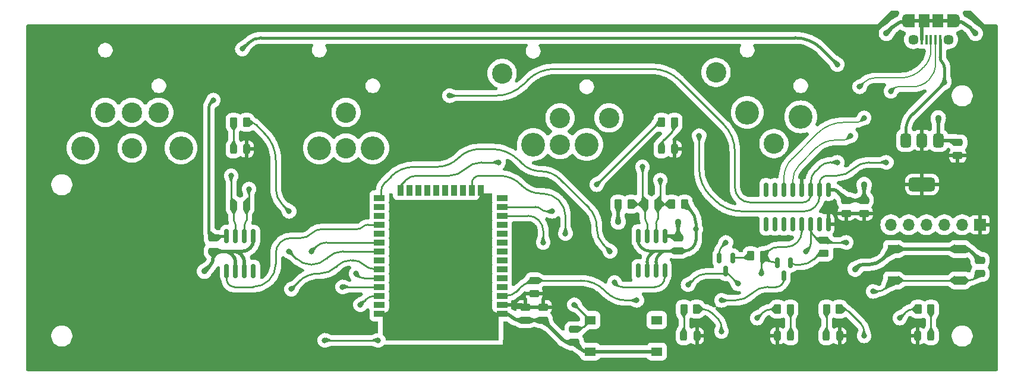
<source format=gtl>
%TF.GenerationSoftware,KiCad,Pcbnew,8.0.3*%
%TF.CreationDate,2024-06-22T14:51:58+02:00*%
%TF.ProjectId,dmx-box-rounded,646d782d-626f-4782-9d72-6f756e646564,rev?*%
%TF.SameCoordinates,Original*%
%TF.FileFunction,Copper,L1,Top*%
%TF.FilePolarity,Positive*%
%FSLAX46Y46*%
G04 Gerber Fmt 4.6, Leading zero omitted, Abs format (unit mm)*
G04 Created by KiCad (PCBNEW 8.0.3) date 2024-06-22 14:51:58*
%MOMM*%
%LPD*%
G01*
G04 APERTURE LIST*
G04 Aperture macros list*
%AMRoundRect*
0 Rectangle with rounded corners*
0 $1 Rounding radius*
0 $2 $3 $4 $5 $6 $7 $8 $9 X,Y pos of 4 corners*
0 Add a 4 corners polygon primitive as box body*
4,1,4,$2,$3,$4,$5,$6,$7,$8,$9,$2,$3,0*
0 Add four circle primitives for the rounded corners*
1,1,$1+$1,$2,$3*
1,1,$1+$1,$4,$5*
1,1,$1+$1,$6,$7*
1,1,$1+$1,$8,$9*
0 Add four rect primitives between the rounded corners*
20,1,$1+$1,$2,$3,$4,$5,0*
20,1,$1+$1,$4,$5,$6,$7,0*
20,1,$1+$1,$6,$7,$8,$9,0*
20,1,$1+$1,$8,$9,$2,$3,0*%
G04 Aperture macros list end*
%TA.AperFunction,SMDPad,CuDef*%
%ADD10RoundRect,0.250000X0.475000X-0.250000X0.475000X0.250000X-0.475000X0.250000X-0.475000X-0.250000X0*%
%TD*%
%TA.AperFunction,SMDPad,CuDef*%
%ADD11RoundRect,0.250000X-0.262500X-0.450000X0.262500X-0.450000X0.262500X0.450000X-0.262500X0.450000X0*%
%TD*%
%TA.AperFunction,SMDPad,CuDef*%
%ADD12R,0.900000X0.900000*%
%TD*%
%TA.AperFunction,HeatsinkPad*%
%ADD13C,0.600000*%
%TD*%
%TA.AperFunction,SMDPad,CuDef*%
%ADD14R,3.800000X3.800000*%
%TD*%
%TA.AperFunction,SMDPad,CuDef*%
%ADD15R,1.500000X0.900000*%
%TD*%
%TA.AperFunction,SMDPad,CuDef*%
%ADD16R,0.900000X1.500000*%
%TD*%
%TA.AperFunction,ComponentPad*%
%ADD17C,2.900000*%
%TD*%
%TA.AperFunction,ComponentPad*%
%ADD18C,3.400000*%
%TD*%
%TA.AperFunction,SMDPad,CuDef*%
%ADD19RoundRect,0.250000X0.262500X0.450000X-0.262500X0.450000X-0.262500X-0.450000X0.262500X-0.450000X0*%
%TD*%
%TA.AperFunction,SMDPad,CuDef*%
%ADD20RoundRect,0.375000X-0.375000X0.625000X-0.375000X-0.625000X0.375000X-0.625000X0.375000X0.625000X0*%
%TD*%
%TA.AperFunction,SMDPad,CuDef*%
%ADD21RoundRect,0.500000X-1.400000X0.500000X-1.400000X-0.500000X1.400000X-0.500000X1.400000X0.500000X0*%
%TD*%
%TA.AperFunction,ComponentPad*%
%ADD22O,1.700000X1.700000*%
%TD*%
%TA.AperFunction,ComponentPad*%
%ADD23R,1.700000X1.700000*%
%TD*%
%TA.AperFunction,SMDPad,CuDef*%
%ADD24RoundRect,0.250000X0.450000X-0.262500X0.450000X0.262500X-0.450000X0.262500X-0.450000X-0.262500X0*%
%TD*%
%TA.AperFunction,SMDPad,CuDef*%
%ADD25RoundRect,0.243750X-0.243750X-0.456250X0.243750X-0.456250X0.243750X0.456250X-0.243750X0.456250X0*%
%TD*%
%TA.AperFunction,SMDPad,CuDef*%
%ADD26RoundRect,0.243750X0.243750X0.456250X-0.243750X0.456250X-0.243750X-0.456250X0.243750X-0.456250X0*%
%TD*%
%TA.AperFunction,SMDPad,CuDef*%
%ADD27R,1.550000X1.300000*%
%TD*%
%TA.AperFunction,SMDPad,CuDef*%
%ADD28RoundRect,0.150000X-0.150000X0.587500X-0.150000X-0.587500X0.150000X-0.587500X0.150000X0.587500X0*%
%TD*%
%TA.AperFunction,SMDPad,CuDef*%
%ADD29RoundRect,0.250000X-0.475000X0.250000X-0.475000X-0.250000X0.475000X-0.250000X0.475000X0.250000X0*%
%TD*%
%TA.AperFunction,ComponentPad*%
%ADD30O,1.200000X1.900000*%
%TD*%
%TA.AperFunction,SMDPad,CuDef*%
%ADD31R,1.200000X1.900000*%
%TD*%
%TA.AperFunction,ComponentPad*%
%ADD32C,1.450000*%
%TD*%
%TA.AperFunction,SMDPad,CuDef*%
%ADD33R,1.500000X1.900000*%
%TD*%
%TA.AperFunction,SMDPad,CuDef*%
%ADD34R,0.400000X1.350000*%
%TD*%
%TA.AperFunction,SMDPad,CuDef*%
%ADD35RoundRect,0.150000X0.150000X-0.825000X0.150000X0.825000X-0.150000X0.825000X-0.150000X-0.825000X0*%
%TD*%
%TA.AperFunction,SMDPad,CuDef*%
%ADD36RoundRect,0.150000X-0.150000X0.825000X-0.150000X-0.825000X0.150000X-0.825000X0.150000X0.825000X0*%
%TD*%
%TA.AperFunction,ViaPad*%
%ADD37C,0.800000*%
%TD*%
%TA.AperFunction,ViaPad*%
%ADD38C,0.900000*%
%TD*%
%TA.AperFunction,Conductor*%
%ADD39C,0.400000*%
%TD*%
%TA.AperFunction,Conductor*%
%ADD40C,0.500000*%
%TD*%
%TA.AperFunction,Conductor*%
%ADD41C,0.200000*%
%TD*%
%TA.AperFunction,Conductor*%
%ADD42C,0.250000*%
%TD*%
G04 APERTURE END LIST*
D10*
%TO.P,C5,2*%
%TO.N,GND*%
X130988750Y-101540000D03*
%TO.P,C5,1*%
%TO.N,+5V*%
X130988750Y-103440000D03*
%TD*%
D11*
%TO.P,R4,2*%
%TO.N,/OUT+*%
X128091250Y-96775000D03*
%TO.P,R4,1*%
%TO.N,/OUT-*%
X126266250Y-96775000D03*
%TD*%
D12*
%TO.P,U3,39,GND*%
%TO.N,GND*%
X97255000Y-103430000D03*
D13*
X97255000Y-104130000D03*
D12*
X97255000Y-104830000D03*
D13*
X97255000Y-105530000D03*
D12*
X97255000Y-106230000D03*
D13*
X97955000Y-103430000D03*
X97955000Y-104830000D03*
X97955000Y-106230000D03*
D12*
X98655000Y-103430000D03*
D13*
X98655000Y-104130000D03*
D14*
X98655000Y-104830000D03*
D12*
X98655000Y-104830000D03*
D13*
X98655000Y-105530000D03*
D12*
X98655000Y-106230000D03*
D13*
X99355000Y-103430000D03*
X99355000Y-104830000D03*
X99355000Y-106230000D03*
D12*
X100055000Y-103430000D03*
D13*
X100055000Y-104130000D03*
D12*
X100055000Y-104830000D03*
D13*
X100055000Y-105530000D03*
D12*
X100055000Y-106230000D03*
D15*
%TO.P,U3,38,GND*%
X88405000Y-112395000D03*
%TO.P,U3,37,IO23*%
%TO.N,unconnected-(U3-IO23-Pad37)*%
X88405000Y-111125000D03*
%TO.P,U3,36,IO22*%
%TO.N,Net-(U3-IO22)*%
X88405000Y-109855000D03*
%TO.P,U3,35,TXD0/IO1*%
%TO.N,TX*%
X88405000Y-108585000D03*
%TO.P,U3,34,RXD0/IO3*%
%TO.N,RX*%
X88405000Y-107315000D03*
%TO.P,U3,33,IO21*%
%TO.N,Net-(U3-IO21)*%
X88405000Y-106045000D03*
%TO.P,U3,32,NC*%
%TO.N,unconnected-(U3-NC-Pad32)*%
X88405000Y-104775000D03*
%TO.P,U3,31,IO19*%
%TO.N,Net-(U3-IO19)*%
X88405000Y-103505000D03*
%TO.P,U3,30,IO18*%
%TO.N,Net-(U3-IO18)*%
X88405000Y-102235000D03*
%TO.P,U3,29,IO5*%
%TO.N,unconnected-(U3-IO5-Pad29)*%
X88405000Y-100965000D03*
%TO.P,U3,28,IO17*%
%TO.N,/DI*%
X88405000Y-99695000D03*
%TO.P,U3,27,IO16*%
%TO.N,unconnected-(U3-IO16-Pad27)*%
X88405000Y-98425000D03*
%TO.P,U3,26,IO4*%
%TO.N,unconnected-(U3-IO4-Pad26)*%
X88405000Y-97155000D03*
%TO.P,U3,25,IO0*%
%TO.N,IO0*%
X88405000Y-95885000D03*
D16*
%TO.P,U3,24,IO2*%
%TO.N,Net-(U3-IO2)*%
X91440000Y-94790000D03*
%TO.P,U3,23,IO15*%
%TO.N,unconnected-(U3-IO15-Pad23)*%
X92710000Y-94790000D03*
%TO.P,U3,22,SDI/SD1*%
%TO.N,unconnected-(U3-SDI{slash}SD1-Pad22)*%
X93980000Y-94790000D03*
%TO.P,U3,21,SDO/SD0*%
%TO.N,unconnected-(U3-SDO{slash}SD0-Pad21)*%
X95250000Y-94790000D03*
%TO.P,U3,20,SCK/CLK*%
%TO.N,unconnected-(U3-SCK{slash}CLK-Pad20)*%
X96520000Y-94790000D03*
%TO.P,U3,19,SCS/CMD*%
%TO.N,unconnected-(U3-SCS{slash}CMD-Pad19)*%
X97790000Y-94790000D03*
%TO.P,U3,18,SWP/SD3*%
%TO.N,unconnected-(U3-SWP{slash}SD3-Pad18)*%
X99060000Y-94790000D03*
%TO.P,U3,17,SHD/SD2*%
%TO.N,unconnected-(U3-SHD{slash}SD2-Pad17)*%
X100330000Y-94790000D03*
%TO.P,U3,16,IO13*%
%TO.N,/DO*%
X101600000Y-94790000D03*
%TO.P,U3,15,GND*%
%TO.N,GND*%
X102870000Y-94790000D03*
D15*
%TO.P,U3,14,IO12*%
%TO.N,unconnected-(U3-IO12-Pad14)*%
X105905000Y-95885000D03*
%TO.P,U3,13,IO14*%
%TO.N,Net-(U3-IO14)*%
X105905000Y-97155000D03*
%TO.P,U3,12,IO27*%
%TO.N,Net-(U3-IO27)*%
X105905000Y-98425000D03*
%TO.P,U3,11,IO26*%
%TO.N,unconnected-(U3-IO26-Pad11)*%
X105905000Y-99695000D03*
%TO.P,U3,10,IO25*%
%TO.N,unconnected-(U3-IO25-Pad10)*%
X105905000Y-100965000D03*
%TO.P,U3,9,IO33*%
%TO.N,unconnected-(U3-IO33-Pad9)*%
X105905000Y-102235000D03*
%TO.P,U3,8,IO32*%
%TO.N,unconnected-(U3-IO32-Pad8)*%
X105905000Y-103505000D03*
%TO.P,U3,7,IO35*%
%TO.N,unconnected-(U3-IO35-Pad7)*%
X105905000Y-104775000D03*
%TO.P,U3,6,IO34*%
%TO.N,unconnected-(U3-IO34-Pad6)*%
X105905000Y-106045000D03*
%TO.P,U3,5,SENSOR_VN*%
%TO.N,unconnected-(U3-SENSOR_VN-Pad5)*%
X105905000Y-107315000D03*
%TO.P,U3,4,SENSOR_VP*%
%TO.N,unconnected-(U3-SENSOR_VP-Pad4)*%
X105905000Y-108585000D03*
%TO.P,U3,3,EN*%
%TO.N,/RESET*%
X105905000Y-109855000D03*
%TO.P,U3,2,VDD*%
%TO.N,+3.3V*%
X105905000Y-111125000D03*
%TO.P,U3,1,GND*%
%TO.N,GND*%
X105905000Y-112395000D03*
%TD*%
D10*
%TO.P,C3,2*%
%TO.N,+3.3V*%
X111760000Y-111445000D03*
%TO.P,C3,1*%
%TO.N,GND*%
X111760000Y-113345000D03*
%TD*%
D17*
%TO.P,J3,G*%
%TO.N,GND*%
X83670000Y-83675000D03*
%TO.P,J3,3*%
%TO.N,/IN+*%
X83670000Y-88755000D03*
D18*
%TO.P,J3,2*%
%TO.N,/IN-*%
X79860000Y-88755000D03*
%TO.P,J3,1*%
%TO.N,GND*%
X87480000Y-88755000D03*
%TD*%
D19*
%TO.P,R11,2*%
%TO.N,Net-(D4-K)*%
X131802500Y-111760000D03*
%TO.P,R11,1*%
%TO.N,Net-(U3-IO21)*%
X133627500Y-111760000D03*
%TD*%
D17*
%TO.P,J2,G*%
%TO.N,GND*%
X105900000Y-78100000D03*
D18*
%TO.P,J2,5,P5*%
%TO.N,unconnected-(J2-P5-Pad5)*%
X117960000Y-88270000D03*
D17*
%TO.P,J2,4,P3*%
%TO.N,unconnected-(J2-P3-Pad4)*%
X121130000Y-84455000D03*
%TO.P,J2,3,P3*%
%TO.N,/OUT+*%
X114150000Y-88270000D03*
%TO.P,J2,2,P2*%
%TO.N,/OUT-*%
X114150000Y-84455000D03*
D18*
%TO.P,J2,1,P1*%
%TO.N,GND*%
X110340000Y-88270000D03*
%TD*%
D20*
%TO.P,U5,3,VI*%
%TO.N,+5V*%
X163435000Y-87655000D03*
D21*
%TO.P,U5,2,VO*%
%TO.N,+3.3V*%
X165735000Y-93955000D03*
D20*
X165735000Y-87655000D03*
%TO.P,U5,1,GND*%
%TO.N,GND*%
X168035000Y-87655000D03*
%TD*%
D22*
%TO.P,J6,6,Pin_6*%
%TO.N,RTS*%
X161290000Y-99695000D03*
%TO.P,J6,5,Pin_5*%
%TO.N,DTR*%
X163830000Y-99695000D03*
%TO.P,J6,4,Pin_4*%
%TO.N,RX*%
X166370000Y-99695000D03*
%TO.P,J6,3,Pin_3*%
%TO.N,TX*%
X168910000Y-99695000D03*
%TO.P,J6,2,Pin_2*%
%TO.N,GND*%
X171450000Y-99695000D03*
D23*
%TO.P,J6,1,Pin_1*%
%TO.N,+3.3V*%
X173990000Y-99695000D03*
%TD*%
D24*
%TO.P,R7,2*%
%TO.N,RTS*%
X151765000Y-101957500D03*
%TO.P,R7,1*%
%TO.N,Net-(Q2-B)*%
X151765000Y-103782500D03*
%TD*%
D25*
%TO.P,D2,2,A*%
%TO.N,+3.3V*%
X130477500Y-88900000D03*
%TO.P,D2,1,K*%
%TO.N,Net-(D2-K)*%
X128602500Y-88900000D03*
%TD*%
D26*
%TO.P,D1,2,A*%
%TO.N,+3.3V*%
X165130000Y-115570000D03*
%TO.P,D1,1,K*%
%TO.N,Net-(D1-K)*%
X167005000Y-115570000D03*
%TD*%
D25*
%TO.P,D4,2,A*%
%TO.N,+3.3V*%
X133652500Y-115570000D03*
%TO.P,D4,1,K*%
%TO.N,Net-(D4-K)*%
X131777500Y-115570000D03*
%TD*%
D10*
%TO.P,C1,2*%
%TO.N,+3.3V*%
X109220000Y-111445000D03*
%TO.P,C1,1*%
%TO.N,GND*%
X109220000Y-113345000D03*
%TD*%
D27*
%TO.P,SW1,2,2*%
%TO.N,GND*%
X127940000Y-117820000D03*
X118440000Y-117820000D03*
%TO.P,SW1,1,1*%
%TO.N,Net-(U3-IO2)*%
X127940000Y-113320000D03*
X118440000Y-113320000D03*
%TD*%
D10*
%TO.P,C9,2*%
%TO.N,GND*%
X170815000Y-87950000D03*
%TO.P,C9,1*%
%TO.N,+3.3V*%
X170815000Y-89850000D03*
%TD*%
D19*
%TO.P,R12,2*%
%TO.N,Net-(D5-K)*%
X152122500Y-111760000D03*
%TO.P,R12,1*%
%TO.N,Net-(U3-IO22)*%
X153947500Y-111760000D03*
%TD*%
D28*
%TO.P,Q2,3,C*%
%TO.N,IO0*%
X146050000Y-106982500D03*
%TO.P,Q2,2,E*%
%TO.N,DTR*%
X145100000Y-105107500D03*
%TO.P,Q2,1,B*%
%TO.N,Net-(Q2-B)*%
X147000000Y-105107500D03*
%TD*%
D27*
%TO.P,SW2,2,2*%
%TO.N,GND*%
X161620000Y-103165000D03*
X171120000Y-103165000D03*
%TO.P,SW2,1,1*%
%TO.N,/RESET*%
X161620000Y-107665000D03*
X171120000Y-107665000D03*
%TD*%
D11*
%TO.P,R6,2*%
%TO.N,DTR*%
X143152500Y-104140000D03*
%TO.P,R6,1*%
%TO.N,Net-(Q1-B)*%
X141327500Y-104140000D03*
%TD*%
D25*
%TO.P,D5,2,A*%
%TO.N,+3.3V*%
X153972500Y-115570000D03*
%TO.P,D5,1,K*%
%TO.N,Net-(D5-K)*%
X152097500Y-115570000D03*
%TD*%
D17*
%TO.P,J4,G*%
%TO.N,GND*%
X53190000Y-83675000D03*
D18*
%TO.P,J4,5,P5*%
%TO.N,unconnected-(J4-P5-Pad5)*%
X46210000Y-88755000D03*
D17*
%TO.P,J4,4,P3*%
%TO.N,unconnected-(J4-P3-Pad4)*%
X49380000Y-83675000D03*
%TO.P,J4,3,P3*%
%TO.N,/IN+*%
X53190000Y-88755000D03*
%TO.P,J4,2,P2*%
%TO.N,/IN-*%
X57000000Y-83675000D03*
D18*
%TO.P,J4,1,P1*%
%TO.N,GND*%
X60170000Y-88755000D03*
%TD*%
D11*
%TO.P,R5,2*%
%TO.N,/IN+*%
X69492500Y-96980000D03*
%TO.P,R5,1*%
%TO.N,/IN-*%
X67667500Y-96980000D03*
%TD*%
%TO.P,R8,2*%
%TO.N,Net-(D1-K)*%
X167005000Y-111760000D03*
%TO.P,R8,1*%
%TO.N,Net-(U3-IO18)*%
X165180000Y-111760000D03*
%TD*%
D29*
%TO.P,C7,2*%
%TO.N,+3.3V*%
X154940000Y-98105000D03*
%TO.P,C7,1*%
%TO.N,GND*%
X154940000Y-96205000D03*
%TD*%
D30*
%TO.P,J5,6,Shield*%
%TO.N,GND*%
X163505000Y-70567000D03*
D31*
X164105000Y-70567000D03*
D32*
X164505000Y-73267000D03*
D33*
X166005000Y-70567000D03*
X168005000Y-70567000D03*
D32*
X169505000Y-73267000D03*
D31*
X169905000Y-70567000D03*
D30*
X170505000Y-70567000D03*
D34*
%TO.P,J5,5,GND*%
X165705000Y-73267000D03*
%TO.P,J5,4,ID*%
%TO.N,unconnected-(J5-ID-Pad4)*%
X166355000Y-73267000D03*
%TO.P,J5,3,D+*%
%TO.N,/UD+*%
X167005000Y-73267000D03*
%TO.P,J5,2,D-*%
%TO.N,/UD-*%
X167655000Y-73267000D03*
%TO.P,J5,1,VBUS*%
%TO.N,+5V*%
X168305000Y-73267000D03*
%TD*%
D25*
%TO.P,D3,2,A*%
%TO.N,+3.3V*%
X69517500Y-88900000D03*
%TO.P,D3,1,K*%
%TO.N,Net-(D3-K)*%
X67642500Y-88900000D03*
%TD*%
D28*
%TO.P,Q1,3,C*%
%TO.N,/RESET*%
X137795000Y-106347500D03*
%TO.P,Q1,2,E*%
%TO.N,RTS*%
X136845000Y-104472500D03*
%TO.P,Q1,1,B*%
%TO.N,Net-(Q1-B)*%
X138745000Y-104472500D03*
%TD*%
D11*
%TO.P,R2,2*%
%TO.N,/OUT-*%
X124281250Y-96775000D03*
%TO.P,R2,1*%
%TO.N,GND*%
X122456250Y-96775000D03*
%TD*%
%TO.P,R9,2*%
%TO.N,Net-(D2-K)*%
X130452500Y-85090000D03*
%TO.P,R9,1*%
%TO.N,Net-(U3-IO14)*%
X128627500Y-85090000D03*
%TD*%
D19*
%TO.P,R10,2*%
%TO.N,Net-(D3-K)*%
X67667500Y-85090000D03*
%TO.P,R10,1*%
%TO.N,Net-(U3-IO19)*%
X69492500Y-85090000D03*
%TD*%
D29*
%TO.P,C8,2*%
%TO.N,+3.3V*%
X157480000Y-98105000D03*
%TO.P,C8,1*%
%TO.N,GND*%
X157480000Y-96205000D03*
%TD*%
D10*
%TO.P,C4,2*%
%TO.N,GND*%
X173990000Y-104780000D03*
%TO.P,C4,1*%
%TO.N,/RESET*%
X173990000Y-106680000D03*
%TD*%
D29*
%TO.P,C6,2*%
%TO.N,GND*%
X64770000Y-103500000D03*
%TO.P,C6,1*%
%TO.N,+5V*%
X64770000Y-101600000D03*
%TD*%
D35*
%TO.P,U1,8,VCC*%
%TO.N,+5V*%
X125273750Y-101285000D03*
%TO.P,U1,7,B*%
%TO.N,/OUT-*%
X126543750Y-101285000D03*
%TO.P,U1,6,A*%
%TO.N,/OUT+*%
X127813750Y-101285000D03*
%TO.P,U1,5,GND*%
%TO.N,GND*%
X129083750Y-101285000D03*
%TO.P,U1,4,D*%
%TO.N,/DO*%
X129083750Y-106235000D03*
%TO.P,U1,3,DE*%
%TO.N,+5V*%
X127813750Y-106235000D03*
%TO.P,U1,2,~{RE}*%
X126543750Y-106235000D03*
%TO.P,U1,1,R*%
%TO.N,unconnected-(U1-R-Pad1)*%
X125273750Y-106235000D03*
%TD*%
D11*
%TO.P,R3,2*%
%TO.N,+5V*%
X131901250Y-96775000D03*
%TO.P,R3,1*%
%TO.N,/OUT+*%
X130076250Y-96775000D03*
%TD*%
D17*
%TO.P,J1,G*%
%TO.N,GND*%
X136380000Y-77955000D03*
%TO.P,J1,3*%
%TO.N,/OUT+*%
X144630000Y-88125000D03*
D18*
%TO.P,J1,2*%
%TO.N,/OUT-*%
X148440000Y-84310000D03*
%TO.P,J1,1*%
%TO.N,GND*%
X140820000Y-83675000D03*
%TD*%
D24*
%TO.P,R1,2*%
%TO.N,/RESET*%
X110490000Y-107672500D03*
%TO.P,R1,1*%
%TO.N,+3.3V*%
X110490000Y-109497500D03*
%TD*%
D11*
%TO.P,R13,2*%
%TO.N,Net-(D6-K)*%
X146962500Y-111760000D03*
%TO.P,R13,1*%
%TO.N,Net-(U3-IO27)*%
X145137500Y-111760000D03*
%TD*%
D26*
%TO.P,D6,2,A*%
%TO.N,+3.3V*%
X145112500Y-115570000D03*
%TO.P,D6,1,K*%
%TO.N,Net-(D6-K)*%
X146987500Y-115570000D03*
%TD*%
D35*
%TO.P,U2,8,VCC*%
%TO.N,+5V*%
X66675000Y-101345000D03*
%TO.P,U2,7,B*%
%TO.N,/IN-*%
X67945000Y-101345000D03*
%TO.P,U2,6,A*%
%TO.N,/IN+*%
X69215000Y-101345000D03*
%TO.P,U2,5,GND*%
%TO.N,GND*%
X70485000Y-101345000D03*
%TO.P,U2,4,D*%
%TO.N,unconnected-(U2-D-Pad4)*%
X70485000Y-106295000D03*
%TO.P,U2,3,DE*%
%TO.N,GND*%
X69215000Y-106295000D03*
%TO.P,U2,2,~{RE}*%
X67945000Y-106295000D03*
%TO.P,U2,1,R*%
%TO.N,/DI*%
X66675000Y-106295000D03*
%TD*%
D36*
%TO.P,U4,16,VCC*%
%TO.N,+3.3V*%
X152400000Y-99630000D03*
%TO.P,U4,15,R232*%
%TO.N,unconnected-(U4-R232-Pad15)*%
X151130000Y-99630000D03*
%TO.P,U4,14,~{RTS}*%
%TO.N,RTS*%
X149860000Y-99630000D03*
%TO.P,U4,13,~{DTR}*%
%TO.N,DTR*%
X148590000Y-99630000D03*
%TO.P,U4,12,~{DCD}*%
%TO.N,unconnected-(U4-~{DCD}-Pad12)*%
X147320000Y-99630000D03*
%TO.P,U4,11,~{RI}*%
%TO.N,unconnected-(U4-~{RI}-Pad11)*%
X146050000Y-99630000D03*
%TO.P,U4,10,~{DSR}*%
%TO.N,unconnected-(U4-~{DSR}-Pad10)*%
X144780000Y-99630000D03*
%TO.P,U4,9,~{CTS}*%
%TO.N,unconnected-(U4-~{CTS}-Pad9)*%
X143510000Y-99630000D03*
%TO.P,U4,8,NC*%
%TO.N,unconnected-(U4-NC-Pad8)*%
X143510000Y-94680000D03*
%TO.P,U4,7,NC*%
%TO.N,unconnected-(U4-NC-Pad7)*%
X144780000Y-94680000D03*
%TO.P,U4,6,UD-*%
%TO.N,/UD-*%
X146050000Y-94680000D03*
%TO.P,U4,5,UD+*%
%TO.N,/UD+*%
X147320000Y-94680000D03*
%TO.P,U4,4,V3*%
%TO.N,+3.3V*%
X148590000Y-94680000D03*
%TO.P,U4,3,RXD*%
%TO.N,TX*%
X149860000Y-94680000D03*
%TO.P,U4,2,TXD*%
%TO.N,RX*%
X151130000Y-94680000D03*
%TO.P,U4,1,GND*%
%TO.N,GND*%
X152400000Y-94680000D03*
%TD*%
D10*
%TO.P,C2,2*%
%TO.N,Net-(U3-IO2)*%
X116205000Y-114620000D03*
%TO.P,C2,1*%
%TO.N,GND*%
X116205000Y-116520000D03*
%TD*%
D37*
%TO.N,GND*%
X103505000Y-113665000D03*
X103505000Y-111125000D03*
X103505000Y-108585000D03*
X103505000Y-106045000D03*
X103505000Y-103505000D03*
X103505000Y-100965000D03*
X103505000Y-98425000D03*
X100965000Y-113665000D03*
X100965000Y-111125000D03*
X100965000Y-108585000D03*
X100965000Y-100965000D03*
X100965000Y-98425000D03*
X98425000Y-113665000D03*
X98425000Y-111125000D03*
X98425000Y-108585000D03*
X98425000Y-100965000D03*
X98425000Y-98425000D03*
X95885000Y-113665000D03*
X95885000Y-111125000D03*
X95885000Y-108585000D03*
X95885000Y-100965000D03*
X95885000Y-98425000D03*
X93345000Y-113665000D03*
X93345000Y-111125000D03*
X93345000Y-108585000D03*
X93345000Y-106045000D03*
X93345000Y-103505000D03*
X93345000Y-100965000D03*
X93345000Y-98425000D03*
X90805000Y-113665000D03*
X90805000Y-111125000D03*
X90805000Y-108585000D03*
X90805000Y-106045000D03*
X90805000Y-103505000D03*
X90805000Y-100965000D03*
X90805000Y-98425000D03*
%TO.N,+5V*%
X68897500Y-74612500D03*
X133528750Y-100330000D03*
X153670000Y-76835000D03*
X168910000Y-79375000D03*
X64770000Y-81915000D03*
D38*
%TO.N,GND*%
X130988750Y-99315000D03*
X157480000Y-93980000D03*
X122456250Y-99315000D03*
X173355000Y-72390000D03*
X160655000Y-72390000D03*
X168035000Y-84455000D03*
X156210000Y-106045000D03*
X63500000Y-106360000D03*
D37*
%TO.N,Net-(U3-IO2)*%
X105410000Y-90805000D03*
X116205000Y-111125000D03*
%TO.N,/OUT-*%
X125908750Y-91440000D03*
%TO.N,/OUT+*%
X128448750Y-93345000D03*
%TO.N,/IN-*%
X67310000Y-92710000D03*
%TO.N,/IN+*%
X69850000Y-94615000D03*
D38*
%TO.N,+3.3V*%
X173990000Y-95885000D03*
D37*
%TO.N,TX*%
X83185000Y-108585000D03*
X153670000Y-90805000D03*
X98425000Y-81280000D03*
%TO.N,RX*%
X133985000Y-86995000D03*
X160655000Y-90805000D03*
X85090000Y-106680000D03*
%TO.N,DTR*%
X142875000Y-106680000D03*
%TO.N,RTS*%
X154940000Y-102235000D03*
X137795000Y-102235000D03*
X149225000Y-103505000D03*
%TO.N,IO0*%
X121285000Y-103505000D03*
X137160000Y-110490000D03*
%TO.N,Net-(U3-IO18)*%
X162560000Y-113030000D03*
X78740000Y-103505000D03*
%TO.N,Net-(U3-IO14)*%
X119380000Y-93980000D03*
X113030000Y-97790000D03*
%TO.N,Net-(U3-IO19)*%
X75565000Y-103505000D03*
X75565000Y-97790000D03*
%TO.N,Net-(U3-IO21)*%
X80645000Y-116205000D03*
X88265000Y-116205000D03*
X137160000Y-114935000D03*
X75882500Y-108902500D03*
%TO.N,Net-(U3-IO22)*%
X85725000Y-111125000D03*
X157480000Y-115570000D03*
%TO.N,Net-(U3-IO27)*%
X111760000Y-102235000D03*
X142240000Y-113030000D03*
%TO.N,/DO*%
X114935000Y-100965000D03*
X121920000Y-107950000D03*
%TO.N,/RESET*%
X125095000Y-110490000D03*
X158750000Y-109220000D03*
X139517500Y-108132500D03*
X132397500Y-108267500D03*
%TO.N,/UD-*%
X161290000Y-80645000D03*
X157480000Y-84455000D03*
%TO.N,/UD+*%
X156845000Y-80010000D03*
X155575000Y-86995000D03*
%TD*%
D39*
%TO.N,+5V*%
X64452500Y-82232500D02*
G75*
G03*
X64135005Y-82999012I766500J-766500D01*
G01*
X128288749Y-103914999D02*
G75*
G03*
X127813785Y-105061751I1146751J-1146701D01*
G01*
X133528750Y-101818248D02*
G75*
G02*
X133053725Y-102964975I-1621750J48D01*
G01*
X64135000Y-100515987D02*
G75*
G03*
X64452496Y-101282504I1084000J-13D01*
G01*
X71607532Y-73025000D02*
G75*
G03*
X69691241Y-73818741I-32J-2710000D01*
G01*
X133053750Y-102965000D02*
G75*
G02*
X131906998Y-103439985I-1146750J1146800D01*
G01*
X151453792Y-74618792D02*
G75*
G03*
X147606036Y-73024989I-3847792J-3847808D01*
G01*
X168305000Y-75802200D02*
G75*
G03*
X168607500Y-76532500I1032800J0D01*
G01*
X125774737Y-102990987D02*
G75*
G03*
X126858750Y-103440043I1084063J1083987D01*
G01*
X132715000Y-97588750D02*
G75*
G02*
X133528729Y-99553316I-1964600J-1964550D01*
G01*
X168607500Y-76532500D02*
G75*
G02*
X168910000Y-77262799I-730300J-730300D01*
G01*
X125273750Y-101887500D02*
G75*
G03*
X125699784Y-102916028I1454550J0D01*
G01*
X127044737Y-103889012D02*
G75*
G03*
X126858750Y-103439922I-186037J186012D01*
G01*
X128128750Y-103440000D02*
G75*
G03*
X127044718Y-103888993I-50J-1533000D01*
G01*
X164426717Y-83858282D02*
G75*
G03*
X163434989Y-86252500I2394183J-2394218D01*
G01*
X127018750Y-103915000D02*
G75*
G03*
X126543786Y-105061751I1146750J-1146700D01*
G01*
X128314737Y-103889012D02*
G75*
G03*
X128128750Y-103439922I-186037J186012D01*
G01*
X129398750Y-103440000D02*
G75*
G03*
X128314718Y-103888993I-50J-1533000D01*
G01*
X126858750Y-103440000D02*
X128128750Y-103440000D01*
X128128750Y-103440000D02*
X129398750Y-103440000D01*
D40*
%TO.N,+3.3V*%
X109060000Y-111285000D02*
G75*
G03*
X108673725Y-111124989I-386300J-386300D01*
G01*
%TO.N,GND*%
X163767055Y-70567000D02*
G75*
G03*
X161566513Y-71478513I45J-3112100D01*
G01*
X107277500Y-112870000D02*
G75*
G03*
X108424251Y-113345020I1146800J1146800D01*
G01*
X67440780Y-103950780D02*
G75*
G03*
X66352500Y-103500011I-1088280J-1088320D01*
G01*
X67627500Y-103500000D02*
G75*
G03*
X67440733Y-103950827I0J-264100D01*
G01*
X157294012Y-105410000D02*
G75*
G03*
X156527496Y-105727496I-12J-1084000D01*
G01*
X170667500Y-87802500D02*
G75*
G03*
X170311403Y-87654999I-356100J-356100D01*
G01*
X68714012Y-103949012D02*
G75*
G03*
X67630000Y-103499992I-1084012J-1083988D01*
G01*
X68900000Y-103500000D02*
G75*
G03*
X68714043Y-103948981I0J-263000D01*
G01*
X70485000Y-101947500D02*
G75*
G02*
X70058976Y-102976040I-1454600J0D01*
G01*
X69984012Y-103050987D02*
G75*
G02*
X68900000Y-103500007I-1084012J1083987D01*
G01*
X117174427Y-117489427D02*
G75*
G03*
X117972500Y-117819984I798073J798127D01*
G01*
X130861250Y-101412500D02*
G75*
G03*
X130553437Y-101284970I-307850J-307800D01*
G01*
X153773856Y-95038856D02*
G75*
G03*
X152907500Y-94679996I-866356J-866344D01*
G01*
X107208202Y-112800702D02*
G75*
G03*
X106228750Y-112395049I-979402J-979498D01*
G01*
X64770000Y-104295000D02*
G75*
G02*
X64207851Y-105652150I-1919300J0D01*
G01*
X172818709Y-103608709D02*
G75*
G03*
X171747500Y-103164994I-1071209J-1071191D01*
G01*
X114485987Y-116070987D02*
G75*
G03*
X115570000Y-116520008I1084013J1083987D01*
G01*
X67467500Y-103977500D02*
G75*
G02*
X67945005Y-105130286I-1152800J-1152800D01*
G01*
X172443500Y-71478500D02*
G75*
G03*
X170242944Y-70566982I-2200600J-2200600D01*
G01*
X160215347Y-104529652D02*
G75*
G02*
X158090000Y-105409998I-2125347J2125352D01*
G01*
X68740000Y-103975000D02*
G75*
G02*
X69215020Y-105121751I-1146800J-1146800D01*
G01*
X130861250Y-101412500D02*
G75*
G03*
X130988806Y-101359687I52850J52800D01*
G01*
X66352500Y-103500000D02*
X67627500Y-103500000D01*
X67630000Y-103500000D02*
X68900000Y-103500000D01*
X171747500Y-103165000D02*
X170492500Y-103165000D01*
D41*
%TO.N,/UD+*%
X165734999Y-77469999D02*
G75*
G02*
X162668948Y-78740019I-3066099J3066099D01*
G01*
X167005000Y-74733500D02*
G75*
G02*
X165968018Y-77236963I-3540400J0D01*
G01*
X155257500Y-87312500D02*
G75*
G02*
X154490987Y-87629995I-766500J766500D01*
G01*
X159013025Y-78740000D02*
G75*
G03*
X157479992Y-79374992I-25J-2168000D01*
G01*
X153352500Y-87630000D02*
G75*
G03*
X150642461Y-88752525I0J-3832600D01*
G01*
X148241006Y-91153993D02*
G75*
G03*
X147319995Y-93377500I2223494J-2223507D01*
G01*
%TO.N,/UD-*%
X157162500Y-84772500D02*
G75*
G02*
X156395987Y-85089995I-766500J766500D01*
G01*
X166695000Y-79050000D02*
G75*
G02*
X164377354Y-80009981I-2317600J2317600D01*
G01*
X162374012Y-80010000D02*
G75*
G03*
X161607496Y-80327496I-12J-1084000D01*
G01*
X167655000Y-76732354D02*
G75*
G02*
X166695013Y-79050013I-3277600J-46D01*
G01*
X154622500Y-85090000D02*
G75*
G03*
X150828453Y-86661542I0J-5365600D01*
G01*
X147195512Y-90294487D02*
G75*
G03*
X146049992Y-93060000I2765488J-2765513D01*
G01*
D42*
%TO.N,/RESET*%
X135107532Y-106680000D02*
G75*
G03*
X133191241Y-107473741I-32J-2710000D01*
G01*
X120511250Y-109081250D02*
G75*
G03*
X117110226Y-107672489I-3401050J-3401050D01*
G01*
X173497500Y-107172500D02*
G75*
G02*
X172308499Y-107665000I-1189000J1189000D01*
G01*
X111040760Y-107672500D02*
G75*
G03*
X108406262Y-108763762I40J-3725800D01*
G01*
X107901898Y-109268101D02*
G75*
G02*
X106485000Y-109854998I-1416898J1416901D01*
G01*
X120797467Y-109367467D02*
G75*
G03*
X123507500Y-110489989I2710033J2710067D01*
G01*
X160529922Y-108755077D02*
G75*
G02*
X159407500Y-109219983I-1122422J1122477D01*
G01*
%TO.N,/DI*%
X66992500Y-108267500D02*
G75*
G03*
X67759012Y-108584995I766500J766500D01*
G01*
X86042500Y-100012500D02*
G75*
G02*
X85275987Y-100329995I-766500J766500D01*
G01*
X86809012Y-99695000D02*
G75*
G03*
X86042496Y-100012496I-12J-1084000D01*
G01*
X78740000Y-100965000D02*
G75*
G02*
X77206974Y-101599989I-1533000J1533000D01*
G01*
X80273025Y-100330000D02*
G75*
G03*
X78739992Y-100964992I-25J-2168000D01*
G01*
X73660000Y-105332961D02*
G75*
G02*
X72707511Y-107632511I-3252000J-39D01*
G01*
X72707500Y-107632500D02*
G75*
G02*
X70407961Y-108584984I-2299500J2299500D01*
G01*
X74295000Y-102235000D02*
G75*
G03*
X73660011Y-103768025I1533000J-1533000D01*
G01*
X66675000Y-107500987D02*
G75*
G03*
X66992496Y-108267504I1084000J-13D01*
G01*
X75828025Y-101600000D02*
G75*
G03*
X74294992Y-102234992I-25J-2168000D01*
G01*
%TO.N,/DO*%
X108585000Y-93980000D02*
G75*
G03*
X105518948Y-92709980I-3066100J-3066100D01*
G01*
X102684012Y-92710000D02*
G75*
G03*
X101917496Y-93027496I-12J-1084000D01*
G01*
X129083750Y-107195841D02*
G75*
G02*
X128676852Y-108178102I-1389150J41D01*
G01*
X113982500Y-96202500D02*
G75*
G02*
X114934984Y-98502038I-2299500J-2299500D01*
G01*
X128676875Y-108178125D02*
G75*
G02*
X127694591Y-108584982I-982275J982325D01*
G01*
X101917500Y-93027500D02*
G75*
G03*
X101600005Y-93794012I766500J-766500D01*
G01*
X122237500Y-108267500D02*
G75*
G03*
X123004012Y-108584995I766500J766500D01*
G01*
X113982500Y-96202500D02*
G75*
G03*
X111682961Y-95250016I-2299500J-2299500D01*
G01*
X108732467Y-94127467D02*
G75*
G03*
X111442500Y-95249989I2710033J2710067D01*
G01*
%TO.N,Net-(U3-IO27)*%
X144323750Y-111760000D02*
G75*
G03*
X142934560Y-112335377I-50J-1964600D01*
G01*
X111125000Y-99060000D02*
G75*
G02*
X111759989Y-100593025I-1533000J-1533000D01*
G01*
X111125000Y-99060000D02*
G75*
G03*
X109591974Y-98425011I-1533000J-1533000D01*
G01*
%TO.N,Net-(U3-IO22)*%
X87825000Y-109855000D02*
G75*
G03*
X86408101Y-110441898I0J-2003800D01*
G01*
X157030987Y-113850987D02*
G75*
G02*
X157480008Y-114935000I-1083987J-1084013D01*
G01*
X155290901Y-112110901D02*
G75*
G03*
X154443750Y-111760049I-847101J-847199D01*
G01*
%TO.N,Net-(U3-IO21)*%
X84380000Y-104775000D02*
G75*
G03*
X82340004Y-105619989I0J-2885000D01*
G01*
X79676544Y-106680000D02*
G75*
G03*
X76993737Y-107791237I-44J-3794000D01*
G01*
X86210000Y-105410000D02*
G75*
G03*
X87743025Y-106044989I1533000J1533000D01*
G01*
X82232500Y-105727500D02*
G75*
G02*
X79932961Y-106679984I-2299500J2299500D01*
G01*
X136710987Y-113215987D02*
G75*
G02*
X137160008Y-114300000I-1083987J-1084013D01*
G01*
X86210000Y-105410000D02*
G75*
G03*
X84676974Y-104775011I-1533000J-1533000D01*
G01*
X135830408Y-112335408D02*
G75*
G03*
X134441250Y-111760045I-1389108J-1389192D01*
G01*
%TO.N,Net-(U3-IO19)*%
X80908025Y-104511974D02*
G75*
G02*
X78740000Y-105409985I-2168025J2168074D01*
G01*
X73660000Y-94537961D02*
G75*
G03*
X74612489Y-96837511I3252000J-39D01*
G01*
X83262038Y-103505000D02*
G75*
G03*
X80962489Y-104457489I-38J-3252000D01*
G01*
X76571974Y-104511974D02*
G75*
G03*
X78740000Y-105409986I2168026J2168074D01*
G01*
X72072500Y-86677500D02*
G75*
G02*
X73660015Y-90510064I-3832600J-3832600D01*
G01*
X70835901Y-85440901D02*
G75*
G03*
X69988750Y-85090049I-847101J-847199D01*
G01*
%TO.N,Net-(U3-IO14)*%
X111442500Y-97472500D02*
G75*
G03*
X110675987Y-97155005I-766500J-766500D01*
G01*
X111442500Y-97472500D02*
G75*
G03*
X112209012Y-97789995I766500J766500D01*
G01*
%TO.N,Net-(U3-IO18)*%
X164505000Y-111760000D02*
G75*
G03*
X163352701Y-112237296I0J-1629600D01*
G01*
X80908025Y-102235000D02*
G75*
G03*
X79374992Y-102869992I-25J-2168000D01*
G01*
%TO.N,Net-(Q2-B)*%
X147182500Y-105227500D02*
G75*
G03*
X147623093Y-105410002I440600J440600D01*
G01*
X151447500Y-103782500D02*
G75*
G03*
X150905496Y-104007009I0J-766500D01*
G01*
X150258220Y-104654279D02*
G75*
G02*
X148433750Y-105410032I-1824520J1824479D01*
G01*
%TO.N,IO0*%
X118257467Y-97302467D02*
G75*
G02*
X119379989Y-100012500I-2710067J-2710033D01*
G01*
X143747534Y-108585000D02*
G75*
G03*
X141447987Y-109537491I-34J-3252000D01*
G01*
X102761051Y-88900000D02*
G75*
G03*
X99694985Y-90169985I-51J-4336000D01*
G01*
X93409292Y-91440000D02*
G75*
G03*
X90047502Y-92832502I8J-4754300D01*
G01*
X145732500Y-108267500D02*
G75*
G02*
X144965987Y-108584995I-766500J766500D01*
G01*
X141447996Y-109537500D02*
G75*
G02*
X139148457Y-110489981I-2299496J2299500D01*
G01*
X146050000Y-107500987D02*
G75*
G02*
X145732504Y-108267504I-1084000J-13D01*
G01*
X108267500Y-90487500D02*
G75*
G03*
X104434935Y-88899985I-3832600J-3832600D01*
G01*
X99695000Y-90170000D02*
G75*
G02*
X96628948Y-91440020I-3066100J3066100D01*
G01*
X119380000Y-100252961D02*
G75*
G03*
X120332489Y-102552511I3252000J-39D01*
G01*
X114152532Y-93197532D02*
G75*
G03*
X111442500Y-92075011I-2710032J-2710068D01*
G01*
X108732467Y-90952467D02*
G75*
G03*
X111442500Y-92074989I2710033J2710067D01*
G01*
X89241898Y-93638101D02*
G75*
G03*
X88655000Y-95055000I1416902J-1416899D01*
G01*
%TO.N,RTS*%
X137278102Y-102751897D02*
G75*
G03*
X136844998Y-103797500I1045598J-1045603D01*
G01*
X150717688Y-101683938D02*
G75*
G03*
X151378125Y-101957482I660412J660438D01*
G01*
X149860000Y-100228125D02*
G75*
G03*
X150282951Y-101249175I1444000J25D01*
G01*
X149860000Y-102420987D02*
G75*
G02*
X149542504Y-103187504I-1084000J-13D01*
G01*
%TO.N,DTR*%
X145320525Y-102870000D02*
G75*
G03*
X143787492Y-103504992I-25J-2168000D01*
G01*
X147955000Y-102235000D02*
G75*
G02*
X146421974Y-102869989I-1533000J1533000D01*
G01*
X143688920Y-104676420D02*
G75*
G03*
X144578750Y-105045038I889880J889820D01*
G01*
X148590000Y-100701974D02*
G75*
G02*
X147955008Y-102235008I-2168000J-26D01*
G01*
%TO.N,RX*%
X158192038Y-90805000D02*
G75*
G03*
X155892489Y-91757489I-38J-3252000D01*
G01*
X151447500Y-93027500D02*
G75*
G03*
X151130005Y-93794012I766500J-766500D01*
G01*
X151130000Y-95621974D02*
G75*
G02*
X150495008Y-97155008I-2168000J-26D01*
G01*
X155892500Y-91757500D02*
G75*
G02*
X153592961Y-92709984I-2299500J2299500D01*
G01*
X133985000Y-91726036D02*
G75*
G03*
X135578800Y-95573784I5441600J36D01*
G01*
X152214012Y-92710000D02*
G75*
G03*
X151447496Y-93027496I-12J-1084000D01*
G01*
X150495000Y-97155000D02*
G75*
G02*
X148961974Y-97789989I-1533000J1533000D01*
G01*
X136201207Y-96196207D02*
G75*
G03*
X140048963Y-97790011I3847793J3847807D01*
G01*
X85407500Y-106997500D02*
G75*
G03*
X86174012Y-107314995I766500J766500D01*
G01*
X151130000Y-94012500D02*
X151130000Y-95347500D01*
%TO.N,TX*%
X150556499Y-92013499D02*
G75*
G03*
X149859998Y-93695000I1681501J-1681501D01*
G01*
X149542499Y-96202499D02*
G75*
G02*
X148775987Y-96519993I-766499J766499D01*
G01*
X131133792Y-79063792D02*
G75*
G03*
X127286036Y-77469989I-3847792J-3847808D01*
G01*
X139065000Y-94351974D02*
G75*
G03*
X139699992Y-95885008I2168000J-26D01*
G01*
X113378963Y-77470000D02*
G75*
G03*
X109531215Y-79063801I37J-5441600D01*
G01*
X152717500Y-90805000D02*
G75*
G03*
X151091488Y-91478527I0J-2299500D01*
G01*
X108908792Y-79686207D02*
G75*
G02*
X105061036Y-81280010I-3847792J3847807D01*
G01*
X137471207Y-85401207D02*
G75*
G02*
X139065011Y-89248963I-3847807J-3847793D01*
G01*
X139700000Y-95885000D02*
G75*
G03*
X141233025Y-96519989I1533000J1533000D01*
G01*
X149860000Y-95470875D02*
G75*
G02*
X149567185Y-96177846I-999800J-25D01*
G01*
%TO.N,/IN+*%
X69492500Y-99046277D02*
G75*
G02*
X69353756Y-99381256I-473700J-23D01*
G01*
X69353750Y-99381250D02*
G75*
G03*
X69215009Y-99716222I334950J-334950D01*
G01*
%TO.N,/IN-*%
X67806250Y-99381250D02*
G75*
G02*
X67944991Y-99716222I-334950J-334950D01*
G01*
X67667500Y-99046277D02*
G75*
G03*
X67806244Y-99381256I473700J-23D01*
G01*
%TO.N,/OUT+*%
X127952500Y-99176250D02*
G75*
G03*
X127813774Y-99511222I335000J-334950D01*
G01*
X128091250Y-98841277D02*
G75*
G02*
X127952517Y-99176267I-473750J-23D01*
G01*
%TO.N,/OUT-*%
X126405000Y-99176250D02*
G75*
G02*
X126543726Y-99511222I-335000J-334950D01*
G01*
X126266250Y-98841277D02*
G75*
G03*
X126404983Y-99176267I473750J-23D01*
G01*
%TO.N,Net-(D2-K)*%
X128944562Y-87590436D02*
G75*
G03*
X128602541Y-88416250I825838J-825764D01*
G01*
X130452500Y-85586250D02*
G75*
G02*
X130101583Y-86433386I-1198100J50D01*
G01*
%TO.N,Net-(U3-IO2)*%
X100647500Y-91757500D02*
G75*
G02*
X98347961Y-92709984I-2299500J2299500D01*
G01*
X117490875Y-114284124D02*
G75*
G02*
X116680000Y-114619985I-810875J810924D01*
G01*
X116259142Y-111139142D02*
G75*
G03*
X116225000Y-111125005I-34142J-34158D01*
G01*
X102947038Y-90805000D02*
G75*
G03*
X100647489Y-91757489I-38J-3252000D01*
G01*
X93736058Y-92710000D02*
G75*
G03*
X92112512Y-93382512I42J-2296100D01*
G01*
D40*
%TO.N,+3.3V*%
X109060000Y-111285000D02*
X109220000Y-111445000D01*
D39*
%TO.N,+5V*%
X127044737Y-103889012D02*
X127018750Y-103915000D01*
X127813750Y-105061751D02*
X127813750Y-106235000D01*
X133528750Y-101818248D02*
X133528750Y-99553316D01*
X168305000Y-75802200D02*
X168305000Y-73267000D01*
X132715000Y-97588750D02*
X131901250Y-96775000D01*
X168910000Y-79375000D02*
X164426717Y-83858282D01*
X64135000Y-82999012D02*
X64135000Y-100515987D01*
X168910000Y-79375000D02*
X168910000Y-77262799D01*
X64452500Y-101282500D02*
X64770000Y-101600000D01*
X68897500Y-74612500D02*
X69691250Y-73818750D01*
X130988750Y-103440000D02*
X129398750Y-103440000D01*
X163435000Y-86252500D02*
X163435000Y-87655000D01*
X66675000Y-101345000D02*
X65025000Y-101345000D01*
X151453792Y-74618792D02*
X153670000Y-76835000D01*
X131906998Y-103440000D02*
X130988750Y-103440000D01*
X128288749Y-103914999D02*
X128314737Y-103889012D01*
X64452500Y-82232500D02*
X64770000Y-81915000D01*
X125774737Y-102990987D02*
X125699781Y-102916031D01*
X71607532Y-73025000D02*
X147606036Y-73025000D01*
X126543750Y-105061751D02*
X126543750Y-106235000D01*
X125273750Y-101887500D02*
X125273750Y-101285000D01*
D40*
%TO.N,GND*%
X66352500Y-103500000D02*
X64770000Y-103500000D01*
X172443500Y-71478500D02*
X173355000Y-72390000D01*
X156527500Y-105727500D02*
X156210000Y-106045000D01*
X118440000Y-117820000D02*
X127940000Y-117820000D01*
X67440780Y-103950780D02*
X67467500Y-103977500D01*
X170311403Y-87655000D02*
X168035000Y-87655000D01*
X117174427Y-117489427D02*
X116205000Y-116520000D01*
X115570000Y-116520000D02*
X116205000Y-116520000D01*
X130553437Y-101285000D02*
X129083750Y-101285000D01*
X122456250Y-99315000D02*
X122456250Y-96775000D01*
X108424251Y-113345000D02*
X109220000Y-113345000D01*
X161566500Y-71478500D02*
X160655000Y-72390000D01*
X160215347Y-104529652D02*
X161580000Y-103165000D01*
X157480000Y-96205000D02*
X154940000Y-96205000D01*
X69215000Y-105121751D02*
X69215000Y-106295000D01*
X172818709Y-103608709D02*
X173990000Y-104780000D01*
X170492500Y-103165000D02*
X161620000Y-103165000D01*
X107277500Y-112870000D02*
X107208202Y-112800702D01*
X130988750Y-99315000D02*
X130988750Y-101359687D01*
X170667500Y-87802500D02*
X170815000Y-87950000D01*
X67627500Y-103500000D02*
X67630000Y-103500000D01*
X157294012Y-105410000D02*
X158090000Y-105410000D01*
X67945000Y-105130286D02*
X67945000Y-106295000D01*
X163767055Y-70567000D02*
X166005000Y-70567000D01*
X157480000Y-96205000D02*
X157480000Y-93980000D01*
X114485987Y-116070987D02*
X111760000Y-113345000D01*
X70485000Y-101947500D02*
X70485000Y-101345000D01*
X168035000Y-87655000D02*
X168035000Y-84455000D01*
X153773856Y-95038856D02*
X154940000Y-96205000D01*
X109220000Y-113345000D02*
X111760000Y-113345000D01*
X64207850Y-105652149D02*
X63500000Y-106360000D01*
X165705000Y-73267000D02*
X165705000Y-70867000D01*
X68714012Y-103949012D02*
X68740000Y-103975000D01*
X117972500Y-117820000D02*
X118440000Y-117820000D01*
X70058967Y-102976031D02*
X69984012Y-103050987D01*
X64770000Y-103500000D02*
X64770000Y-104295000D01*
X106228750Y-112395000D02*
X105655000Y-112395000D01*
X166005000Y-70567000D02*
X170242944Y-70567000D01*
X152907500Y-94680000D02*
X152400000Y-94680000D01*
D42*
%TO.N,Net-(U3-IO2)*%
X105410000Y-90805000D02*
X102947038Y-90805000D01*
X116205000Y-111125000D02*
X116225000Y-111125000D01*
X117490875Y-114284124D02*
X118440000Y-113335000D01*
X98347961Y-92710000D02*
X93736058Y-92710000D01*
X92112500Y-93382500D02*
X91440000Y-94055000D01*
X116680000Y-114620000D02*
X116205000Y-114620000D01*
X116259142Y-111139142D02*
X118440000Y-113320000D01*
%TO.N,Net-(D1-K)*%
X167005000Y-111760000D02*
X167005000Y-115570000D01*
%TO.N,Net-(D2-K)*%
X130452500Y-85586250D02*
X130452500Y-85090000D01*
X128944562Y-87590436D02*
X130101598Y-86433401D01*
X128602500Y-88416250D02*
X128602500Y-88900000D01*
%TO.N,Net-(D3-K)*%
X67667500Y-85090000D02*
X67667500Y-88780000D01*
%TO.N,Net-(D4-K)*%
X131802500Y-111760000D02*
X131802500Y-115545000D01*
%TO.N,Net-(D5-K)*%
X152122500Y-111760000D02*
X152122500Y-115545000D01*
%TO.N,/OUT-*%
X126266250Y-96775000D02*
X124281250Y-96775000D01*
X126266250Y-96775000D02*
X126266250Y-98841277D01*
X125908750Y-91440000D02*
X125908750Y-96417500D01*
X126543750Y-99511222D02*
X126543750Y-101285000D01*
%TO.N,/OUT+*%
X128448750Y-93345000D02*
X128448750Y-96417500D01*
X127813750Y-99511222D02*
X127813750Y-101285000D01*
X128091250Y-96775000D02*
X128091250Y-98841277D01*
X128091250Y-96775000D02*
X130076250Y-96775000D01*
%TO.N,Net-(D6-K)*%
X146987500Y-115570000D02*
X146987500Y-112421396D01*
%TO.N,/IN-*%
X67945000Y-99716222D02*
X67945000Y-101490000D01*
X67310000Y-92710000D02*
X67310000Y-96622500D01*
X67667500Y-99046277D02*
X67667500Y-96980000D01*
%TO.N,/IN+*%
X69492500Y-99046277D02*
X69492500Y-96980000D01*
X69850000Y-94615000D02*
X69850000Y-96622500D01*
X69215000Y-99716222D02*
X69215000Y-101140000D01*
D40*
%TO.N,+3.3V*%
X157480000Y-98105000D02*
X154940000Y-98105000D01*
D42*
%TO.N,TX*%
X131133792Y-79063792D02*
X137471207Y-85401207D01*
X149860000Y-95470875D02*
X149860000Y-95056751D01*
X83185000Y-108585000D02*
X88655000Y-108585000D01*
X139065000Y-94351974D02*
X139065000Y-89248963D01*
X109531206Y-79063792D02*
X108908792Y-79686207D01*
X152717500Y-90805000D02*
X153670000Y-90805000D01*
X127286036Y-77470000D02*
X113378963Y-77470000D01*
X150556499Y-92013499D02*
X151091480Y-91478519D01*
X149860000Y-93695000D02*
X149860000Y-94680000D01*
X149542499Y-96202499D02*
X149567169Y-96177830D01*
X148775987Y-96520000D02*
X141233025Y-96520000D01*
X98425000Y-81280000D02*
X105061036Y-81280000D01*
%TO.N,RX*%
X151130000Y-95347500D02*
X151130000Y-95621974D01*
X153592961Y-92710000D02*
X152214012Y-92710000D01*
X86174012Y-107315000D02*
X88655000Y-107315000D01*
X133985000Y-91726036D02*
X133985000Y-86995000D01*
X85090000Y-106680000D02*
X85407500Y-106997500D01*
X158192038Y-90805000D02*
X160655000Y-90805000D01*
X151130000Y-93794012D02*
X151130000Y-94012500D01*
X135578792Y-95573792D02*
X136201207Y-96196207D01*
X148961974Y-97790000D02*
X140048963Y-97790000D01*
%TO.N,DTR*%
X144578750Y-105045000D02*
X145100000Y-105045000D01*
X148590000Y-100701974D02*
X148590000Y-99630000D01*
X142875000Y-106680000D02*
X142875000Y-104417500D01*
X143152500Y-104140000D02*
X143688920Y-104676420D01*
X143152500Y-104140000D02*
X143787500Y-103505000D01*
X145320525Y-102870000D02*
X146421974Y-102870000D01*
%TO.N,RTS*%
X149225000Y-103505000D02*
X149542500Y-103187500D01*
X154940000Y-102235000D02*
X152042500Y-102235000D01*
X151378125Y-101957500D02*
X151765000Y-101957500D01*
X137278102Y-102751897D02*
X137795000Y-102235000D01*
X149860000Y-102420987D02*
X149860000Y-99630000D01*
X150717688Y-101683938D02*
X150282938Y-101249188D01*
X149860000Y-100228125D02*
X149860000Y-99630000D01*
X136845000Y-103797500D02*
X136845000Y-104410000D01*
%TO.N,IO0*%
X108267500Y-90487500D02*
X108732467Y-90952467D01*
X90047499Y-92832499D02*
X89241898Y-93638101D01*
X139148457Y-110490000D02*
X137160000Y-110490000D01*
X102761051Y-88900000D02*
X104434935Y-88900000D01*
X93409292Y-91440000D02*
X96628948Y-91440000D01*
X88655000Y-95055000D02*
X88655000Y-95885000D01*
X118257467Y-97302467D02*
X114152532Y-93197532D01*
X146050000Y-107500987D02*
X146050000Y-107045000D01*
X143747534Y-108585000D02*
X144965987Y-108585000D01*
X119380000Y-100012500D02*
X119380000Y-100252961D01*
X121285000Y-103505000D02*
X120332500Y-102552500D01*
%TO.N,Net-(Q1-B)*%
X138745000Y-104410000D02*
X141057500Y-104410000D01*
%TO.N,Net-(Q2-B)*%
X147182500Y-105227500D02*
X147000000Y-105045000D01*
X150905493Y-104007006D02*
X150258220Y-104654279D01*
X151447500Y-103782500D02*
X151765000Y-103782500D01*
X147623093Y-105410000D02*
X148433750Y-105410000D01*
%TO.N,Net-(U3-IO18)*%
X78740000Y-103505000D02*
X79375000Y-102870000D01*
X163352702Y-112237297D02*
X162560000Y-113030000D01*
X80908025Y-102235000D02*
X88655000Y-102235000D01*
X164505000Y-111760000D02*
X165180000Y-111760000D01*
%TO.N,Net-(U3-IO14)*%
X113030000Y-97790000D02*
X112209012Y-97790000D01*
X119380000Y-93980000D02*
X128270000Y-85090000D01*
X110675987Y-97155000D02*
X105655000Y-97155000D01*
%TO.N,Net-(U3-IO19)*%
X73660000Y-94537961D02*
X73660000Y-90510064D01*
X76571974Y-104511974D02*
X75565000Y-103505000D01*
X72072500Y-86677500D02*
X70835901Y-85440901D01*
X69988750Y-85090000D02*
X69492500Y-85090000D01*
X74612500Y-96837500D02*
X75565000Y-97790000D01*
X83262038Y-103505000D02*
X88655000Y-103505000D01*
X80908025Y-104511974D02*
X80962500Y-104457500D01*
%TO.N,Net-(U3-IO21)*%
X82340007Y-105619992D02*
X82232500Y-105727500D01*
X84380000Y-104775000D02*
X84676974Y-104775000D01*
X134441250Y-111760000D02*
X133627500Y-111760000D01*
X80645000Y-116205000D02*
X88265000Y-116205000D01*
X137160000Y-114300000D02*
X137160000Y-114935000D01*
X136710987Y-113215987D02*
X135830408Y-112335408D01*
X76993750Y-107791250D02*
X75882500Y-108902500D01*
X87743025Y-106045000D02*
X88655000Y-106045000D01*
X79676544Y-106680000D02*
X79932961Y-106680000D01*
%TO.N,Net-(U3-IO22)*%
X87825000Y-109855000D02*
X88655000Y-109855000D01*
X157030987Y-113850987D02*
X155290901Y-112110901D01*
X86408101Y-110441898D02*
X85725000Y-111125000D01*
X154443750Y-111760000D02*
X153947500Y-111760000D01*
X157480000Y-114935000D02*
X157480000Y-115570000D01*
%TO.N,Net-(U3-IO27)*%
X111760000Y-102235000D02*
X111760000Y-100593025D01*
X142934591Y-112335408D02*
X142240000Y-113030000D01*
X109591974Y-98425000D02*
X105655000Y-98425000D01*
X144323750Y-111760000D02*
X145137500Y-111760000D01*
%TO.N,/DO*%
X105518948Y-92710000D02*
X102684012Y-92710000D01*
X129083750Y-107195841D02*
X129083750Y-106235000D01*
X111682961Y-95250000D02*
X111442500Y-95250000D01*
X108585000Y-93980000D02*
X108732467Y-94127467D01*
X121920000Y-107950000D02*
X122237500Y-108267500D01*
X101600000Y-93794012D02*
X101600000Y-94885000D01*
X127694591Y-108585000D02*
X123004012Y-108585000D01*
X114935000Y-100965000D02*
X114935000Y-98502038D01*
%TO.N,/DI*%
X85275987Y-100330000D02*
X80273025Y-100330000D01*
X66675000Y-107500987D02*
X66675000Y-106295000D01*
X67759012Y-108585000D02*
X70407961Y-108585000D01*
X86809012Y-99695000D02*
X88655000Y-99695000D01*
X73660000Y-105332961D02*
X73660000Y-103768025D01*
X77206974Y-101600000D02*
X75828025Y-101600000D01*
%TO.N,/RESET*%
X125095000Y-110490000D02*
X123507500Y-110490000D01*
X158750000Y-109220000D02*
X159407500Y-109220000D01*
X173497500Y-107172500D02*
X173990000Y-106680000D01*
X161620000Y-107665000D02*
X171120000Y-107665000D01*
X135107532Y-106680000D02*
X137525000Y-106680000D01*
X117110226Y-107672500D02*
X111040760Y-107672500D01*
X106485000Y-109855000D02*
X105655000Y-109855000D01*
X120511250Y-109081250D02*
X120797467Y-109367467D01*
X133191250Y-107473750D02*
X132397500Y-108267500D01*
X108406249Y-108763749D02*
X107901898Y-109268101D01*
X172308499Y-107665000D02*
X171120000Y-107665000D01*
X139517500Y-108132500D02*
X137795000Y-106410000D01*
X161620000Y-107665000D02*
X160529922Y-108755077D01*
D41*
%TO.N,/UD-*%
X161607500Y-80327500D02*
X161290000Y-80645000D01*
X157162500Y-84772500D02*
X157480000Y-84455000D01*
X167655000Y-76732354D02*
X167655000Y-73267000D01*
X156395987Y-85090000D02*
X154622500Y-85090000D01*
X150828455Y-86661544D02*
X147195512Y-90294487D01*
X146050000Y-93060000D02*
X146050000Y-94680000D01*
X164377354Y-80010000D02*
X162374012Y-80010000D01*
%TO.N,/UD+*%
X150642467Y-88752531D02*
X148241006Y-91153993D01*
X162668948Y-78740000D02*
X159013025Y-78740000D01*
X147320000Y-93377500D02*
X147320000Y-94680000D01*
X155257500Y-87312500D02*
X155575000Y-86995000D01*
X156845000Y-80010000D02*
X157480000Y-79375000D01*
X167005000Y-74733500D02*
X167005000Y-73267000D01*
X154490987Y-87630000D02*
X153352500Y-87630000D01*
X165734999Y-77469999D02*
X165968027Y-77236972D01*
D40*
%TO.N,+3.3V*%
X108673725Y-111125000D02*
X105655000Y-111125000D01*
%TD*%
%TA.AperFunction,Conductor*%
%TO.N,+3.3V*%
G36*
X162338807Y-69189258D02*
G01*
X162420886Y-69244102D01*
X162475730Y-69326181D01*
X162494988Y-69423000D01*
X162475730Y-69519819D01*
X162452889Y-69560604D01*
X162453501Y-69560979D01*
X162448307Y-69569453D01*
X162360016Y-69742734D01*
X162324463Y-69852157D01*
X162276228Y-69938286D01*
X162198705Y-69999400D01*
X162190770Y-70003270D01*
X161919431Y-70129799D01*
X161919428Y-70129801D01*
X161617131Y-70304334D01*
X161617124Y-70304338D01*
X161331175Y-70504563D01*
X161331171Y-70504567D01*
X161063776Y-70728937D01*
X160940358Y-70852356D01*
X160940357Y-70852357D01*
X160878687Y-70914026D01*
X160878683Y-70914030D01*
X160751812Y-71040900D01*
X160707622Y-71076157D01*
X160185615Y-71404506D01*
X160175033Y-71410449D01*
X159998035Y-71520043D01*
X159849365Y-71655574D01*
X159728138Y-71816105D01*
X159728136Y-71816109D01*
X159638464Y-71996192D01*
X159583464Y-72189501D01*
X159583412Y-72189685D01*
X159564850Y-72390000D01*
X159583412Y-72590315D01*
X159583412Y-72590318D01*
X159583413Y-72590319D01*
X159638464Y-72783807D01*
X159728136Y-72963890D01*
X159728138Y-72963894D01*
X159849365Y-73124425D01*
X159998031Y-73259953D01*
X159998035Y-73259955D01*
X159998038Y-73259958D01*
X160169078Y-73365862D01*
X160356666Y-73438534D01*
X160554414Y-73475500D01*
X160554415Y-73475500D01*
X160755585Y-73475500D01*
X160755586Y-73475500D01*
X160953334Y-73438534D01*
X161140922Y-73365862D01*
X161311962Y-73259958D01*
X161311966Y-73259953D01*
X161311968Y-73259953D01*
X161356783Y-73219097D01*
X161460631Y-73124429D01*
X161581864Y-72963890D01*
X161603264Y-72920910D01*
X161615575Y-72898992D01*
X161618147Y-72894901D01*
X161618155Y-72894893D01*
X161968837Y-72337377D01*
X162004088Y-72293196D01*
X162116553Y-72180732D01*
X162116560Y-72180726D01*
X162130971Y-72166314D01*
X162130974Y-72166313D01*
X162187640Y-72109645D01*
X162197917Y-72099929D01*
X162368240Y-71947719D01*
X162390399Y-71930049D01*
X162448153Y-71889070D01*
X162538253Y-71848752D01*
X162636930Y-71845982D01*
X162729155Y-71881185D01*
X162743263Y-71890727D01*
X162857455Y-71973693D01*
X163030735Y-72061983D01*
X163030737Y-72061984D01*
X163197632Y-72116211D01*
X163215686Y-72122077D01*
X163215696Y-72122078D01*
X163222881Y-72123804D01*
X163312530Y-72165130D01*
X163379540Y-72237618D01*
X163413709Y-72330231D01*
X163409836Y-72428871D01*
X163375628Y-72508193D01*
X163304376Y-72617252D01*
X163213804Y-72823734D01*
X163158455Y-73042305D01*
X163139837Y-73267000D01*
X163158455Y-73491694D01*
X163212854Y-73706515D01*
X163213805Y-73710268D01*
X163304375Y-73916746D01*
X163427695Y-74105500D01*
X163580400Y-74271383D01*
X163758327Y-74409869D01*
X163956620Y-74517180D01*
X164169872Y-74590389D01*
X164214350Y-74597811D01*
X164392262Y-74627500D01*
X164392266Y-74627500D01*
X164617737Y-74627500D01*
X164751170Y-74605233D01*
X164840128Y-74590389D01*
X165053380Y-74517180D01*
X165053383Y-74517178D01*
X165054319Y-74516857D01*
X165152145Y-74503635D01*
X165236953Y-74523960D01*
X165250603Y-74529866D01*
X165250607Y-74529869D01*
X165250611Y-74529870D01*
X165250613Y-74529871D01*
X165404793Y-74574665D01*
X165413298Y-74575334D01*
X165440819Y-74577500D01*
X165969180Y-74577499D01*
X165991715Y-74575726D01*
X166089745Y-74587333D01*
X166175873Y-74635570D01*
X166236984Y-74713096D01*
X166263776Y-74808106D01*
X166264250Y-74840362D01*
X166256603Y-74996011D01*
X166254170Y-75020720D01*
X166217426Y-75268423D01*
X166212582Y-75292773D01*
X166151738Y-75535675D01*
X166144530Y-75559435D01*
X166060173Y-75795194D01*
X166050672Y-75818132D01*
X165943605Y-76044504D01*
X165931901Y-76066400D01*
X165825458Y-76243989D01*
X165803173Y-76281168D01*
X165789378Y-76301813D01*
X165640205Y-76502945D01*
X165624454Y-76522137D01*
X165451949Y-76712464D01*
X165443387Y-76721457D01*
X165383007Y-76781836D01*
X165383001Y-76781842D01*
X165237938Y-76926903D01*
X165237934Y-76926909D01*
X165219337Y-76945506D01*
X165210344Y-76954068D01*
X164962319Y-77178866D01*
X164943126Y-77194617D01*
X164679291Y-77390291D01*
X164658648Y-77404085D01*
X164376891Y-77572966D01*
X164354994Y-77584670D01*
X164058047Y-77725117D01*
X164035109Y-77734618D01*
X163725829Y-77845282D01*
X163702071Y-77852489D01*
X163383433Y-77932306D01*
X163359083Y-77937150D01*
X163034152Y-77985353D01*
X163009442Y-77987787D01*
X162675513Y-78004195D01*
X162663097Y-78004500D01*
X158929633Y-78004500D01*
X158929427Y-78004509D01*
X158870384Y-78004509D01*
X158622268Y-78028944D01*
X158586483Y-78032469D01*
X158586481Y-78032469D01*
X158586474Y-78032470D01*
X158306694Y-78088118D01*
X158306682Y-78088121D01*
X158033677Y-78170935D01*
X157770115Y-78280104D01*
X157518521Y-78414582D01*
X157518504Y-78414592D01*
X157281316Y-78573076D01*
X157060786Y-78754059D01*
X157025451Y-78789394D01*
X156943371Y-78844237D01*
X156943036Y-78844375D01*
X156896414Y-78863573D01*
X156458138Y-79044040D01*
X156457489Y-79044272D01*
X156446808Y-79048696D01*
X156422386Y-79061749D01*
X156415756Y-79065168D01*
X156377831Y-79084021D01*
X156368331Y-79089970D01*
X156353335Y-79098659D01*
X156266924Y-79144848D01*
X156266923Y-79144849D01*
X156266920Y-79144850D01*
X156109248Y-79274248D01*
X155979848Y-79431923D01*
X155883693Y-79611815D01*
X155824484Y-79807002D01*
X155824483Y-79807004D01*
X155824483Y-79807007D01*
X155804490Y-80010000D01*
X155824483Y-80212993D01*
X155824483Y-80212995D01*
X155824484Y-80212997D01*
X155873709Y-80375272D01*
X155883694Y-80408186D01*
X155979848Y-80588076D01*
X156109248Y-80745752D01*
X156266924Y-80875152D01*
X156446814Y-80971306D01*
X156642007Y-81030517D01*
X156845000Y-81050510D01*
X157047993Y-81030517D01*
X157243186Y-80971306D01*
X157423076Y-80875152D01*
X157580752Y-80745752D01*
X157710152Y-80588076D01*
X157806306Y-80408186D01*
X157806308Y-80408178D01*
X157810738Y-80397483D01*
X157810967Y-80396840D01*
X157813665Y-80390289D01*
X158004900Y-79925861D01*
X158059571Y-79843667D01*
X158072012Y-79831990D01*
X158128500Y-79782452D01*
X158154733Y-79762323D01*
X158282976Y-79676635D01*
X158311632Y-79660091D01*
X158372741Y-79629956D01*
X158449949Y-79591882D01*
X158480518Y-79579221D01*
X158626553Y-79529649D01*
X158658508Y-79521086D01*
X158809783Y-79490996D01*
X158842566Y-79486680D01*
X159004933Y-79476040D01*
X159021467Y-79475500D01*
X159095887Y-79475501D01*
X159095891Y-79475500D01*
X160377200Y-79475500D01*
X160474019Y-79494758D01*
X160556098Y-79549602D01*
X160610942Y-79631681D01*
X160630200Y-79728500D01*
X160610942Y-79825319D01*
X160561583Y-79899188D01*
X160562133Y-79899640D01*
X160557551Y-79905222D01*
X160556098Y-79907398D01*
X160554248Y-79909247D01*
X160424848Y-80066923D01*
X160328693Y-80246815D01*
X160269484Y-80442002D01*
X160269483Y-80442004D01*
X160269483Y-80442007D01*
X160249490Y-80645000D01*
X160269483Y-80847993D01*
X160269483Y-80847995D01*
X160269484Y-80847997D01*
X160328536Y-81042667D01*
X160328694Y-81043186D01*
X160424848Y-81223076D01*
X160554248Y-81380752D01*
X160711924Y-81510152D01*
X160891814Y-81606306D01*
X161087007Y-81665517D01*
X161290000Y-81685510D01*
X161492993Y-81665517D01*
X161688186Y-81606306D01*
X161868076Y-81510152D01*
X162025752Y-81380752D01*
X162155152Y-81223076D01*
X162251306Y-81043186D01*
X162251306Y-81043182D01*
X162251317Y-81043164D01*
X162251525Y-81042667D01*
X162254315Y-81036042D01*
X162254319Y-81036037D01*
X162311511Y-80900275D01*
X162366847Y-80818529D01*
X162449255Y-80764180D01*
X162544666Y-80745500D01*
X164462648Y-80745500D01*
X164463006Y-80745481D01*
X164552562Y-80745483D01*
X164552573Y-80745482D01*
X164552580Y-80745482D01*
X164709964Y-80731714D01*
X164901665Y-80714945D01*
X165246777Y-80654096D01*
X165585273Y-80563400D01*
X165914577Y-80443546D01*
X166010679Y-80398733D01*
X166106559Y-80375272D01*
X166204126Y-80390289D01*
X166288519Y-80441499D01*
X166346891Y-80521108D01*
X166370354Y-80616995D01*
X166355337Y-80714562D01*
X166304127Y-80798955D01*
X166296493Y-80806929D01*
X163769710Y-83333713D01*
X163769572Y-83333864D01*
X163705613Y-83397823D01*
X163468668Y-83680198D01*
X163257225Y-83982166D01*
X163257215Y-83982182D01*
X163072918Y-84301391D01*
X163072907Y-84301413D01*
X162917124Y-84635488D01*
X162917123Y-84635490D01*
X162791047Y-84981878D01*
X162791046Y-84981882D01*
X162695637Y-85337950D01*
X162695636Y-85337950D01*
X162631630Y-85700951D01*
X162631626Y-85700977D01*
X162605587Y-85998606D01*
X162577963Y-86093378D01*
X162516175Y-86170365D01*
X162497928Y-86184053D01*
X162342012Y-86312011D01*
X162342011Y-86312012D01*
X162215735Y-86465879D01*
X162215732Y-86465883D01*
X162121903Y-86641424D01*
X162064120Y-86831909D01*
X162049500Y-86980354D01*
X162049500Y-88329645D01*
X162064120Y-88478090D01*
X162121903Y-88668575D01*
X162215732Y-88844116D01*
X162215735Y-88844120D01*
X162297706Y-88944002D01*
X162342012Y-88997988D01*
X162392768Y-89039643D01*
X162495879Y-89124264D01*
X162495883Y-89124267D01*
X162671424Y-89218096D01*
X162671426Y-89218096D01*
X162671427Y-89218097D01*
X162861907Y-89275879D01*
X163010360Y-89290500D01*
X163010361Y-89290500D01*
X163859639Y-89290500D01*
X163859640Y-89290500D01*
X164008093Y-89275879D01*
X164198573Y-89218097D01*
X164374120Y-89124265D01*
X164525280Y-89000210D01*
X164612335Y-88953678D01*
X164710575Y-88944002D01*
X164805040Y-88972657D01*
X164844997Y-88999167D01*
X164876434Y-89024624D01*
X165041813Y-89108890D01*
X165041816Y-89108891D01*
X165221110Y-89156933D01*
X165221106Y-89156933D01*
X165298193Y-89163000D01*
X165481000Y-89163000D01*
X165481000Y-86147000D01*
X165989000Y-86147000D01*
X165989000Y-89163000D01*
X166171806Y-89163000D01*
X166248891Y-89156933D01*
X166428183Y-89108891D01*
X166428186Y-89108890D01*
X166593566Y-89024624D01*
X166625000Y-88999169D01*
X166712361Y-88953204D01*
X166810662Y-88944170D01*
X166904938Y-88973441D01*
X166944723Y-89000213D01*
X167095879Y-89124264D01*
X167095883Y-89124267D01*
X167271424Y-89218096D01*
X167271426Y-89218096D01*
X167271427Y-89218097D01*
X167461907Y-89275879D01*
X167610360Y-89290500D01*
X167610361Y-89290500D01*
X168459639Y-89290500D01*
X168459640Y-89290500D01*
X168608093Y-89275879D01*
X168798573Y-89218097D01*
X168811606Y-89211131D01*
X168901652Y-89163000D01*
X168974120Y-89124265D01*
X169127988Y-88997988D01*
X169254265Y-88844120D01*
X169260550Y-88832360D01*
X169323170Y-88756056D01*
X169410229Y-88709520D01*
X169508469Y-88699842D01*
X169602935Y-88728495D01*
X169679244Y-88791118D01*
X169680292Y-88792404D01*
X169718751Y-88839896D01*
X169715871Y-88842227D01*
X169756275Y-88902695D01*
X169775533Y-88999514D01*
X169756275Y-89096333D01*
X169737867Y-89132331D01*
X169648342Y-89277474D01*
X169648339Y-89277480D01*
X169592607Y-89445670D01*
X169592605Y-89445678D01*
X169582000Y-89549485D01*
X169582000Y-89596000D01*
X172048000Y-89596000D01*
X172048000Y-89549492D01*
X172047999Y-89549485D01*
X172037394Y-89445678D01*
X172037392Y-89445670D01*
X171981660Y-89277480D01*
X171981655Y-89277470D01*
X171892133Y-89132333D01*
X171857696Y-89039819D01*
X171861285Y-88941168D01*
X171902352Y-88851400D01*
X171911788Y-88840333D01*
X171911248Y-88839896D01*
X171947245Y-88795444D01*
X172036734Y-88684935D01*
X172121239Y-88519083D01*
X172169416Y-88339286D01*
X172175500Y-88261981D01*
X172175499Y-87638020D01*
X172169416Y-87560714D01*
X172121239Y-87380917D01*
X172036734Y-87215065D01*
X172033731Y-87211357D01*
X171919592Y-87070408D01*
X171919591Y-87070407D01*
X171774937Y-86953267D01*
X171745046Y-86938037D01*
X171609083Y-86868761D01*
X171429286Y-86820584D01*
X171429285Y-86820583D01*
X171429286Y-86820583D01*
X171351983Y-86814500D01*
X171351981Y-86814500D01*
X170937106Y-86814500D01*
X170896581Y-86811233D01*
X170885582Y-86809448D01*
X170885579Y-86809447D01*
X170635447Y-86800631D01*
X170591281Y-86794027D01*
X170591111Y-86794885D01*
X170582986Y-86793268D01*
X170402463Y-86769500D01*
X170402454Y-86769500D01*
X170398617Y-86769500D01*
X170311408Y-86769500D01*
X170224194Y-86769499D01*
X170224193Y-86769499D01*
X170211711Y-86769499D01*
X170211691Y-86769500D01*
X169756575Y-86769500D01*
X169747663Y-86769343D01*
X169633533Y-86765320D01*
X169621694Y-86765013D01*
X169621269Y-86765006D01*
X169621236Y-86765006D01*
X169621235Y-86765006D01*
X169621233Y-86765006D01*
X169621221Y-86765006D01*
X169583117Y-86767389D01*
X169485285Y-86754210D01*
X169399944Y-86704595D01*
X169344208Y-86634151D01*
X169254265Y-86465880D01*
X169233612Y-86440715D01*
X169127988Y-86312012D01*
X169127987Y-86312011D01*
X169012998Y-86217641D01*
X168950373Y-86141332D01*
X168921718Y-86046867D01*
X168920500Y-86022070D01*
X168920500Y-85477412D01*
X168926816Y-85421233D01*
X168935574Y-85382776D01*
X169073067Y-84779040D01*
X169074944Y-84769582D01*
X169079759Y-84749605D01*
X169106588Y-84655315D01*
X169125150Y-84455000D01*
X169106588Y-84254685D01*
X169051535Y-84061192D01*
X168961864Y-83881110D01*
X168961862Y-83881108D01*
X168961861Y-83881105D01*
X168840634Y-83720574D01*
X168839179Y-83719248D01*
X168817911Y-83699859D01*
X168691968Y-83585046D01*
X168544430Y-83493694D01*
X168520922Y-83479138D01*
X168520920Y-83479137D01*
X168520913Y-83479134D01*
X168333335Y-83406466D01*
X168333333Y-83406465D01*
X168172551Y-83376410D01*
X168135586Y-83369500D01*
X167934414Y-83369500D01*
X167903270Y-83375321D01*
X167736666Y-83406465D01*
X167736664Y-83406466D01*
X167549086Y-83479134D01*
X167549079Y-83479137D01*
X167378031Y-83585046D01*
X167229365Y-83720574D01*
X167108138Y-83881105D01*
X167108136Y-83881109D01*
X167018464Y-84061192D01*
X166964175Y-84252002D01*
X166963412Y-84254685D01*
X166944850Y-84455000D01*
X166963412Y-84655315D01*
X166963412Y-84655318D01*
X166963413Y-84655319D01*
X166990667Y-84751108D01*
X166995162Y-84771289D01*
X166995167Y-84771288D01*
X166996931Y-84779032D01*
X166996932Y-84779041D01*
X167142061Y-85416304D01*
X167143184Y-85421234D01*
X167149500Y-85477413D01*
X167149500Y-86022070D01*
X167130242Y-86118889D01*
X167075398Y-86200968D01*
X167057007Y-86217637D01*
X166994433Y-86268991D01*
X166944723Y-86309787D01*
X166857663Y-86356321D01*
X166759423Y-86365997D01*
X166664958Y-86337341D01*
X166625002Y-86310833D01*
X166593562Y-86285373D01*
X166428186Y-86201109D01*
X166428183Y-86201108D01*
X166248889Y-86153066D01*
X166248893Y-86153066D01*
X166171806Y-86147000D01*
X165989000Y-86147000D01*
X165481000Y-86147000D01*
X165298194Y-86147000D01*
X165221108Y-86153066D01*
X165041816Y-86201108D01*
X165041813Y-86201109D01*
X164876433Y-86285375D01*
X164876430Y-86285377D01*
X164844994Y-86310834D01*
X164757632Y-86356797D01*
X164659330Y-86365829D01*
X164565055Y-86336555D01*
X164525276Y-86309786D01*
X164378152Y-86189044D01*
X164315528Y-86112736D01*
X164286872Y-86018271D01*
X164289228Y-85951100D01*
X164332066Y-85698975D01*
X164338372Y-85671345D01*
X164409695Y-85423780D01*
X164419055Y-85397034D01*
X164517640Y-85159031D01*
X164529941Y-85133487D01*
X164654556Y-84908016D01*
X164669636Y-84884016D01*
X164818715Y-84673911D01*
X164836384Y-84651756D01*
X165012926Y-84454208D01*
X165022641Y-84443932D01*
X168304668Y-81161906D01*
X169949500Y-81161906D01*
X169949500Y-81398093D01*
X169986447Y-81631368D01*
X170059431Y-81855989D01*
X170059434Y-81855996D01*
X170166654Y-82066428D01*
X170166658Y-82066435D01*
X170305482Y-82257509D01*
X170472490Y-82424517D01*
X170611286Y-82525359D01*
X170663567Y-82563343D01*
X170874008Y-82670568D01*
X171098632Y-82743553D01*
X171331908Y-82780500D01*
X171331910Y-82780500D01*
X171568090Y-82780500D01*
X171568092Y-82780500D01*
X171801368Y-82743553D01*
X172025992Y-82670568D01*
X172236433Y-82563343D01*
X172427510Y-82424517D01*
X172594517Y-82257510D01*
X172733343Y-82066433D01*
X172840568Y-81855992D01*
X172913553Y-81631368D01*
X172950500Y-81398092D01*
X172950500Y-81161908D01*
X172913553Y-80928632D01*
X172840568Y-80704008D01*
X172733343Y-80493567D01*
X172671308Y-80408184D01*
X172594517Y-80302490D01*
X172427509Y-80135482D01*
X172236435Y-79996658D01*
X172236428Y-79996654D01*
X172025996Y-79889434D01*
X172025995Y-79889433D01*
X172025992Y-79889432D01*
X171801368Y-79816447D01*
X171746621Y-79807776D01*
X171568093Y-79779500D01*
X171568092Y-79779500D01*
X171331908Y-79779500D01*
X171331906Y-79779500D01*
X171098631Y-79816447D01*
X170874010Y-79889431D01*
X170874003Y-79889434D01*
X170663571Y-79996654D01*
X170663564Y-79996658D01*
X170472490Y-80135482D01*
X170305482Y-80302490D01*
X170166658Y-80493564D01*
X170166654Y-80493571D01*
X170059434Y-80704003D01*
X170059431Y-80704010D01*
X169986447Y-80928631D01*
X169949500Y-81161906D01*
X168304668Y-81161906D01*
X168840197Y-80626377D01*
X168891383Y-80586877D01*
X169377568Y-80302617D01*
X169403773Y-80286000D01*
X169419970Y-80276554D01*
X169488076Y-80240152D01*
X169645752Y-80110752D01*
X169775152Y-79953076D01*
X169871306Y-79773186D01*
X169930517Y-79577993D01*
X169950510Y-79375000D01*
X169930517Y-79172007D01*
X169930515Y-79172000D01*
X169904969Y-79087787D01*
X169898421Y-79057445D01*
X169898077Y-79057513D01*
X169896546Y-79049708D01*
X169896545Y-79049696D01*
X169753765Y-78504921D01*
X169745500Y-78440780D01*
X169745500Y-77140343D01*
X169745499Y-77140329D01*
X169720431Y-76949922D01*
X169713533Y-76897529D01*
X169650145Y-76660965D01*
X169556423Y-76434698D01*
X169556419Y-76434691D01*
X169556417Y-76434686D01*
X169433973Y-76222609D01*
X169433968Y-76222600D01*
X169284876Y-76028301D01*
X169271075Y-76014500D01*
X169214601Y-75958025D01*
X169159758Y-75875945D01*
X169140500Y-75779128D01*
X169140500Y-74880500D01*
X169159758Y-74783681D01*
X169214602Y-74701602D01*
X169296681Y-74646758D01*
X169393500Y-74627500D01*
X169617737Y-74627500D01*
X169751170Y-74605233D01*
X169840128Y-74590389D01*
X170053380Y-74517180D01*
X170251673Y-74409869D01*
X170429600Y-74271383D01*
X170582305Y-74105500D01*
X170705625Y-73916746D01*
X170796195Y-73710268D01*
X170851544Y-73491698D01*
X170870163Y-73267000D01*
X170851544Y-73042302D01*
X170796195Y-72823732D01*
X170705625Y-72617254D01*
X170634369Y-72508189D01*
X170597539Y-72416607D01*
X170598558Y-72317897D01*
X170637275Y-72227090D01*
X170707795Y-72158012D01*
X170787121Y-72123803D01*
X170794303Y-72122078D01*
X170794314Y-72122077D01*
X170794324Y-72122073D01*
X170794327Y-72122073D01*
X170979262Y-72061984D01*
X170979264Y-72061983D01*
X170979264Y-72061982D01*
X170979267Y-72061982D01*
X171152543Y-71973694D01*
X171266721Y-71890738D01*
X171356367Y-71849411D01*
X171455007Y-71845535D01*
X171547621Y-71879702D01*
X171561834Y-71889083D01*
X171619580Y-71930056D01*
X171641760Y-71947744D01*
X171812293Y-72100142D01*
X171822608Y-72109894D01*
X171887849Y-72175137D01*
X171887871Y-72175157D01*
X172005903Y-72293189D01*
X172041161Y-72337380D01*
X172393730Y-72897892D01*
X172393485Y-72898045D01*
X172406615Y-72920671D01*
X172428133Y-72963886D01*
X172428138Y-72963894D01*
X172549365Y-73124425D01*
X172698031Y-73259953D01*
X172698035Y-73259955D01*
X172698038Y-73259958D01*
X172869078Y-73365862D01*
X173056666Y-73438534D01*
X173254414Y-73475500D01*
X173254415Y-73475500D01*
X173455585Y-73475500D01*
X173455586Y-73475500D01*
X173653334Y-73438534D01*
X173840922Y-73365862D01*
X174011962Y-73259958D01*
X174011966Y-73259953D01*
X174011968Y-73259953D01*
X174052217Y-73223260D01*
X174160631Y-73124429D01*
X174281864Y-72963890D01*
X174371535Y-72783808D01*
X174426588Y-72590315D01*
X174445150Y-72390000D01*
X174426588Y-72189685D01*
X174371535Y-71996192D01*
X174281864Y-71816110D01*
X174281862Y-71816108D01*
X174281861Y-71816105D01*
X174160634Y-71655574D01*
X174011964Y-71520043D01*
X173834988Y-71410463D01*
X173824369Y-71404498D01*
X173302380Y-71076162D01*
X173258189Y-71040903D01*
X173140157Y-70922871D01*
X173140137Y-70922849D01*
X173069645Y-70852359D01*
X172999533Y-70782247D01*
X172999248Y-70781988D01*
X172946216Y-70728957D01*
X172946197Y-70728941D01*
X172678810Y-70504575D01*
X172678806Y-70504572D01*
X172678804Y-70504570D01*
X172536207Y-70404722D01*
X172392868Y-70304355D01*
X172392861Y-70304351D01*
X172392854Y-70304346D01*
X172090562Y-70129817D01*
X172090559Y-70129815D01*
X171819236Y-70003293D01*
X171739627Y-69944921D01*
X171688417Y-69860527D01*
X171685558Y-69852224D01*
X171649982Y-69742733D01*
X171561694Y-69569457D01*
X171561692Y-69569453D01*
X171556499Y-69560979D01*
X171557968Y-69560078D01*
X171522003Y-69482063D01*
X171518127Y-69383423D01*
X171552293Y-69290809D01*
X171619301Y-69218319D01*
X171708949Y-69176991D01*
X171768012Y-69170000D01*
X172613470Y-69170000D01*
X172710289Y-69189258D01*
X172792368Y-69244102D01*
X172794400Y-69246158D01*
X174625000Y-71120000D01*
X176277000Y-71120000D01*
X176373819Y-71139258D01*
X176455898Y-71194102D01*
X176510742Y-71276181D01*
X176530000Y-71373000D01*
X176530000Y-120352000D01*
X176510742Y-120448819D01*
X176455898Y-120530898D01*
X176373819Y-120585742D01*
X176277000Y-120605000D01*
X106045000Y-120605000D01*
X106045000Y-116138455D01*
X106046995Y-116106743D01*
X106050500Y-116079000D01*
X106050500Y-113733499D01*
X106069758Y-113636680D01*
X106124602Y-113554601D01*
X106206681Y-113499757D01*
X106303500Y-113480499D01*
X106530916Y-113480499D01*
X106627735Y-113499757D01*
X106703242Y-113550209D01*
X106703458Y-113549947D01*
X106703615Y-113550076D01*
X106705219Y-113551530D01*
X106709814Y-113554601D01*
X106721596Y-113566383D01*
X106721897Y-113566656D01*
X106750932Y-113595691D01*
X106971098Y-113771269D01*
X106971106Y-113771274D01*
X107209534Y-113921092D01*
X107463253Y-114043280D01*
X107735751Y-114138636D01*
X107735636Y-114138962D01*
X107750981Y-114144358D01*
X108007110Y-114251400D01*
X108007111Y-114251400D01*
X108029862Y-114260908D01*
X108030287Y-114261086D01*
X108179355Y-114323384D01*
X108394354Y-114413236D01*
X108394362Y-114413238D01*
X108398899Y-114414933D01*
X108398833Y-114415108D01*
X108398843Y-114415112D01*
X108398808Y-114415194D01*
X108418050Y-114423218D01*
X108425910Y-114426235D01*
X108425917Y-114426239D01*
X108460360Y-114435468D01*
X108474161Y-114439591D01*
X108487795Y-114444094D01*
X108491274Y-114444953D01*
X108513437Y-114449914D01*
X108523576Y-114452407D01*
X108605714Y-114474416D01*
X108683019Y-114480500D01*
X109756980Y-114480499D01*
X109834286Y-114474416D01*
X109979657Y-114435463D01*
X109995776Y-114431144D01*
X110007621Y-114428274D01*
X110008172Y-114428154D01*
X110010174Y-114427720D01*
X110405790Y-114288072D01*
X110503495Y-114274006D01*
X110574213Y-114288073D01*
X110969812Y-114427715D01*
X110969820Y-114427717D01*
X110969825Y-114427719D01*
X111047841Y-114449815D01*
X111050731Y-114450439D01*
X111061251Y-114452619D01*
X111061255Y-114452619D01*
X111067866Y-114453989D01*
X111082013Y-114457347D01*
X111118166Y-114467034D01*
X111145713Y-114474416D01*
X111153677Y-114475042D01*
X111223019Y-114480500D01*
X111297715Y-114480499D01*
X111394532Y-114499756D01*
X111427578Y-114516371D01*
X112022764Y-114872360D01*
X112026511Y-114874601D01*
X112075543Y-114912829D01*
X113814354Y-116651640D01*
X113859836Y-116697123D01*
X113958177Y-116795466D01*
X113960470Y-116796819D01*
X114168260Y-116962529D01*
X114398266Y-117107054D01*
X114398269Y-117107055D01*
X114398270Y-117107056D01*
X114624851Y-117216174D01*
X114642446Y-117226022D01*
X114642531Y-117225871D01*
X114649476Y-117229746D01*
X114649482Y-117229750D01*
X114988361Y-117391863D01*
X115218141Y-117501786D01*
X115242148Y-117515248D01*
X115410909Y-117601235D01*
X115410917Y-117601239D01*
X115590714Y-117649416D01*
X115590713Y-117649416D01*
X115598677Y-117650042D01*
X115668019Y-117655500D01*
X115742715Y-117655499D01*
X115839532Y-117674756D01*
X115872582Y-117691373D01*
X116471449Y-118049564D01*
X116520475Y-118087786D01*
X116548294Y-118115603D01*
X116628277Y-118195581D01*
X116805147Y-118336622D01*
X116892313Y-118391389D01*
X116919315Y-118408355D01*
X116991049Y-118476171D01*
X117027706Y-118558086D01*
X117028729Y-118557789D01*
X117030868Y-118565152D01*
X117031371Y-118566276D01*
X117031796Y-118568347D01*
X117032334Y-118570201D01*
X117032335Y-118570204D01*
X117077131Y-118724393D01*
X117158865Y-118862598D01*
X117272402Y-118976135D01*
X117410607Y-119057869D01*
X117410614Y-119057871D01*
X117410617Y-119057872D01*
X117564793Y-119102665D01*
X117573298Y-119103334D01*
X117600819Y-119105500D01*
X119279180Y-119105499D01*
X119315204Y-119102665D01*
X119469393Y-119057869D01*
X119607598Y-118976135D01*
X119721135Y-118862598D01*
X119740584Y-118829712D01*
X119806445Y-118756180D01*
X119895433Y-118713448D01*
X119958351Y-118705500D01*
X126421649Y-118705500D01*
X126518468Y-118724758D01*
X126600547Y-118779602D01*
X126639416Y-118829712D01*
X126658865Y-118862598D01*
X126772402Y-118976135D01*
X126910607Y-119057869D01*
X126910614Y-119057871D01*
X126910617Y-119057872D01*
X127064793Y-119102665D01*
X127073298Y-119103334D01*
X127100819Y-119105500D01*
X128779180Y-119105499D01*
X128815204Y-119102665D01*
X128969393Y-119057869D01*
X129107598Y-118976135D01*
X129221135Y-118862598D01*
X129302869Y-118724393D01*
X129314161Y-118685524D01*
X129347665Y-118570206D01*
X129348642Y-118557789D01*
X129350500Y-118534181D01*
X129350499Y-117105820D01*
X129347665Y-117069796D01*
X129302869Y-116915607D01*
X129221135Y-116777402D01*
X129107598Y-116663865D01*
X128969393Y-116582131D01*
X128969392Y-116582130D01*
X128969391Y-116582130D01*
X128969382Y-116582127D01*
X128815206Y-116537334D01*
X128779183Y-116534500D01*
X127100825Y-116534500D01*
X127100821Y-116534500D01*
X127100820Y-116534501D01*
X127097458Y-116534765D01*
X127064799Y-116537334D01*
X126910609Y-116582130D01*
X126910608Y-116582130D01*
X126772401Y-116663865D01*
X126658864Y-116777402D01*
X126639416Y-116810288D01*
X126573555Y-116883820D01*
X126484567Y-116926552D01*
X126421649Y-116934500D01*
X119958351Y-116934500D01*
X119861532Y-116915242D01*
X119779453Y-116860398D01*
X119740584Y-116810288D01*
X119721135Y-116777402D01*
X119607598Y-116663865D01*
X119517379Y-116610510D01*
X119469393Y-116582131D01*
X119469392Y-116582130D01*
X119469391Y-116582130D01*
X119469382Y-116582127D01*
X119315206Y-116537334D01*
X119279184Y-116534500D01*
X119279181Y-116534500D01*
X117818499Y-116534500D01*
X117721680Y-116515242D01*
X117639601Y-116460398D01*
X117584757Y-116378319D01*
X117565499Y-116281500D01*
X117565499Y-116208021D01*
X117565498Y-116208012D01*
X117560591Y-116145649D01*
X117559416Y-116130714D01*
X117511239Y-115950917D01*
X117426734Y-115785065D01*
X117416961Y-115772997D01*
X117384508Y-115732921D01*
X117338543Y-115645559D01*
X117329510Y-115547258D01*
X117358782Y-115452982D01*
X117410911Y-115386522D01*
X117873214Y-114966142D01*
X117884276Y-114955384D01*
X117906643Y-114936045D01*
X117940219Y-114910284D01*
X117964683Y-114885819D01*
X117964716Y-114885791D01*
X117975662Y-114874844D01*
X117975665Y-114874843D01*
X118032875Y-114817633D01*
X118085135Y-114765376D01*
X118085136Y-114765372D01*
X118097584Y-114752926D01*
X118097604Y-114752902D01*
X118170907Y-114679600D01*
X118252987Y-114624757D01*
X118349804Y-114605499D01*
X119279174Y-114605499D01*
X119279180Y-114605499D01*
X119315204Y-114602665D01*
X119469393Y-114557869D01*
X119607598Y-114476135D01*
X119721135Y-114362598D01*
X119802869Y-114224393D01*
X119817680Y-114173413D01*
X119847665Y-114070206D01*
X119848790Y-114055908D01*
X119850500Y-114034181D01*
X119850499Y-112605820D01*
X119850499Y-112605816D01*
X126529500Y-112605816D01*
X126529500Y-114034174D01*
X126529501Y-114034178D01*
X126532334Y-114070200D01*
X126532334Y-114070203D01*
X126532335Y-114070204D01*
X126577131Y-114224393D01*
X126658865Y-114362598D01*
X126772402Y-114476135D01*
X126910607Y-114557869D01*
X126910614Y-114557871D01*
X126910617Y-114557872D01*
X127064793Y-114602665D01*
X127073298Y-114603334D01*
X127100819Y-114605500D01*
X128779180Y-114605499D01*
X128815204Y-114602665D01*
X128969393Y-114557869D01*
X129107598Y-114476135D01*
X129221135Y-114362598D01*
X129302869Y-114224393D01*
X129317680Y-114173413D01*
X129347665Y-114070206D01*
X129348790Y-114055908D01*
X129350500Y-114034181D01*
X129350499Y-112605820D01*
X129347665Y-112569796D01*
X129302869Y-112415607D01*
X129221135Y-112277402D01*
X129107598Y-112163865D01*
X128969393Y-112082131D01*
X128969392Y-112082130D01*
X128969391Y-112082130D01*
X128969382Y-112082127D01*
X128815206Y-112037334D01*
X128779183Y-112034500D01*
X127100825Y-112034500D01*
X127100821Y-112034500D01*
X127100820Y-112034501D01*
X127097458Y-112034765D01*
X127064799Y-112037334D01*
X126910609Y-112082130D01*
X126910608Y-112082130D01*
X126772401Y-112163865D01*
X126658865Y-112277401D01*
X126577130Y-112415608D01*
X126577127Y-112415617D01*
X126532334Y-112569793D01*
X126529500Y-112605816D01*
X119850499Y-112605816D01*
X119847665Y-112569796D01*
X119802869Y-112415607D01*
X119721135Y-112277402D01*
X119607598Y-112163865D01*
X119469393Y-112082131D01*
X119469392Y-112082130D01*
X119469391Y-112082130D01*
X119469382Y-112082127D01*
X119315206Y-112037334D01*
X119279184Y-112034500D01*
X119279181Y-112034500D01*
X118334805Y-112034500D01*
X118237986Y-112015242D01*
X118155907Y-111960398D01*
X117438607Y-111243098D01*
X117390820Y-111176551D01*
X117374931Y-111144492D01*
X117153278Y-110697273D01*
X117119776Y-110637855D01*
X117114738Y-110628919D01*
X117108527Y-110618720D01*
X117070152Y-110546924D01*
X116940752Y-110389248D01*
X116783076Y-110259848D01*
X116603186Y-110163694D01*
X116603185Y-110163693D01*
X116603184Y-110163693D01*
X116407997Y-110104484D01*
X116407995Y-110104483D01*
X116407993Y-110104483D01*
X116205000Y-110084490D01*
X116002007Y-110104483D01*
X116002004Y-110104483D01*
X116002002Y-110104484D01*
X115806815Y-110163693D01*
X115626923Y-110259848D01*
X115469248Y-110389248D01*
X115339848Y-110546923D01*
X115243693Y-110726815D01*
X115184484Y-110922002D01*
X115184483Y-110922004D01*
X115184483Y-110922007D01*
X115164490Y-111125000D01*
X115184483Y-111327993D01*
X115184483Y-111327995D01*
X115184484Y-111327997D01*
X115239850Y-111510516D01*
X115243694Y-111523186D01*
X115339848Y-111703076D01*
X115469248Y-111860752D01*
X115626924Y-111990152D01*
X115806814Y-112086306D01*
X115806820Y-112086308D01*
X115815518Y-112089910D01*
X115817030Y-112090443D01*
X115823406Y-112093013D01*
X115823408Y-112093014D01*
X116301757Y-112285824D01*
X116384356Y-112339882D01*
X116386072Y-112341581D01*
X116955398Y-112910907D01*
X117010242Y-112992986D01*
X117029500Y-113089805D01*
X117029500Y-113233434D01*
X117010242Y-113330253D01*
X116955398Y-113412332D01*
X116873319Y-113467176D01*
X116776500Y-113486434D01*
X116756653Y-113485654D01*
X116741987Y-113484500D01*
X115668020Y-113484500D01*
X115668013Y-113484501D01*
X115590718Y-113490583D01*
X115590712Y-113490584D01*
X115432165Y-113533067D01*
X115410917Y-113538761D01*
X115410913Y-113538762D01*
X115410913Y-113538763D01*
X115245062Y-113623267D01*
X115100408Y-113740407D01*
X115100407Y-113740408D01*
X114983267Y-113885062D01*
X114919246Y-114010713D01*
X114898761Y-114050917D01*
X114898760Y-114050921D01*
X114850583Y-114230715D01*
X114844500Y-114308016D01*
X114844500Y-114566418D01*
X114825242Y-114663237D01*
X114770398Y-114745316D01*
X114688319Y-114800160D01*
X114591500Y-114819418D01*
X114494681Y-114800160D01*
X114412602Y-114745316D01*
X113358200Y-113690914D01*
X113307252Y-113617751D01*
X113143650Y-113262100D01*
X113120686Y-113166094D01*
X113120499Y-113156370D01*
X113120499Y-113033021D01*
X113120498Y-113033012D01*
X113119201Y-113016525D01*
X113114416Y-112955714D01*
X113066239Y-112775917D01*
X112981734Y-112610065D01*
X112979030Y-112606726D01*
X112856248Y-112455104D01*
X112859127Y-112452772D01*
X112818723Y-112392304D01*
X112799465Y-112295485D01*
X112818723Y-112198666D01*
X112837133Y-112162665D01*
X112926657Y-112017524D01*
X112926660Y-112017519D01*
X112982392Y-111849329D01*
X112982394Y-111849321D01*
X112992999Y-111745514D01*
X112993000Y-111745507D01*
X112993000Y-111699000D01*
X107987000Y-111699000D01*
X107987000Y-111751949D01*
X107984928Y-111751949D01*
X107972399Y-111837463D01*
X107921800Y-111922225D01*
X107842616Y-111981172D01*
X107746902Y-112005329D01*
X107649229Y-111991019D01*
X107576305Y-111950469D01*
X107544772Y-111925325D01*
X107544768Y-111925323D01*
X107336074Y-111794205D01*
X107264338Y-111726391D01*
X107251673Y-111703893D01*
X107250972Y-111704308D01*
X107198232Y-111615129D01*
X107165524Y-111521989D01*
X107163000Y-111486342D01*
X107163000Y-111379000D01*
X107012324Y-111379000D01*
X106915505Y-111359742D01*
X106911851Y-111358194D01*
X106909540Y-111357194D01*
X106828331Y-111301070D01*
X106774782Y-111218141D01*
X106761328Y-111144485D01*
X107987000Y-111144485D01*
X107987000Y-111191000D01*
X108966000Y-111191000D01*
X108966000Y-110437000D01*
X108694485Y-110437000D01*
X108590678Y-110447605D01*
X108590670Y-110447607D01*
X108422480Y-110503339D01*
X108422472Y-110503343D01*
X108271664Y-110596362D01*
X108271657Y-110596368D01*
X108146368Y-110721657D01*
X108146362Y-110721664D01*
X108053343Y-110872472D01*
X108053339Y-110872480D01*
X107997609Y-111040666D01*
X107997605Y-111040678D01*
X107987000Y-111144485D01*
X106761328Y-111144485D01*
X106757044Y-111121031D01*
X106777819Y-111024527D01*
X106833943Y-110943318D01*
X106909540Y-110892806D01*
X106911851Y-110891806D01*
X107008355Y-110871031D01*
X107012324Y-110871000D01*
X107163000Y-110871000D01*
X107163000Y-110763657D01*
X107182258Y-110666838D01*
X107198232Y-110634870D01*
X107198513Y-110634395D01*
X107228360Y-110583925D01*
X107294221Y-110510393D01*
X107372688Y-110470607D01*
X107386075Y-110466545D01*
X107417386Y-110457048D01*
X107668314Y-110353110D01*
X107907845Y-110225078D01*
X108133675Y-110074184D01*
X108343626Y-109901882D01*
X108372264Y-109873243D01*
X108372268Y-109873240D01*
X108386686Y-109858821D01*
X108386689Y-109858820D01*
X108434995Y-109810514D01*
X109282000Y-109810514D01*
X109292605Y-109914321D01*
X109292607Y-109914329D01*
X109348339Y-110082519D01*
X109348343Y-110082527D01*
X109398032Y-110163085D01*
X109407134Y-110187538D01*
X109434323Y-110221922D01*
X109436323Y-110225164D01*
X109470766Y-110317676D01*
X109474000Y-110357998D01*
X109474000Y-111191000D01*
X111506000Y-111191000D01*
X112014000Y-111191000D01*
X112993000Y-111191000D01*
X112993000Y-111144492D01*
X112992999Y-111144485D01*
X112982394Y-111040678D01*
X112982391Y-111040666D01*
X112926660Y-110872480D01*
X112926656Y-110872472D01*
X112833637Y-110721664D01*
X112833631Y-110721657D01*
X112708342Y-110596368D01*
X112708335Y-110596362D01*
X112557527Y-110503343D01*
X112557519Y-110503339D01*
X112389329Y-110447607D01*
X112389321Y-110447605D01*
X112285514Y-110437000D01*
X112014000Y-110437000D01*
X112014000Y-111191000D01*
X111506000Y-111191000D01*
X111506000Y-110357998D01*
X111525258Y-110261179D01*
X111543677Y-110225164D01*
X111545677Y-110221922D01*
X111562645Y-110203674D01*
X111563559Y-110199083D01*
X111581968Y-110163083D01*
X111631657Y-110082524D01*
X111631660Y-110082519D01*
X111687392Y-109914329D01*
X111687394Y-109914321D01*
X111697999Y-109810514D01*
X111698000Y-109810507D01*
X111698000Y-109751500D01*
X109282000Y-109751500D01*
X109282000Y-109810514D01*
X108434995Y-109810514D01*
X108939633Y-109305873D01*
X108948564Y-109297369D01*
X108973258Y-109274988D01*
X109057922Y-109224243D01*
X109155570Y-109209758D01*
X109251327Y-109233743D01*
X109265181Y-109243500D01*
X111698000Y-109243500D01*
X111698000Y-109184492D01*
X111697999Y-109184485D01*
X111687394Y-109080678D01*
X111687392Y-109080670D01*
X111631660Y-108912480D01*
X111631658Y-108912477D01*
X111612721Y-108881775D01*
X111578285Y-108789260D01*
X111581874Y-108690610D01*
X111622941Y-108600842D01*
X111695235Y-108533623D01*
X111705693Y-108527514D01*
X111819627Y-108464558D01*
X111913683Y-108434588D01*
X111941988Y-108433000D01*
X117030290Y-108433000D01*
X117104704Y-108433000D01*
X117115740Y-108433240D01*
X117452110Y-108447929D01*
X117474089Y-108449852D01*
X117783064Y-108490531D01*
X117802410Y-108493078D01*
X117824145Y-108496909D01*
X118147476Y-108568591D01*
X118168785Y-108574301D01*
X118484624Y-108673887D01*
X118505350Y-108681430D01*
X118811315Y-108808166D01*
X118831315Y-108817493D01*
X118928822Y-108868252D01*
X119125053Y-108970404D01*
X119144166Y-108981439D01*
X119299941Y-109080678D01*
X119422626Y-109158837D01*
X119423471Y-109159375D01*
X119441542Y-109172028D01*
X119691145Y-109363556D01*
X119704274Y-109373630D01*
X119721182Y-109387817D01*
X119951774Y-109599117D01*
X119969613Y-109615463D01*
X119977583Y-109623093D01*
X120008991Y-109654500D01*
X120185606Y-109831115D01*
X120185640Y-109831166D01*
X120401512Y-110047035D01*
X120708747Y-110304834D01*
X120708755Y-110304840D01*
X121037292Y-110534881D01*
X121143792Y-110596368D01*
X121384637Y-110735419D01*
X121384643Y-110735421D01*
X121384649Y-110735425D01*
X121576890Y-110825067D01*
X121748135Y-110904919D01*
X121935320Y-110973048D01*
X122125014Y-111042091D01*
X122125036Y-111042098D01*
X122512427Y-111145898D01*
X122512440Y-111145901D01*
X122709923Y-111180722D01*
X122907414Y-111215545D01*
X123306963Y-111250500D01*
X123432597Y-111250500D01*
X124118531Y-111250500D01*
X124207992Y-111266845D01*
X124704863Y-111454673D01*
X124781030Y-111478163D01*
X124781041Y-111478164D01*
X124783689Y-111478715D01*
X124805612Y-111484309D01*
X124892000Y-111510515D01*
X124892001Y-111510515D01*
X124892007Y-111510517D01*
X125095000Y-111530510D01*
X125297993Y-111510517D01*
X125493186Y-111451306D01*
X125673076Y-111355152D01*
X125830752Y-111225752D01*
X125960152Y-111068076D01*
X126056306Y-110888186D01*
X126115517Y-110692993D01*
X126135510Y-110490000D01*
X126115517Y-110287007D01*
X126056306Y-110091814D01*
X125960152Y-109911924D01*
X125841752Y-109767652D01*
X125834652Y-109759000D01*
X125788119Y-109671940D01*
X125778443Y-109573700D01*
X125807100Y-109479235D01*
X125869725Y-109402927D01*
X125956785Y-109356394D01*
X126030225Y-109345500D01*
X127782209Y-109345500D01*
X127782570Y-109345481D01*
X127815307Y-109345482D01*
X128055230Y-109318451D01*
X128290618Y-109264728D01*
X128447722Y-109209758D01*
X128518513Y-109184989D01*
X128518515Y-109184988D01*
X128707862Y-109093806D01*
X128736044Y-109080235D01*
X128940481Y-108951785D01*
X129129251Y-108801253D01*
X129137262Y-108793242D01*
X129148038Y-108782467D01*
X129148039Y-108782466D01*
X129214615Y-108715894D01*
X129214617Y-108715892D01*
X129231008Y-108699502D01*
X129271138Y-108659375D01*
X129271139Y-108659373D01*
X129280624Y-108649889D01*
X129281035Y-108649430D01*
X129299958Y-108630510D01*
X129450500Y-108441747D01*
X129578960Y-108237315D01*
X129683724Y-108019786D01*
X129763474Y-107791895D01*
X129791845Y-107667603D01*
X129832165Y-107577502D01*
X129843319Y-107564295D01*
X129842902Y-107563962D01*
X129851757Y-107552856D01*
X129851764Y-107552850D01*
X129945939Y-107402972D01*
X130004401Y-107235896D01*
X130019250Y-107104109D01*
X130019249Y-105365892D01*
X130010606Y-105289181D01*
X130004402Y-105234112D01*
X130004401Y-105234107D01*
X130004401Y-105234104D01*
X129945939Y-105067028D01*
X129945938Y-105067026D01*
X129851767Y-104917153D01*
X129832049Y-104897435D01*
X129777205Y-104815356D01*
X129757947Y-104718537D01*
X129777205Y-104621718D01*
X129832049Y-104539639D01*
X129914128Y-104484795D01*
X130010947Y-104465537D01*
X130107766Y-104484795D01*
X130110733Y-104486047D01*
X130130835Y-104494679D01*
X130157306Y-104506046D01*
X130158732Y-104506658D01*
X130162935Y-104508077D01*
X130189381Y-104519210D01*
X130194662Y-104521237D01*
X130194664Y-104521237D01*
X130194667Y-104521239D01*
X130221932Y-104528544D01*
X130237360Y-104533211D01*
X130255620Y-104539378D01*
X130255624Y-104539379D01*
X130255627Y-104539380D01*
X130259219Y-104540281D01*
X130259228Y-104540283D01*
X130259232Y-104540284D01*
X130290402Y-104547281D01*
X130290405Y-104547281D01*
X130294316Y-104548159D01*
X130304375Y-104550635D01*
X130374464Y-104569416D01*
X130451769Y-104575500D01*
X131525730Y-104575499D01*
X131603036Y-104569416D01*
X131712260Y-104540148D01*
X131729528Y-104536165D01*
X131732565Y-104535577D01*
X131732571Y-104535574D01*
X131732578Y-104535573D01*
X131744488Y-104532022D01*
X131744531Y-104532167D01*
X131754188Y-104528914D01*
X131782833Y-104521239D01*
X131834986Y-104494664D01*
X131854110Y-104485905D01*
X131881186Y-104474841D01*
X132238052Y-104273526D01*
X132312538Y-104247105D01*
X132312324Y-104246165D01*
X132588304Y-104183176D01*
X132588308Y-104183174D01*
X132588315Y-104183173D01*
X132848817Y-104092023D01*
X133097477Y-103972279D01*
X133331165Y-103825447D01*
X133546946Y-103653375D01*
X133587213Y-103613109D01*
X133644525Y-103555801D01*
X133706620Y-103493708D01*
X133706623Y-103493702D01*
X133715992Y-103484334D01*
X133716408Y-103483870D01*
X133742080Y-103458201D01*
X133914161Y-103242428D01*
X134061002Y-103008744D01*
X134063229Y-103004121D01*
X134098486Y-102930913D01*
X134180756Y-102760089D01*
X134271916Y-102499589D01*
X134333337Y-102230521D01*
X134364246Y-101956268D01*
X134364246Y-101917418D01*
X134364250Y-101917378D01*
X134364250Y-101798493D01*
X134364251Y-101752478D01*
X134364252Y-101730458D01*
X134364250Y-101730452D01*
X134364251Y-101717989D01*
X134364250Y-101717947D01*
X134364250Y-101026924D01*
X134383508Y-100930105D01*
X134394124Y-100907660D01*
X134396170Y-100903832D01*
X134490056Y-100728186D01*
X134549267Y-100532993D01*
X134569260Y-100330000D01*
X134549267Y-100127007D01*
X134490056Y-99931814D01*
X134398660Y-99760826D01*
X134394124Y-99752339D01*
X134365468Y-99657874D01*
X134364250Y-99633075D01*
X134364250Y-99458636D01*
X134364228Y-99458197D01*
X134364228Y-99425463D01*
X134364229Y-99375786D01*
X134329428Y-99022427D01*
X134325053Y-99000434D01*
X134311688Y-98933238D01*
X134260160Y-98674180D01*
X134157092Y-98334400D01*
X134153965Y-98326851D01*
X134021222Y-98006372D01*
X134021210Y-98006346D01*
X133853849Y-97693227D01*
X133853844Y-97693220D01*
X133853841Y-97693213D01*
X133853535Y-97692755D01*
X133656583Y-97397987D01*
X133656578Y-97397981D01*
X133431332Y-97123511D01*
X133420400Y-97112579D01*
X133373138Y-97047085D01*
X133076087Y-96454665D01*
X133049906Y-96359484D01*
X133049249Y-96341263D01*
X133049249Y-96263021D01*
X133049249Y-96263019D01*
X133043166Y-96185714D01*
X132994989Y-96005917D01*
X132910484Y-95840065D01*
X132890763Y-95815712D01*
X132793342Y-95695408D01*
X132793341Y-95695407D01*
X132648687Y-95578267D01*
X132615573Y-95561395D01*
X132482833Y-95493761D01*
X132303036Y-95445584D01*
X132303035Y-95445583D01*
X132303036Y-95445583D01*
X132225733Y-95439500D01*
X131576770Y-95439500D01*
X131576763Y-95439501D01*
X131499468Y-95445583D01*
X131499462Y-95445584D01*
X131340915Y-95488067D01*
X131319667Y-95493761D01*
X131319663Y-95493762D01*
X131319663Y-95493763D01*
X131153812Y-95578267D01*
X131153811Y-95578268D01*
X131147962Y-95583005D01*
X131060598Y-95628966D01*
X130962297Y-95637995D01*
X130868022Y-95608719D01*
X130829538Y-95583005D01*
X130823688Y-95578268D01*
X130823687Y-95578267D01*
X130790573Y-95561395D01*
X130657833Y-95493761D01*
X130478036Y-95445584D01*
X130478035Y-95445583D01*
X130478036Y-95445583D01*
X130400733Y-95439500D01*
X129751770Y-95439500D01*
X129751763Y-95439501D01*
X129674468Y-95445583D01*
X129674459Y-95445585D01*
X129527731Y-95484901D01*
X129429227Y-95491358D01*
X129335750Y-95459626D01*
X129261532Y-95394539D01*
X129217871Y-95306003D01*
X129209250Y-95240522D01*
X129209250Y-94321471D01*
X129225594Y-94232011D01*
X129244847Y-94181080D01*
X129413423Y-93735135D01*
X129436913Y-93658969D01*
X129436914Y-93658956D01*
X129437469Y-93656294D01*
X129443059Y-93634388D01*
X129469265Y-93547999D01*
X129469264Y-93547999D01*
X129469267Y-93547993D01*
X129489260Y-93345000D01*
X129469267Y-93142007D01*
X129410056Y-92946814D01*
X129313902Y-92766924D01*
X129184502Y-92609248D01*
X129026826Y-92479848D01*
X128846936Y-92383694D01*
X128846935Y-92383693D01*
X128846934Y-92383693D01*
X128651747Y-92324484D01*
X128651745Y-92324483D01*
X128651743Y-92324483D01*
X128448750Y-92304490D01*
X128245757Y-92324483D01*
X128245754Y-92324483D01*
X128245752Y-92324484D01*
X128050565Y-92383693D01*
X127870673Y-92479848D01*
X127712998Y-92609248D01*
X127583598Y-92766923D01*
X127487443Y-92946815D01*
X127428234Y-93142002D01*
X127428233Y-93142004D01*
X127428233Y-93142007D01*
X127418163Y-93244248D01*
X127408240Y-93345000D01*
X127428232Y-93547988D01*
X127428233Y-93547995D01*
X127478393Y-93713351D01*
X127482285Y-93727683D01*
X127484076Y-93735136D01*
X127484076Y-93735138D01*
X127575942Y-93978154D01*
X127652652Y-94181080D01*
X127671905Y-94232009D01*
X127688250Y-94321470D01*
X127688250Y-95179676D01*
X127668992Y-95276495D01*
X127614148Y-95358574D01*
X127604753Y-95367500D01*
X127431560Y-95523799D01*
X127376917Y-95561399D01*
X127343816Y-95578264D01*
X127343810Y-95578268D01*
X127337961Y-95583005D01*
X127250597Y-95628966D01*
X127152296Y-95637995D01*
X127058021Y-95608719D01*
X127019531Y-95583000D01*
X127013688Y-95578268D01*
X127013686Y-95578267D01*
X127013685Y-95578266D01*
X126980567Y-95561392D01*
X126925933Y-95523796D01*
X126752745Y-95367501D01*
X126693772Y-95288338D01*
X126669582Y-95192632D01*
X126669250Y-95179679D01*
X126669250Y-92416471D01*
X126685594Y-92327011D01*
X126694107Y-92304490D01*
X126873423Y-91830135D01*
X126896913Y-91753969D01*
X126896914Y-91753956D01*
X126897469Y-91751294D01*
X126903059Y-91729388D01*
X126921028Y-91670152D01*
X126929267Y-91642993D01*
X126949260Y-91440000D01*
X126929267Y-91237007D01*
X126870056Y-91041814D01*
X126773902Y-90861924D01*
X126644502Y-90704248D01*
X126486826Y-90574848D01*
X126306936Y-90478694D01*
X126306935Y-90478693D01*
X126306934Y-90478693D01*
X126111747Y-90419484D01*
X126111745Y-90419483D01*
X126111743Y-90419483D01*
X125908750Y-90399490D01*
X125705757Y-90419483D01*
X125705754Y-90419483D01*
X125705752Y-90419484D01*
X125510565Y-90478693D01*
X125330673Y-90574848D01*
X125172998Y-90704248D01*
X125043598Y-90861923D01*
X124947443Y-91041815D01*
X124888234Y-91237002D01*
X124888233Y-91237004D01*
X124888233Y-91237007D01*
X124870298Y-91419101D01*
X124868240Y-91440000D01*
X124888232Y-91642988D01*
X124888233Y-91642995D01*
X124938393Y-91808351D01*
X124942285Y-91822683D01*
X124944076Y-91830136D01*
X124944076Y-91830138D01*
X125081704Y-92194212D01*
X125105464Y-92257065D01*
X125131905Y-92327009D01*
X125148250Y-92416470D01*
X125148250Y-95240522D01*
X125128992Y-95337341D01*
X125074148Y-95419420D01*
X124992069Y-95474264D01*
X124895250Y-95493522D01*
X124829769Y-95484901D01*
X124683035Y-95445583D01*
X124683036Y-95445583D01*
X124605733Y-95439500D01*
X123956770Y-95439500D01*
X123956763Y-95439501D01*
X123879468Y-95445583D01*
X123879462Y-95445584D01*
X123720915Y-95488067D01*
X123699667Y-95493761D01*
X123699663Y-95493762D01*
X123699663Y-95493763D01*
X123533812Y-95578267D01*
X123533811Y-95578268D01*
X123527962Y-95583005D01*
X123440598Y-95628966D01*
X123342297Y-95637995D01*
X123248022Y-95608719D01*
X123209538Y-95583005D01*
X123203688Y-95578268D01*
X123203687Y-95578267D01*
X123170573Y-95561395D01*
X123037833Y-95493761D01*
X122858036Y-95445584D01*
X122858035Y-95445583D01*
X122858036Y-95445583D01*
X122780733Y-95439500D01*
X122131770Y-95439500D01*
X122131763Y-95439501D01*
X122054468Y-95445583D01*
X122054462Y-95445584D01*
X121895915Y-95488067D01*
X121874667Y-95493761D01*
X121874663Y-95493762D01*
X121874663Y-95493763D01*
X121708812Y-95578267D01*
X121564158Y-95695407D01*
X121564157Y-95695408D01*
X121447017Y-95840062D01*
X121395699Y-95940781D01*
X121362511Y-96005917D01*
X121362510Y-96005921D01*
X121314333Y-96185715D01*
X121308250Y-96263016D01*
X121308250Y-97286979D01*
X121308251Y-97286986D01*
X121314333Y-97364281D01*
X121314335Y-97364290D01*
X121362577Y-97544333D01*
X121362880Y-97545140D01*
X121363545Y-97546962D01*
X121363546Y-97546965D01*
X121426511Y-97719417D01*
X121555405Y-98072439D01*
X121570750Y-98159210D01*
X121570750Y-98292585D01*
X121564434Y-98348764D01*
X121447008Y-98864382D01*
X121418182Y-98990958D01*
X121416387Y-99000002D01*
X121416301Y-99000434D01*
X121411488Y-99020395D01*
X121384662Y-99114684D01*
X121384661Y-99114688D01*
X121367493Y-99299971D01*
X121366100Y-99315000D01*
X121384662Y-99515315D01*
X121384662Y-99515318D01*
X121384663Y-99515319D01*
X121439714Y-99708807D01*
X121529386Y-99888890D01*
X121529388Y-99888894D01*
X121650615Y-100049425D01*
X121799281Y-100184953D01*
X121799285Y-100184955D01*
X121799288Y-100184958D01*
X121970328Y-100290862D01*
X122157916Y-100363534D01*
X122355664Y-100400500D01*
X122355665Y-100400500D01*
X122556835Y-100400500D01*
X122556836Y-100400500D01*
X122754584Y-100363534D01*
X122942172Y-100290862D01*
X123113212Y-100184958D01*
X123113216Y-100184953D01*
X123113218Y-100184953D01*
X123171473Y-100131846D01*
X123261881Y-100049429D01*
X123383114Y-99888890D01*
X123472785Y-99708808D01*
X123527838Y-99515315D01*
X123546400Y-99315000D01*
X123527838Y-99114685D01*
X123500580Y-99018883D01*
X123496088Y-98998712D01*
X123496083Y-98998714D01*
X123456642Y-98825529D01*
X123400857Y-98580571D01*
X123348066Y-98348765D01*
X123341750Y-98292586D01*
X123341750Y-98286729D01*
X123361008Y-98189910D01*
X123415852Y-98107831D01*
X123497931Y-98052987D01*
X123594750Y-98033729D01*
X123687058Y-98052089D01*
X123687290Y-98051487D01*
X123690798Y-98052833D01*
X123691569Y-98052987D01*
X123693415Y-98053838D01*
X123699654Y-98056232D01*
X123699667Y-98056239D01*
X123879464Y-98104416D01*
X123879463Y-98104416D01*
X123886683Y-98104984D01*
X123956769Y-98110500D01*
X124605730Y-98110499D01*
X124683036Y-98104416D01*
X124862833Y-98056239D01*
X125028685Y-97971734D01*
X125051098Y-97953583D01*
X125138454Y-97907621D01*
X125236756Y-97898585D01*
X125331032Y-97927856D01*
X125406931Y-97990977D01*
X125431757Y-98027835D01*
X125474190Y-98104625D01*
X125504161Y-98198681D01*
X125505750Y-98226990D01*
X125505750Y-98927882D01*
X125505770Y-98928305D01*
X125505770Y-98938373D01*
X125536147Y-99130243D01*
X125562384Y-99211007D01*
X125596166Y-99315000D01*
X125596170Y-99315010D01*
X125599972Y-99324191D01*
X125597216Y-99325332D01*
X125618726Y-99401968D01*
X125606999Y-99499985D01*
X125558656Y-99586053D01*
X125481056Y-99647069D01*
X125386013Y-99673745D01*
X125366482Y-99674500D01*
X125079643Y-99674500D01*
X125079633Y-99674501D01*
X124947862Y-99689347D01*
X124947857Y-99689348D01*
X124780776Y-99747811D01*
X124630903Y-99841982D01*
X124505732Y-99967153D01*
X124411561Y-100117026D01*
X124353099Y-100284104D01*
X124353098Y-100284107D01*
X124338250Y-100415890D01*
X124338250Y-102154106D01*
X124338251Y-102154115D01*
X124353097Y-102285887D01*
X124353098Y-102285892D01*
X124353098Y-102285894D01*
X124353099Y-102285896D01*
X124374094Y-102345896D01*
X124411561Y-102452973D01*
X124505732Y-102602846D01*
X124536696Y-102633810D01*
X124591540Y-102715889D01*
X124596600Y-102729145D01*
X124609236Y-102765256D01*
X124720122Y-102995511D01*
X124720837Y-102996995D01*
X124857685Y-103214785D01*
X125018057Y-103415883D01*
X125029274Y-103427100D01*
X125036378Y-103434203D01*
X125036384Y-103434210D01*
X125250624Y-103648451D01*
X125251233Y-103649003D01*
X125278010Y-103675781D01*
X125485038Y-103840892D01*
X125485994Y-103841654D01*
X125542302Y-103877037D01*
X125711236Y-103983194D01*
X125711250Y-103983200D01*
X125715561Y-103985583D01*
X125717080Y-103986865D01*
X125717246Y-103986970D01*
X125717231Y-103986993D01*
X125790985Y-104049271D01*
X125836295Y-104136974D01*
X125844594Y-104235340D01*
X125831990Y-104290569D01*
X125800543Y-104380447D01*
X125788208Y-104434497D01*
X125747889Y-104524604D01*
X125676157Y-104592422D01*
X125583933Y-104627627D01*
X125513225Y-104629611D01*
X125467862Y-104624500D01*
X125079643Y-104624500D01*
X125079633Y-104624501D01*
X124947862Y-104639347D01*
X124947857Y-104639348D01*
X124780776Y-104697811D01*
X124630903Y-104791982D01*
X124505732Y-104917153D01*
X124411561Y-105067026D01*
X124353099Y-105234104D01*
X124353098Y-105234107D01*
X124338250Y-105365890D01*
X124338250Y-107104106D01*
X124338251Y-107104115D01*
X124353097Y-107235887D01*
X124353098Y-107235892D01*
X124353098Y-107235894D01*
X124353099Y-107235896D01*
X124374094Y-107295896D01*
X124411342Y-107402348D01*
X124411561Y-107402972D01*
X124432878Y-107436897D01*
X124468081Y-107529120D01*
X124465313Y-107627797D01*
X124424993Y-107717903D01*
X124353261Y-107785721D01*
X124261036Y-107820925D01*
X124218656Y-107824500D01*
X123168832Y-107824500D01*
X123072013Y-107805242D01*
X122989934Y-107750398D01*
X122938674Y-107676554D01*
X122934420Y-107667234D01*
X122876905Y-107541226D01*
X122839931Y-107471841D01*
X122839929Y-107471838D01*
X122839132Y-107470630D01*
X122827196Y-107450581D01*
X122801748Y-107402972D01*
X122785152Y-107371924D01*
X122655752Y-107214248D01*
X122498076Y-107084848D01*
X122318186Y-106988694D01*
X122318185Y-106988693D01*
X122318184Y-106988693D01*
X122122997Y-106929484D01*
X122122995Y-106929483D01*
X122122993Y-106929483D01*
X121920000Y-106909490D01*
X121717007Y-106929483D01*
X121717004Y-106929483D01*
X121717002Y-106929484D01*
X121521815Y-106988693D01*
X121341923Y-107084848D01*
X121184248Y-107214248D01*
X121054848Y-107371923D01*
X120958693Y-107551815D01*
X120899484Y-107747002D01*
X120899483Y-107747004D01*
X120899483Y-107747007D01*
X120888842Y-107855047D01*
X120887328Y-107870419D01*
X120858671Y-107964884D01*
X120796046Y-108041192D01*
X120708986Y-108087725D01*
X120610746Y-108097401D01*
X120516281Y-108068744D01*
X120486836Y-108050300D01*
X120207290Y-107847197D01*
X120207287Y-107847195D01*
X119834077Y-107618491D01*
X119834064Y-107618484D01*
X119444078Y-107419776D01*
X119444066Y-107419770D01*
X119177874Y-107309509D01*
X119039679Y-107252266D01*
X119029867Y-107249078D01*
X118880457Y-107200531D01*
X118623390Y-107117004D01*
X118623388Y-107117003D01*
X118424624Y-107069284D01*
X118197772Y-107014821D01*
X118197764Y-107014819D01*
X118197761Y-107014819D01*
X118197757Y-107014818D01*
X117765449Y-106946346D01*
X117329085Y-106912000D01*
X117185130Y-106912000D01*
X117185129Y-106912000D01*
X111941990Y-106912000D01*
X111845171Y-106892742D01*
X111819628Y-106880442D01*
X111352750Y-106622459D01*
X111320512Y-106609155D01*
X111302172Y-106600715D01*
X111259084Y-106578761D01*
X111237588Y-106573001D01*
X111220002Y-106567595D01*
X111218712Y-106567146D01*
X111213653Y-106565703D01*
X111213627Y-106565696D01*
X111199151Y-106562467D01*
X111188760Y-106559917D01*
X111079286Y-106530583D01*
X111001983Y-106524500D01*
X109978020Y-106524500D01*
X109978013Y-106524501D01*
X109900718Y-106530583D01*
X109900712Y-106530584D01*
X109757856Y-106568863D01*
X109720917Y-106578761D01*
X109720913Y-106578762D01*
X109720913Y-106578763D01*
X109555062Y-106663267D01*
X109410410Y-106780406D01*
X109410408Y-106780408D01*
X109382134Y-106815323D01*
X109293264Y-106925066D01*
X109240662Y-107028304D01*
X109205242Y-107080500D01*
X109184487Y-107104106D01*
X108880567Y-107449772D01*
X108817068Y-107501818D01*
X108627991Y-107610983D01*
X108307116Y-107835664D01*
X108307086Y-107835687D01*
X108007001Y-108087488D01*
X107925523Y-108168965D01*
X107722397Y-108372091D01*
X107640318Y-108426935D01*
X107543499Y-108446193D01*
X107446680Y-108426935D01*
X107364601Y-108372091D01*
X107309757Y-108290012D01*
X107290499Y-108193193D01*
X107290499Y-108070825D01*
X107290499Y-108070820D01*
X107287665Y-108034796D01*
X107283536Y-108020587D01*
X107275017Y-107922241D01*
X107283536Y-107879413D01*
X107287665Y-107865204D01*
X107290500Y-107829181D01*
X107290499Y-106800820D01*
X107287665Y-106764796D01*
X107283536Y-106750587D01*
X107275017Y-106652241D01*
X107283536Y-106609413D01*
X107287665Y-106595204D01*
X107290500Y-106559181D01*
X107290499Y-105530820D01*
X107287665Y-105494796D01*
X107283536Y-105480587D01*
X107275017Y-105382241D01*
X107283536Y-105339413D01*
X107287665Y-105325204D01*
X107290500Y-105289181D01*
X107290499Y-104260820D01*
X107287665Y-104224796D01*
X107283536Y-104210587D01*
X107275017Y-104112241D01*
X107283536Y-104069413D01*
X107287665Y-104055204D01*
X107290500Y-104019181D01*
X107290499Y-102990820D01*
X107287665Y-102954796D01*
X107283536Y-102940587D01*
X107275017Y-102842241D01*
X107283536Y-102799413D01*
X107287665Y-102785204D01*
X107290500Y-102749181D01*
X107290499Y-101720820D01*
X107287665Y-101684796D01*
X107283536Y-101670587D01*
X107275017Y-101572241D01*
X107283536Y-101529413D01*
X107287665Y-101515204D01*
X107290500Y-101479181D01*
X107290499Y-100450820D01*
X107287665Y-100414796D01*
X107283536Y-100400587D01*
X107275017Y-100302241D01*
X107283536Y-100259413D01*
X107287665Y-100245204D01*
X107290500Y-100209181D01*
X107290499Y-99438498D01*
X107309757Y-99341681D01*
X107364601Y-99259602D01*
X107446680Y-99204759D01*
X107543499Y-99185500D01*
X109512046Y-99185500D01*
X109512051Y-99185501D01*
X109583709Y-99185500D01*
X109600223Y-99186040D01*
X109759177Y-99196457D01*
X109791956Y-99200773D01*
X109940016Y-99230221D01*
X109971976Y-99238785D01*
X110114921Y-99287308D01*
X110145488Y-99299968D01*
X110280881Y-99366736D01*
X110309532Y-99383278D01*
X110435041Y-99467141D01*
X110461294Y-99487286D01*
X110574719Y-99586756D01*
X110598121Y-99610157D01*
X110697703Y-99723708D01*
X110717851Y-99749965D01*
X110801710Y-99875471D01*
X110818256Y-99904131D01*
X110885016Y-100039509D01*
X110897680Y-100070082D01*
X110946203Y-100213025D01*
X110954769Y-100244994D01*
X110984214Y-100393030D01*
X110988534Y-100425843D01*
X110998958Y-100584924D01*
X110999499Y-100601467D01*
X110999499Y-100688451D01*
X110999500Y-100688468D01*
X110999500Y-101258528D01*
X110983155Y-101347989D01*
X110795336Y-101844834D01*
X110795328Y-101844859D01*
X110795326Y-101844865D01*
X110771835Y-101921032D01*
X110771835Y-101921033D01*
X110771270Y-101923748D01*
X110765686Y-101945624D01*
X110739484Y-102032001D01*
X110739482Y-102032011D01*
X110719932Y-102230514D01*
X110719490Y-102235000D01*
X110739483Y-102437993D01*
X110739483Y-102437995D01*
X110739484Y-102437997D01*
X110794817Y-102620408D01*
X110798694Y-102633186D01*
X110894848Y-102813076D01*
X111024248Y-102970752D01*
X111181924Y-103100152D01*
X111361814Y-103196306D01*
X111557007Y-103255517D01*
X111760000Y-103275510D01*
X111962993Y-103255517D01*
X112158186Y-103196306D01*
X112338076Y-103100152D01*
X112495752Y-102970752D01*
X112625152Y-102813076D01*
X112721306Y-102633186D01*
X112780517Y-102437993D01*
X112800510Y-102235000D01*
X112780517Y-102032007D01*
X112730349Y-101866625D01*
X112726453Y-101852276D01*
X112724673Y-101844864D01*
X112586438Y-101479181D01*
X112536844Y-101347987D01*
X112520500Y-101258527D01*
X112520500Y-100505964D01*
X112520490Y-100505760D01*
X112520490Y-100488054D01*
X112520491Y-100449164D01*
X112492290Y-100162810D01*
X112462393Y-100012500D01*
X112436161Y-99880613D01*
X112436158Y-99880601D01*
X112434602Y-99875471D01*
X112352633Y-99605250D01*
X112242522Y-99339413D01*
X112106884Y-99085649D01*
X112095995Y-99069353D01*
X112069427Y-99029590D01*
X112031650Y-98938389D01*
X112031649Y-98839673D01*
X112069426Y-98748472D01*
X112139228Y-98678669D01*
X112230429Y-98640892D01*
X112329145Y-98640891D01*
X112369249Y-98652375D01*
X112426931Y-98674180D01*
X112639863Y-98754673D01*
X112716030Y-98778163D01*
X112716041Y-98778164D01*
X112718689Y-98778715D01*
X112740612Y-98784309D01*
X112827000Y-98810515D01*
X112827001Y-98810515D01*
X112827007Y-98810517D01*
X113030000Y-98830510D01*
X113232993Y-98810517D01*
X113428186Y-98751306D01*
X113608076Y-98655152D01*
X113761001Y-98529650D01*
X113848059Y-98483118D01*
X113946299Y-98473442D01*
X114040764Y-98502098D01*
X114117072Y-98564723D01*
X114163606Y-98651783D01*
X114174500Y-98725224D01*
X114174500Y-99988528D01*
X114158155Y-100077989D01*
X113970336Y-100574834D01*
X113970328Y-100574859D01*
X113970326Y-100574865D01*
X113946835Y-100651032D01*
X113946835Y-100651033D01*
X113946270Y-100653748D01*
X113940686Y-100675624D01*
X113914484Y-100762001D01*
X113914482Y-100762011D01*
X113896179Y-100947850D01*
X113894490Y-100965000D01*
X113914483Y-101167993D01*
X113914483Y-101167995D01*
X113914484Y-101167997D01*
X113968613Y-101346439D01*
X113973694Y-101363186D01*
X114069848Y-101543076D01*
X114199248Y-101700752D01*
X114356924Y-101830152D01*
X114536814Y-101926306D01*
X114732007Y-101985517D01*
X114935000Y-102005510D01*
X115137993Y-101985517D01*
X115333186Y-101926306D01*
X115513076Y-101830152D01*
X115670752Y-101700752D01*
X115800152Y-101543076D01*
X115896306Y-101363186D01*
X115955517Y-101167993D01*
X115975510Y-100965000D01*
X115955517Y-100762007D01*
X115905349Y-100596625D01*
X115901453Y-100582276D01*
X115899673Y-100574864D01*
X115749283Y-100177028D01*
X115711844Y-100077987D01*
X115695500Y-99988527D01*
X115695500Y-98414314D01*
X115695484Y-98414006D01*
X115695484Y-98403683D01*
X115695486Y-98326855D01*
X115695485Y-98326843D01*
X115695485Y-98326835D01*
X115676560Y-98110499D01*
X115664952Y-97977806D01*
X115604112Y-97632745D01*
X115513429Y-97294301D01*
X115393593Y-96965048D01*
X115302401Y-96769483D01*
X115245522Y-96647504D01*
X115245515Y-96647491D01*
X115241663Y-96640819D01*
X115070326Y-96344051D01*
X114869355Y-96057033D01*
X114644134Y-95788624D01*
X114594368Y-95738858D01*
X114594325Y-95738794D01*
X114457463Y-95601931D01*
X114396387Y-95540854D01*
X114127976Y-95315632D01*
X113840957Y-95114660D01*
X113537515Y-94939469D01*
X113437393Y-94892782D01*
X113219966Y-94791395D01*
X113219957Y-94791391D01*
X112890708Y-94671557D01*
X112552261Y-94580873D01*
X112552260Y-94580872D01*
X112552257Y-94580872D01*
X112207196Y-94520032D01*
X112207195Y-94520031D01*
X112207190Y-94520031D01*
X111858154Y-94489498D01*
X111858144Y-94489498D01*
X111682952Y-94489500D01*
X111448706Y-94489500D01*
X111436292Y-94489195D01*
X111153804Y-94475317D01*
X111129095Y-94472884D01*
X110855456Y-94432293D01*
X110831107Y-94427449D01*
X110562785Y-94360240D01*
X110539024Y-94353033D01*
X110278570Y-94259841D01*
X110255633Y-94250340D01*
X110005565Y-94132068D01*
X109983668Y-94120364D01*
X109951312Y-94100971D01*
X109746403Y-93978154D01*
X109725759Y-93964360D01*
X109503577Y-93799580D01*
X109484385Y-93783830D01*
X109274962Y-93594022D01*
X109265967Y-93585458D01*
X109151012Y-93470503D01*
X109087176Y-93406665D01*
X109087169Y-93406660D01*
X109061100Y-93380591D01*
X109060792Y-93380312D01*
X108981143Y-93300662D01*
X108981142Y-93300661D01*
X108676616Y-93040571D01*
X108407885Y-92845326D01*
X108352615Y-92805170D01*
X108011146Y-92595916D01*
X108011144Y-92595915D01*
X108011136Y-92595910D01*
X107654310Y-92414096D01*
X107284315Y-92260838D01*
X107284314Y-92260837D01*
X107284310Y-92260836D01*
X107087250Y-92196805D01*
X106903424Y-92137075D01*
X106514014Y-92043583D01*
X106513999Y-92043580D01*
X106248086Y-92001461D01*
X106155472Y-91967292D01*
X106082984Y-91900283D01*
X106041657Y-91810635D01*
X106037782Y-91711995D01*
X106071951Y-91619381D01*
X106127168Y-91556003D01*
X106145752Y-91540752D01*
X106275152Y-91383076D01*
X106371306Y-91203186D01*
X106430517Y-91007993D01*
X106450510Y-90805000D01*
X106430517Y-90602007D01*
X106429586Y-90598937D01*
X106429271Y-90595746D01*
X106428091Y-90589810D01*
X106428675Y-90589693D01*
X106419909Y-90500696D01*
X106448564Y-90406231D01*
X106511188Y-90329922D01*
X106598247Y-90283388D01*
X106696488Y-90273711D01*
X106790953Y-90302366D01*
X106807616Y-90312108D01*
X107098227Y-90497249D01*
X107116299Y-90509903D01*
X107421281Y-90743924D01*
X107438177Y-90758101D01*
X107719360Y-91015758D01*
X107725908Y-91021758D01*
X107733878Y-91029388D01*
X107760421Y-91055930D01*
X108120606Y-91416115D01*
X108120640Y-91416166D01*
X108336512Y-91632035D01*
X108643747Y-91889834D01*
X108643755Y-91889840D01*
X108972292Y-92119881D01*
X109009793Y-92141532D01*
X109319637Y-92320419D01*
X109319643Y-92320421D01*
X109319649Y-92320425D01*
X109455330Y-92383693D01*
X109683135Y-92489919D01*
X109787565Y-92527928D01*
X110060014Y-92627091D01*
X110060036Y-92627098D01*
X110447427Y-92730898D01*
X110447440Y-92730901D01*
X110644923Y-92765722D01*
X110842414Y-92800545D01*
X111241963Y-92835500D01*
X111362568Y-92835500D01*
X111436294Y-92835500D01*
X111448708Y-92835805D01*
X111731211Y-92849683D01*
X111755889Y-92852113D01*
X112029545Y-92892706D01*
X112053892Y-92897550D01*
X112073850Y-92902549D01*
X112322221Y-92964761D01*
X112345963Y-92971962D01*
X112606444Y-93065164D01*
X112629350Y-93074652D01*
X112879444Y-93192936D01*
X112901322Y-93204630D01*
X113138600Y-93346848D01*
X113159236Y-93360636D01*
X113221978Y-93407168D01*
X113381421Y-93525418D01*
X113400613Y-93541168D01*
X113610035Y-93730975D01*
X113619030Y-93739539D01*
X117715306Y-97835815D01*
X117723870Y-97844810D01*
X117913822Y-98054392D01*
X117929572Y-98073584D01*
X118094351Y-98295765D01*
X118108145Y-98316409D01*
X118250169Y-98553365D01*
X118250359Y-98553681D01*
X118262055Y-98575563D01*
X118339141Y-98738549D01*
X118380328Y-98825632D01*
X118389829Y-98848569D01*
X118483020Y-99109022D01*
X118490227Y-99132781D01*
X118557440Y-99401111D01*
X118562284Y-99425463D01*
X118602873Y-99699095D01*
X118605306Y-99723803D01*
X118619195Y-100006524D01*
X118619500Y-100018938D01*
X118619500Y-100340046D01*
X118619514Y-100340351D01*
X118619514Y-100428163D01*
X118650047Y-100777184D01*
X118650047Y-100777189D01*
X118710889Y-101122261D01*
X118801570Y-101460697D01*
X118921403Y-101789942D01*
X118921413Y-101789965D01*
X119069477Y-102107495D01*
X119069484Y-102107508D01*
X119244674Y-102410949D01*
X119370522Y-102590679D01*
X119437924Y-102686940D01*
X119445645Y-102697966D01*
X119661149Y-102954796D01*
X119670869Y-102966379D01*
X119794740Y-103090251D01*
X119824700Y-103120209D01*
X120056775Y-103352284D01*
X120108476Y-103427100D01*
X120208858Y-103649500D01*
X120262887Y-103769204D01*
X120262888Y-103769206D01*
X120282194Y-103811980D01*
X120327007Y-103911263D01*
X120327008Y-103911266D01*
X120353569Y-103961512D01*
X120364269Y-103981753D01*
X120364272Y-103981757D01*
X120365753Y-103984016D01*
X120377295Y-104003466D01*
X120419848Y-104083076D01*
X120419850Y-104083078D01*
X120419851Y-104083080D01*
X120427192Y-104092025D01*
X120549248Y-104240752D01*
X120706924Y-104370152D01*
X120886814Y-104466306D01*
X121082007Y-104525517D01*
X121285000Y-104545510D01*
X121487993Y-104525517D01*
X121683186Y-104466306D01*
X121863076Y-104370152D01*
X122020752Y-104240752D01*
X122150152Y-104083076D01*
X122246306Y-103903186D01*
X122305517Y-103707993D01*
X122325510Y-103505000D01*
X122305517Y-103302007D01*
X122246306Y-103106814D01*
X122150152Y-102926924D01*
X122020752Y-102769248D01*
X121863076Y-102639848D01*
X121829779Y-102622050D01*
X121710665Y-102558381D01*
X121697770Y-102550994D01*
X121691256Y-102547003D01*
X121207101Y-102328477D01*
X121132285Y-102276776D01*
X120899675Y-102044166D01*
X120875270Y-102019760D01*
X120865525Y-102009452D01*
X120778418Y-101911980D01*
X120693538Y-101816999D01*
X120675865Y-101794839D01*
X120530606Y-101590113D01*
X120515528Y-101566116D01*
X120394117Y-101346437D01*
X120381808Y-101320877D01*
X120285757Y-101088985D01*
X120276394Y-101062228D01*
X120206910Y-100821035D01*
X120200598Y-100793380D01*
X120200306Y-100791663D01*
X120158557Y-100545931D01*
X120155382Y-100517742D01*
X120154709Y-100505760D01*
X120140898Y-100259773D01*
X120140500Y-100245587D01*
X120140500Y-100213025D01*
X120140501Y-100173038D01*
X120140500Y-100173033D01*
X120140500Y-99937597D01*
X120140500Y-99925433D01*
X120140489Y-99925205D01*
X120140489Y-99811973D01*
X120140489Y-99811963D01*
X120105534Y-99412415D01*
X120035888Y-99017434D01*
X119932084Y-98630026D01*
X119807134Y-98286729D01*
X119794911Y-98253145D01*
X119794904Y-98253130D01*
X119625409Y-97889643D01*
X119623687Y-97886660D01*
X119424875Y-97542302D01*
X119323825Y-97397987D01*
X119194829Y-97213760D01*
X119022959Y-97008932D01*
X118937028Y-96906521D01*
X118897175Y-96866668D01*
X118862606Y-96832098D01*
X118862603Y-96832094D01*
X118769025Y-96738516D01*
X118729883Y-96699372D01*
X118729860Y-96699351D01*
X116010509Y-93980000D01*
X118339490Y-93980000D01*
X118359483Y-94182993D01*
X118359483Y-94182995D01*
X118359484Y-94182997D01*
X118413199Y-94360074D01*
X118418694Y-94378186D01*
X118514848Y-94558076D01*
X118644248Y-94715752D01*
X118801924Y-94845152D01*
X118981814Y-94941306D01*
X119177007Y-95000517D01*
X119380000Y-95020510D01*
X119582993Y-95000517D01*
X119778186Y-94941306D01*
X119958076Y-94845152D01*
X120115752Y-94715752D01*
X120245152Y-94558076D01*
X120326638Y-94405625D01*
X120334005Y-94392768D01*
X120337995Y-94386257D01*
X120556522Y-93902098D01*
X120608218Y-93827289D01*
X127957106Y-86478401D01*
X128039182Y-86423560D01*
X128136001Y-86404302D01*
X128201480Y-86412922D01*
X128225714Y-86419416D01*
X128259827Y-86422100D01*
X128269808Y-86423259D01*
X128274069Y-86423588D01*
X128274081Y-86423590D01*
X128274092Y-86423590D01*
X128279269Y-86423990D01*
X128288581Y-86424363D01*
X128303019Y-86425500D01*
X128423193Y-86425499D01*
X128520008Y-86444757D01*
X128602088Y-86499600D01*
X128656932Y-86581678D01*
X128676191Y-86678497D01*
X128656933Y-86775316D01*
X128602090Y-86857396D01*
X128480911Y-86978575D01*
X128480721Y-86978701D01*
X128317379Y-87142058D01*
X128225802Y-87261416D01*
X128217043Y-87272205D01*
X127796426Y-87762165D01*
X127762970Y-87794557D01*
X127733363Y-87818356D01*
X127613541Y-87967421D01*
X127613538Y-87967426D01*
X127528567Y-88138755D01*
X127482410Y-88324354D01*
X127481732Y-88334365D01*
X127479500Y-88367282D01*
X127479500Y-89432718D01*
X127480279Y-89444203D01*
X127482410Y-89475645D01*
X127528567Y-89661244D01*
X127613538Y-89832573D01*
X127613541Y-89832578D01*
X127733360Y-89981640D01*
X127882422Y-90101459D01*
X128053756Y-90186433D01*
X128239351Y-90232589D01*
X128282282Y-90235500D01*
X128282290Y-90235500D01*
X128922710Y-90235500D01*
X128922718Y-90235500D01*
X128965649Y-90232589D01*
X129151244Y-90186433D01*
X129322578Y-90101459D01*
X129471640Y-89981640D01*
X129471642Y-89981637D01*
X129481763Y-89973502D01*
X129569291Y-89927855D01*
X129667624Y-89919177D01*
X129761793Y-89948791D01*
X129773089Y-89955361D01*
X129913884Y-90042205D01*
X130080696Y-90097481D01*
X130183650Y-90107999D01*
X130731500Y-90107999D01*
X130771343Y-90107999D01*
X130771356Y-90107998D01*
X130874302Y-90097481D01*
X131041115Y-90042205D01*
X131190686Y-89949948D01*
X131314948Y-89825686D01*
X131407205Y-89676115D01*
X131462481Y-89509305D01*
X131462481Y-89509300D01*
X131472999Y-89406353D01*
X131473000Y-89406346D01*
X131473000Y-89154000D01*
X130731500Y-89154000D01*
X130731500Y-90107999D01*
X130183650Y-90107999D01*
X130223500Y-90107998D01*
X130223500Y-88646000D01*
X130731500Y-88646000D01*
X131472999Y-88646000D01*
X131472999Y-88393656D01*
X131472998Y-88393643D01*
X131462481Y-88290697D01*
X131407205Y-88123884D01*
X131314948Y-87974313D01*
X131190686Y-87850051D01*
X131041115Y-87757794D01*
X130874302Y-87702518D01*
X130771353Y-87692000D01*
X130731500Y-87692000D01*
X130731500Y-88646000D01*
X130223500Y-88646000D01*
X130223500Y-87678887D01*
X130195059Y-87636324D01*
X130175800Y-87539506D01*
X130195057Y-87442687D01*
X130249898Y-87360609D01*
X130692317Y-86918192D01*
X130692319Y-86918188D01*
X130701124Y-86909384D01*
X130701395Y-86909083D01*
X130730107Y-86880373D01*
X130816217Y-86768151D01*
X130829738Y-86752562D01*
X130829680Y-86752512D01*
X130834870Y-86746490D01*
X130834875Y-86746486D01*
X131288463Y-86220227D01*
X131320877Y-86188795D01*
X131344592Y-86169592D01*
X131461734Y-86024935D01*
X131546239Y-85859083D01*
X131594416Y-85679286D01*
X131600500Y-85601981D01*
X131600499Y-84578020D01*
X131594416Y-84500714D01*
X131546239Y-84320917D01*
X131461734Y-84155065D01*
X131385716Y-84061192D01*
X131344592Y-84010408D01*
X131344591Y-84010407D01*
X131199937Y-83893267D01*
X131167860Y-83876923D01*
X131034083Y-83808761D01*
X130854286Y-83760584D01*
X130854285Y-83760583D01*
X130854286Y-83760583D01*
X130776983Y-83754500D01*
X130128020Y-83754500D01*
X130128013Y-83754501D01*
X130050718Y-83760583D01*
X130050712Y-83760584D01*
X129892165Y-83803067D01*
X129870917Y-83808761D01*
X129870913Y-83808762D01*
X129870913Y-83808763D01*
X129705062Y-83893267D01*
X129705061Y-83893268D01*
X129699212Y-83898005D01*
X129611848Y-83943966D01*
X129513547Y-83952995D01*
X129419272Y-83923719D01*
X129380788Y-83898005D01*
X129374938Y-83893268D01*
X129374937Y-83893267D01*
X129342860Y-83876923D01*
X129209083Y-83808761D01*
X129029286Y-83760584D01*
X129029285Y-83760583D01*
X129029286Y-83760583D01*
X128951983Y-83754500D01*
X128303020Y-83754500D01*
X128303013Y-83754501D01*
X128225718Y-83760583D01*
X128225712Y-83760584D01*
X128067165Y-83803067D01*
X128045917Y-83808761D01*
X128045913Y-83808762D01*
X128045913Y-83808763D01*
X127880062Y-83893267D01*
X127735408Y-84010407D01*
X127735407Y-84010408D01*
X127618267Y-84155062D01*
X127548851Y-84291301D01*
X127533761Y-84320917D01*
X127533760Y-84320921D01*
X127485583Y-84500715D01*
X127481852Y-84548132D01*
X127455056Y-84643141D01*
X127444200Y-84662332D01*
X127163199Y-85112113D01*
X127127529Y-85156960D01*
X119532718Y-92751771D01*
X119457903Y-92803472D01*
X118973750Y-93021999D01*
X118973730Y-93022009D01*
X118903195Y-93059298D01*
X118900939Y-93060778D01*
X118881513Y-93072305D01*
X118801927Y-93114846D01*
X118801920Y-93114850D01*
X118644248Y-93244248D01*
X118514848Y-93401923D01*
X118418693Y-93581815D01*
X118359484Y-93777002D01*
X118359483Y-93777004D01*
X118359483Y-93777007D01*
X118339490Y-93980000D01*
X116010509Y-93980000D01*
X114764393Y-92733884D01*
X114764358Y-92733832D01*
X114548486Y-92517963D01*
X114241251Y-92260165D01*
X114241243Y-92260159D01*
X113912706Y-92030118D01*
X113912689Y-92030108D01*
X113565362Y-91829580D01*
X113565349Y-91829573D01*
X113201862Y-91660079D01*
X112824971Y-91522904D01*
X112824968Y-91522903D01*
X112437567Y-91419100D01*
X112437560Y-91419098D01*
X112042593Y-91349456D01*
X112042583Y-91349454D01*
X111643043Y-91314500D01*
X111643037Y-91314500D01*
X111448706Y-91314500D01*
X111436292Y-91314195D01*
X111153804Y-91300317D01*
X111129095Y-91297884D01*
X110855456Y-91257293D01*
X110831107Y-91252449D01*
X110562785Y-91185240D01*
X110539028Y-91178034D01*
X110347333Y-91109445D01*
X110316040Y-91098248D01*
X110231369Y-91047497D01*
X110172565Y-90968208D01*
X110148579Y-90872451D01*
X110163063Y-90774803D01*
X110213814Y-90690132D01*
X110293103Y-90631328D01*
X110384725Y-90607579D01*
X110542880Y-90597213D01*
X110645487Y-90590489D01*
X110645489Y-90590488D01*
X110645498Y-90590488D01*
X110945769Y-90530760D01*
X111235675Y-90432350D01*
X111510256Y-90296942D01*
X111764813Y-90126852D01*
X111994991Y-89924991D01*
X112196852Y-89694813D01*
X112198924Y-89691711D01*
X112200243Y-89690392D01*
X112201892Y-89688244D01*
X112202174Y-89688460D01*
X112268720Y-89621908D01*
X112359920Y-89584126D01*
X112458635Y-89584121D01*
X112549839Y-89621893D01*
X112594192Y-89659576D01*
X112595750Y-89661244D01*
X112710846Y-89784483D01*
X112723209Y-89797720D01*
X112944523Y-89977772D01*
X112944525Y-89977773D01*
X112944526Y-89977774D01*
X112944529Y-89977776D01*
X113152096Y-90104000D01*
X113188292Y-90126011D01*
X113293363Y-90171650D01*
X113440360Y-90235500D01*
X113449977Y-90239677D01*
X113724701Y-90316651D01*
X114007348Y-90355500D01*
X114007354Y-90355500D01*
X114292645Y-90355500D01*
X114292652Y-90355500D01*
X114575299Y-90316651D01*
X114850023Y-90239677D01*
X114859640Y-90235500D01*
X114917195Y-90210500D01*
X115111708Y-90126011D01*
X115355477Y-89977772D01*
X115576791Y-89797720D01*
X115705808Y-89659575D01*
X115785963Y-89601963D01*
X115882068Y-89579410D01*
X115979488Y-89595351D01*
X116063392Y-89647359D01*
X116101067Y-89691699D01*
X116103148Y-89694813D01*
X116305009Y-89924991D01*
X116535187Y-90126852D01*
X116789744Y-90296942D01*
X116789747Y-90296943D01*
X116789748Y-90296944D01*
X117064325Y-90432350D01*
X117354225Y-90530758D01*
X117354226Y-90530758D01*
X117354231Y-90530760D01*
X117654502Y-90590488D01*
X117654512Y-90590488D01*
X117654514Y-90590489D01*
X117654511Y-90590489D01*
X117959994Y-90610511D01*
X117960000Y-90610511D01*
X117960006Y-90610511D01*
X118265487Y-90590489D01*
X118265489Y-90590488D01*
X118265498Y-90590488D01*
X118565769Y-90530760D01*
X118855675Y-90432350D01*
X119130256Y-90296942D01*
X119384813Y-90126852D01*
X119614991Y-89924991D01*
X119816852Y-89694813D01*
X119986942Y-89440256D01*
X120122350Y-89165675D01*
X120220760Y-88875769D01*
X120280488Y-88575498D01*
X120280489Y-88575487D01*
X120300511Y-88270005D01*
X120300511Y-88269994D01*
X120280489Y-87964512D01*
X120280488Y-87964509D01*
X120280488Y-87964502D01*
X120220760Y-87664231D01*
X120218811Y-87658490D01*
X120122350Y-87374325D01*
X119986942Y-87099745D01*
X119955511Y-87052705D01*
X119816852Y-86845187D01*
X119614991Y-86615009D01*
X119384817Y-86413151D01*
X119384476Y-86412923D01*
X119130256Y-86243058D01*
X119130254Y-86243057D01*
X119130251Y-86243055D01*
X118855674Y-86107649D01*
X118565774Y-86009241D01*
X118565775Y-86009241D01*
X118455912Y-85987388D01*
X118265498Y-85949512D01*
X118265493Y-85949511D01*
X118265485Y-85949510D01*
X118265488Y-85949510D01*
X117960006Y-85929489D01*
X117959994Y-85929489D01*
X117654512Y-85949510D01*
X117354224Y-86009241D01*
X117064325Y-86107649D01*
X116789745Y-86243057D01*
X116535189Y-86413146D01*
X116535182Y-86413152D01*
X116305009Y-86615009D01*
X116103152Y-86845182D01*
X116103139Y-86845198D01*
X116101061Y-86848309D01*
X116099737Y-86849632D01*
X116098108Y-86851756D01*
X116097828Y-86851541D01*
X116031254Y-86918107D01*
X115940051Y-86955879D01*
X115841335Y-86955873D01*
X115750136Y-86918090D01*
X115705806Y-86880422D01*
X115705757Y-86880370D01*
X115576791Y-86742280D01*
X115355477Y-86562228D01*
X115355472Y-86562225D01*
X115351207Y-86558755D01*
X115288257Y-86482715D01*
X115259198Y-86388374D01*
X115268455Y-86290093D01*
X115314617Y-86202835D01*
X115351207Y-86166245D01*
X115355472Y-86162774D01*
X115355477Y-86162772D01*
X115576791Y-85982720D01*
X115771526Y-85774209D01*
X115936055Y-85541124D01*
X115940178Y-85533168D01*
X115969068Y-85477412D01*
X116067314Y-85287807D01*
X116162856Y-85018976D01*
X116212715Y-84779041D01*
X116220902Y-84739645D01*
X116220902Y-84739643D01*
X116220903Y-84739639D01*
X116240373Y-84455000D01*
X116240373Y-84454997D01*
X119039627Y-84454997D01*
X119039627Y-84455002D01*
X119059097Y-84739643D01*
X119059097Y-84739645D01*
X119117142Y-85018969D01*
X119117145Y-85018979D01*
X119212685Y-85287805D01*
X119343939Y-85541115D01*
X119343949Y-85541131D01*
X119508470Y-85774203D01*
X119508478Y-85774214D01*
X119703206Y-85982717D01*
X119703209Y-85982720D01*
X119924523Y-86162772D01*
X119924525Y-86162773D01*
X119924526Y-86162774D01*
X119924529Y-86162776D01*
X120166279Y-86309787D01*
X120168292Y-86311011D01*
X120170597Y-86312012D01*
X120427490Y-86423597D01*
X120429977Y-86424677D01*
X120704701Y-86501651D01*
X120987348Y-86540500D01*
X120987354Y-86540500D01*
X121272645Y-86540500D01*
X121272652Y-86540500D01*
X121555299Y-86501651D01*
X121830023Y-86424677D01*
X121832510Y-86423597D01*
X121913601Y-86388374D01*
X122091708Y-86311011D01*
X122335477Y-86162772D01*
X122556791Y-85982720D01*
X122751526Y-85774209D01*
X122916055Y-85541124D01*
X122920178Y-85533168D01*
X122949068Y-85477412D01*
X123047314Y-85287807D01*
X123142856Y-85018976D01*
X123192715Y-84779041D01*
X123200902Y-84739645D01*
X123200902Y-84739643D01*
X123200903Y-84739639D01*
X123220373Y-84455000D01*
X123200903Y-84170361D01*
X123197724Y-84155065D01*
X123149650Y-83923719D01*
X123142856Y-83891024D01*
X123047314Y-83622193D01*
X122980730Y-83493693D01*
X122916060Y-83368884D01*
X122916050Y-83368868D01*
X122754317Y-83139745D01*
X122751526Y-83135791D01*
X122751523Y-83135787D01*
X122751521Y-83135785D01*
X122556793Y-82927282D01*
X122556792Y-82927281D01*
X122505054Y-82885189D01*
X122335477Y-82747228D01*
X122335475Y-82747227D01*
X122335473Y-82747225D01*
X122335470Y-82747223D01*
X122091712Y-82598991D01*
X122091709Y-82598989D01*
X121830027Y-82485324D01*
X121555300Y-82408349D01*
X121514920Y-82402799D01*
X121272652Y-82369500D01*
X120987348Y-82369500D01*
X120775362Y-82398636D01*
X120704699Y-82408349D01*
X120429973Y-82485324D01*
X120429971Y-82485324D01*
X120168290Y-82598989D01*
X120168287Y-82598991D01*
X119924529Y-82747223D01*
X119924526Y-82747225D01*
X119703207Y-82927281D01*
X119703206Y-82927282D01*
X119508478Y-83135785D01*
X119508470Y-83135796D01*
X119343949Y-83368868D01*
X119343939Y-83368884D01*
X119212685Y-83622194D01*
X119117145Y-83891020D01*
X119117142Y-83891030D01*
X119059097Y-84170354D01*
X119059097Y-84170356D01*
X119039627Y-84454997D01*
X116240373Y-84454997D01*
X116220903Y-84170361D01*
X116217724Y-84155065D01*
X116169650Y-83923719D01*
X116162856Y-83891024D01*
X116067314Y-83622193D01*
X116000730Y-83493693D01*
X115936060Y-83368884D01*
X115936050Y-83368868D01*
X115774317Y-83139745D01*
X115771526Y-83135791D01*
X115771523Y-83135787D01*
X115771521Y-83135785D01*
X115576793Y-82927282D01*
X115576792Y-82927281D01*
X115525054Y-82885189D01*
X115355477Y-82747228D01*
X115355475Y-82747227D01*
X115355473Y-82747225D01*
X115355470Y-82747223D01*
X115111712Y-82598991D01*
X115111709Y-82598989D01*
X114850027Y-82485324D01*
X114575300Y-82408349D01*
X114534920Y-82402799D01*
X114292652Y-82369500D01*
X114007348Y-82369500D01*
X113795362Y-82398636D01*
X113724699Y-82408349D01*
X113449973Y-82485324D01*
X113449971Y-82485324D01*
X113188290Y-82598989D01*
X113188287Y-82598991D01*
X112944529Y-82747223D01*
X112944526Y-82747225D01*
X112723207Y-82927281D01*
X112723206Y-82927282D01*
X112528478Y-83135785D01*
X112528470Y-83135796D01*
X112363949Y-83368868D01*
X112363939Y-83368884D01*
X112232685Y-83622194D01*
X112137145Y-83891020D01*
X112137142Y-83891030D01*
X112079097Y-84170354D01*
X112079097Y-84170356D01*
X112059627Y-84454997D01*
X112059627Y-84455002D01*
X112079097Y-84739643D01*
X112079097Y-84739645D01*
X112137142Y-85018969D01*
X112137145Y-85018979D01*
X112232685Y-85287805D01*
X112363939Y-85541115D01*
X112363949Y-85541131D01*
X112528470Y-85774203D01*
X112528478Y-85774214D01*
X112723206Y-85982717D01*
X112723209Y-85982720D01*
X112909044Y-86133908D01*
X112948792Y-86166245D01*
X113011742Y-86242285D01*
X113040801Y-86336627D01*
X113031544Y-86434908D01*
X112985382Y-86522165D01*
X112948792Y-86558755D01*
X112723210Y-86742278D01*
X112608137Y-86865491D01*
X112600165Y-86874029D01*
X112594193Y-86880423D01*
X112514034Y-86938037D01*
X112417929Y-86960589D01*
X112320509Y-86944648D01*
X112236605Y-86892639D01*
X112198931Y-86848298D01*
X112196852Y-86845187D01*
X111994991Y-86615009D01*
X111764817Y-86413151D01*
X111764476Y-86412923D01*
X111510256Y-86243058D01*
X111510254Y-86243057D01*
X111510251Y-86243055D01*
X111235674Y-86107649D01*
X110945774Y-86009241D01*
X110945775Y-86009241D01*
X110835912Y-85987388D01*
X110645498Y-85949512D01*
X110645493Y-85949511D01*
X110645485Y-85949510D01*
X110645488Y-85949510D01*
X110340006Y-85929489D01*
X110339994Y-85929489D01*
X110034512Y-85949510D01*
X109734224Y-86009241D01*
X109444325Y-86107649D01*
X109169745Y-86243057D01*
X108915189Y-86413146D01*
X108915182Y-86413152D01*
X108685009Y-86615009D01*
X108483152Y-86845182D01*
X108483146Y-86845189D01*
X108313057Y-87099745D01*
X108177649Y-87374325D01*
X108079241Y-87664224D01*
X108019510Y-87964512D01*
X107999489Y-88269994D01*
X107999489Y-88270005D01*
X108019510Y-88575488D01*
X108019510Y-88575489D01*
X108063262Y-88795444D01*
X108063262Y-88894159D01*
X108025484Y-88985361D01*
X107955682Y-89055163D01*
X107864480Y-89092940D01*
X107765765Y-89092940D01*
X107678341Y-89057638D01*
X107590697Y-89001312D01*
X107203232Y-88789739D01*
X107203226Y-88789736D01*
X107203222Y-88789734D01*
X106801640Y-88606337D01*
X106801641Y-88606337D01*
X106801638Y-88606336D01*
X106801628Y-88606332D01*
X106457800Y-88478090D01*
X106387998Y-88452055D01*
X106387995Y-88452054D01*
X106387992Y-88452053D01*
X105964408Y-88327674D01*
X105964404Y-88327673D01*
X105582591Y-88244613D01*
X105533018Y-88233829D01*
X105299115Y-88200198D01*
X105096032Y-88170998D01*
X105096025Y-88170997D01*
X105096015Y-88170996D01*
X105096018Y-88170996D01*
X104655687Y-88139500D01*
X104509839Y-88139500D01*
X104509838Y-88139500D01*
X102686148Y-88139500D01*
X102674098Y-88139500D01*
X102673665Y-88139520D01*
X102560808Y-88139520D01*
X102161577Y-88170935D01*
X102161575Y-88170936D01*
X102161562Y-88170937D01*
X102161562Y-88170938D01*
X101766003Y-88233584D01*
X101765999Y-88233584D01*
X101765992Y-88233586D01*
X101765987Y-88233587D01*
X101376579Y-88327073D01*
X100995714Y-88450820D01*
X100995685Y-88450830D01*
X100625690Y-88604084D01*
X100268849Y-88785902D01*
X99927395Y-88995143D01*
X99927364Y-88995164D01*
X99603371Y-89230558D01*
X99603367Y-89230561D01*
X99298840Y-89490652D01*
X99298835Y-89490656D01*
X99213765Y-89575726D01*
X99161634Y-89627855D01*
X99152644Y-89636414D01*
X98906464Y-89859539D01*
X98887271Y-89875290D01*
X98625398Y-90069509D01*
X98604755Y-90083303D01*
X98325111Y-90250917D01*
X98303215Y-90262621D01*
X98008478Y-90402023D01*
X97985540Y-90411524D01*
X97678573Y-90521361D01*
X97654814Y-90528568D01*
X97338555Y-90607789D01*
X97314204Y-90612633D01*
X96991703Y-90660474D01*
X96966995Y-90662908D01*
X96635554Y-90679195D01*
X96623137Y-90679500D01*
X93514091Y-90679500D01*
X93514071Y-90679496D01*
X93409291Y-90679496D01*
X93192614Y-90679496D01*
X93192612Y-90679496D01*
X92760602Y-90713497D01*
X92760590Y-90713499D01*
X92332594Y-90781287D01*
X92332582Y-90781289D01*
X92332578Y-90781290D01*
X92111067Y-90834470D01*
X91911193Y-90882455D01*
X91499055Y-91016367D01*
X91499043Y-91016371D01*
X91098687Y-91182206D01*
X90712579Y-91378938D01*
X90712566Y-91378945D01*
X90343081Y-91605365D01*
X90343056Y-91605382D01*
X89992488Y-91860085D01*
X89880634Y-91955618D01*
X89662958Y-92141531D01*
X89562710Y-92241778D01*
X89548288Y-92256200D01*
X89509743Y-92294745D01*
X89480009Y-92324480D01*
X89480006Y-92324483D01*
X88760663Y-93043827D01*
X88608118Y-93196371D01*
X88608114Y-93196375D01*
X88435820Y-93406314D01*
X88284919Y-93632154D01*
X88284916Y-93632159D01*
X88156893Y-93871673D01*
X88156888Y-93871684D01*
X88052948Y-94122617D01*
X87974110Y-94382512D01*
X87974105Y-94382533D01*
X87931671Y-94595859D01*
X87893894Y-94687060D01*
X87824091Y-94756862D01*
X87732890Y-94794639D01*
X87683536Y-94799500D01*
X87590827Y-94799500D01*
X87590821Y-94799500D01*
X87590820Y-94799501D01*
X87587458Y-94799765D01*
X87554799Y-94802334D01*
X87400609Y-94847130D01*
X87400608Y-94847130D01*
X87262401Y-94928865D01*
X87148865Y-95042401D01*
X87067130Y-95180608D01*
X87067127Y-95180617D01*
X87022334Y-95334793D01*
X87019500Y-95370816D01*
X87019500Y-96399174D01*
X87019501Y-96399178D01*
X87022335Y-96435204D01*
X87026464Y-96449417D01*
X87034981Y-96547764D01*
X87026465Y-96590580D01*
X87022334Y-96604797D01*
X87019500Y-96640816D01*
X87019500Y-97669174D01*
X87019500Y-97669177D01*
X87019501Y-97669180D01*
X87020800Y-97685692D01*
X87022335Y-97705204D01*
X87026464Y-97719417D01*
X87034981Y-97817764D01*
X87026465Y-97860580D01*
X87022334Y-97874797D01*
X87019500Y-97910816D01*
X87019500Y-97910819D01*
X87019500Y-98414314D01*
X87019501Y-98681500D01*
X87000243Y-98778319D01*
X86945399Y-98860398D01*
X86863320Y-98915241D01*
X86766501Y-98934500D01*
X86723705Y-98934500D01*
X86723609Y-98934504D01*
X86688119Y-98934504D01*
X86448403Y-98966061D01*
X86214841Y-99028642D01*
X85991463Y-99121167D01*
X85991455Y-99121171D01*
X85782058Y-99242064D01*
X85590234Y-99389257D01*
X85590231Y-99389259D01*
X85525680Y-99453809D01*
X85525679Y-99453808D01*
X85525672Y-99453818D01*
X85516462Y-99463027D01*
X85491595Y-99484834D01*
X85464175Y-99505875D01*
X85406969Y-99538903D01*
X85390496Y-99545726D01*
X85326697Y-99562819D01*
X85318300Y-99563924D01*
X85292385Y-99567336D01*
X85259370Y-99569499D01*
X85183581Y-99569499D01*
X85183561Y-99569500D01*
X80187170Y-99569500D01*
X80186964Y-99569509D01*
X80129156Y-99569509D01*
X79878901Y-99594155D01*
X79842810Y-99597710D01*
X79842808Y-99597710D01*
X79842801Y-99597711D01*
X79560613Y-99653838D01*
X79560601Y-99653841D01*
X79285249Y-99737367D01*
X79019411Y-99847479D01*
X78765653Y-99983113D01*
X78765636Y-99983123D01*
X78526405Y-100142972D01*
X78303977Y-100325513D01*
X78303977Y-100325514D01*
X78258764Y-100370727D01*
X78208098Y-100421391D01*
X78196019Y-100432704D01*
X78076291Y-100537703D01*
X78050035Y-100557850D01*
X77924526Y-100641712D01*
X77895871Y-100658256D01*
X77807127Y-100702020D01*
X77760489Y-100725019D01*
X77729913Y-100737683D01*
X77586976Y-100786202D01*
X77555011Y-100794767D01*
X77406969Y-100824214D01*
X77374155Y-100828534D01*
X77215074Y-100838958D01*
X77198531Y-100839499D01*
X77114568Y-100839499D01*
X77114548Y-100839500D01*
X75742170Y-100839500D01*
X75741964Y-100839509D01*
X75684156Y-100839509D01*
X75437908Y-100863761D01*
X75397810Y-100867710D01*
X75397808Y-100867710D01*
X75397801Y-100867711D01*
X75115613Y-100923838D01*
X75115601Y-100923841D01*
X74840249Y-101007367D01*
X74674868Y-101075869D01*
X74639519Y-101090511D01*
X74574411Y-101117479D01*
X74320653Y-101253113D01*
X74320636Y-101253123D01*
X74081405Y-101412972D01*
X73858977Y-101595513D01*
X73858977Y-101595514D01*
X73831355Y-101623136D01*
X73831312Y-101623164D01*
X73655505Y-101798969D01*
X73472963Y-102021399D01*
X73313114Y-102260630D01*
X73313104Y-102260647D01*
X73177470Y-102514404D01*
X73177465Y-102514414D01*
X73067355Y-102780247D01*
X72983831Y-103055599D01*
X72927699Y-103337802D01*
X72899498Y-103624158D01*
X72899498Y-103624164D01*
X72899500Y-103734501D01*
X72899500Y-105240534D01*
X72899499Y-105240556D01*
X72899499Y-105325876D01*
X72899101Y-105340059D01*
X72884633Y-105597744D01*
X72881457Y-105625937D01*
X72839418Y-105873379D01*
X72833105Y-105901041D01*
X72763623Y-106142224D01*
X72754252Y-106169004D01*
X72658204Y-106400888D01*
X72645895Y-106426446D01*
X72591704Y-106524500D01*
X72524491Y-106646115D01*
X72509396Y-106670138D01*
X72364159Y-106874832D01*
X72346469Y-106897015D01*
X72179320Y-107084054D01*
X72159259Y-107104115D01*
X71972005Y-107271456D01*
X71949827Y-107289142D01*
X71819679Y-107381486D01*
X71729575Y-107421805D01*
X71630898Y-107424573D01*
X71538673Y-107389369D01*
X71466940Y-107321551D01*
X71426621Y-107231445D01*
X71421545Y-107171207D01*
X71420500Y-107171207D01*
X71420499Y-106295501D01*
X71420499Y-105425892D01*
X71405651Y-105294104D01*
X71347189Y-105127028D01*
X71332792Y-105104115D01*
X71253017Y-104977153D01*
X71127846Y-104851982D01*
X70977973Y-104757811D01*
X70893842Y-104728373D01*
X70810896Y-104699349D01*
X70810894Y-104699348D01*
X70810892Y-104699348D01*
X70679109Y-104684500D01*
X70290893Y-104684500D01*
X70283807Y-104684899D01*
X70283699Y-104682988D01*
X70197108Y-104675669D01*
X70109413Y-104630344D01*
X70045739Y-104554910D01*
X70020537Y-104488872D01*
X70019785Y-104485578D01*
X70006310Y-104426544D01*
X69987359Y-104372390D01*
X69973559Y-104274646D01*
X69998213Y-104179059D01*
X70057571Y-104100183D01*
X70091549Y-104074609D01*
X70301743Y-103942534D01*
X70514122Y-103773164D01*
X70527651Y-103759633D01*
X70527661Y-103759627D01*
X70527660Y-103759626D01*
X70578179Y-103709107D01*
X70610162Y-103677123D01*
X70610907Y-103676377D01*
X70611039Y-103676288D01*
X70611028Y-103676277D01*
X70685129Y-103602171D01*
X70685130Y-103602172D01*
X70778052Y-103509246D01*
X70941920Y-103303756D01*
X71081750Y-103081211D01*
X71195785Y-102844410D01*
X71257815Y-102667128D01*
X71282397Y-102616086D01*
X71290714Y-102602850D01*
X71347189Y-102512972D01*
X71405651Y-102345896D01*
X71420500Y-102214109D01*
X71420499Y-100475892D01*
X71405651Y-100344104D01*
X71347189Y-100177028D01*
X71344679Y-100173033D01*
X71253017Y-100027153D01*
X71127846Y-99901982D01*
X70977973Y-99807811D01*
X70846276Y-99761729D01*
X70810896Y-99749349D01*
X70810894Y-99749348D01*
X70810892Y-99749348D01*
X70679109Y-99734500D01*
X70441127Y-99734500D01*
X70344308Y-99715242D01*
X70262229Y-99660398D01*
X70207385Y-99578319D01*
X70188127Y-99481500D01*
X70200508Y-99403325D01*
X70209458Y-99375779D01*
X70222619Y-99335268D01*
X70253004Y-99143380D01*
X70253000Y-99046240D01*
X70253000Y-99037482D01*
X70253000Y-98431987D01*
X70272258Y-98335168D01*
X70284558Y-98309625D01*
X70292217Y-98295765D01*
X70542540Y-97842749D01*
X70555838Y-97810524D01*
X70564277Y-97792183D01*
X70586239Y-97749083D01*
X70591995Y-97727596D01*
X70597422Y-97709949D01*
X70597853Y-97708708D01*
X70599291Y-97703669D01*
X70599290Y-97703669D01*
X70599297Y-97703648D01*
X70602536Y-97689126D01*
X70605078Y-97678771D01*
X70606468Y-97673586D01*
X70634416Y-97569286D01*
X70640500Y-97491981D01*
X70640499Y-96559145D01*
X70641420Y-96537579D01*
X70641905Y-96531910D01*
X70644754Y-96498609D01*
X70642769Y-96449417D01*
X70627872Y-96080161D01*
X70615432Y-95771806D01*
X70611787Y-95735809D01*
X70610500Y-95710321D01*
X70610500Y-95591471D01*
X70626844Y-95502011D01*
X70648174Y-95445585D01*
X70814673Y-95005135D01*
X70838163Y-94928969D01*
X70838164Y-94928956D01*
X70838719Y-94926294D01*
X70844309Y-94904388D01*
X70862278Y-94845152D01*
X70870517Y-94817993D01*
X70890510Y-94615000D01*
X70870517Y-94412007D01*
X70811306Y-94216814D01*
X70715152Y-94036924D01*
X70585752Y-93879248D01*
X70428076Y-93749848D01*
X70248186Y-93653694D01*
X70248185Y-93653693D01*
X70248184Y-93653693D01*
X70052997Y-93594484D01*
X70052995Y-93594483D01*
X70052993Y-93594483D01*
X69850000Y-93574490D01*
X69647007Y-93594483D01*
X69647004Y-93594483D01*
X69647002Y-93594484D01*
X69451815Y-93653693D01*
X69271923Y-93749848D01*
X69114248Y-93879248D01*
X68984848Y-94036923D01*
X68888693Y-94216815D01*
X68829484Y-94412002D01*
X68829483Y-94412004D01*
X68829483Y-94412007D01*
X68811837Y-94591166D01*
X68809490Y-94615000D01*
X68829482Y-94817988D01*
X68829483Y-94817995D01*
X68879643Y-94983351D01*
X68883535Y-94997683D01*
X68885326Y-95005136D01*
X68885326Y-95005138D01*
X69014866Y-95347817D01*
X69031087Y-95445191D01*
X69008810Y-95541360D01*
X68951426Y-95621684D01*
X68947715Y-95625101D01*
X68832811Y-95728798D01*
X68778167Y-95766399D01*
X68745066Y-95783264D01*
X68745060Y-95783268D01*
X68739211Y-95788005D01*
X68651847Y-95833966D01*
X68553546Y-95842995D01*
X68459271Y-95813719D01*
X68420781Y-95788000D01*
X68414938Y-95783268D01*
X68414936Y-95783267D01*
X68414935Y-95783266D01*
X68381817Y-95766392D01*
X68327183Y-95728796D01*
X68153995Y-95572501D01*
X68095022Y-95493338D01*
X68070832Y-95397632D01*
X68070500Y-95384679D01*
X68070500Y-93686471D01*
X68086844Y-93597011D01*
X68095357Y-93574490D01*
X68274673Y-93100135D01*
X68298163Y-93023969D01*
X68298164Y-93023956D01*
X68298719Y-93021294D01*
X68304309Y-92999388D01*
X68324907Y-92931487D01*
X68330517Y-92912993D01*
X68350510Y-92710000D01*
X68330517Y-92507007D01*
X68271306Y-92311814D01*
X68175152Y-92131924D01*
X68045752Y-91974248D01*
X67888076Y-91844848D01*
X67708186Y-91748694D01*
X67708185Y-91748693D01*
X67708184Y-91748693D01*
X67512997Y-91689484D01*
X67512995Y-91689483D01*
X67512993Y-91689483D01*
X67310000Y-91669490D01*
X67107007Y-91689483D01*
X67107004Y-91689483D01*
X67107002Y-91689484D01*
X66911815Y-91748693D01*
X66731923Y-91844848D01*
X66574248Y-91974248D01*
X66444848Y-92131923D01*
X66348693Y-92311815D01*
X66289484Y-92507002D01*
X66289483Y-92507004D01*
X66289483Y-92507007D01*
X66275955Y-92644357D01*
X66269490Y-92710000D01*
X66289482Y-92912988D01*
X66289483Y-92912995D01*
X66339643Y-93078351D01*
X66343535Y-93092683D01*
X66345326Y-93100136D01*
X66345326Y-93100138D01*
X66461391Y-93407168D01*
X66514626Y-93547995D01*
X66533155Y-93597009D01*
X66549500Y-93686470D01*
X66549500Y-95721317D01*
X66546022Y-95763120D01*
X66544569Y-95771789D01*
X66544567Y-95771813D01*
X66515245Y-96498606D01*
X66514767Y-96531910D01*
X66514780Y-96533094D01*
X66514781Y-96533113D01*
X66518015Y-96562825D01*
X66519500Y-96590194D01*
X66519500Y-97491979D01*
X66519501Y-97491986D01*
X66525584Y-97569288D01*
X66532981Y-97596893D01*
X66552484Y-97669681D01*
X66553531Y-97673586D01*
X66557935Y-97693068D01*
X66558032Y-97693596D01*
X66561221Y-97704646D01*
X66564501Y-97714529D01*
X66573760Y-97749080D01*
X66573764Y-97749092D01*
X66597723Y-97796114D01*
X66607329Y-97817328D01*
X66617455Y-97842743D01*
X66627311Y-97860580D01*
X66875443Y-98309630D01*
X66905412Y-98403683D01*
X66907000Y-98431989D01*
X66907000Y-99132166D01*
X66907006Y-99132303D01*
X66907006Y-99143379D01*
X66931762Y-99299723D01*
X66937390Y-99335266D01*
X66959502Y-99403327D01*
X66971101Y-99501358D01*
X66944303Y-99596367D01*
X66883186Y-99673888D01*
X66797055Y-99722120D01*
X66718883Y-99734500D01*
X66480894Y-99734500D01*
X66480883Y-99734501D01*
X66349112Y-99749347D01*
X66349107Y-99749348D01*
X66182026Y-99807811D01*
X66032153Y-99901982D01*
X65906982Y-100027153D01*
X65812810Y-100177029D01*
X65767851Y-100305515D01*
X65717696Y-100390540D01*
X65638821Y-100449899D01*
X65543235Y-100474556D01*
X65513877Y-100474499D01*
X65485418Y-100472789D01*
X65317544Y-100462703D01*
X65222054Y-100437672D01*
X65185290Y-100415765D01*
X65076073Y-100337453D01*
X65008613Y-100265385D01*
X64973867Y-100172986D01*
X64970500Y-100131846D01*
X64970500Y-84578016D01*
X66519500Y-84578016D01*
X66519500Y-85601979D01*
X66519501Y-85601986D01*
X66525584Y-85679288D01*
X66553531Y-85783586D01*
X66557935Y-85803068D01*
X66558032Y-85803596D01*
X66561221Y-85814646D01*
X66564501Y-85824529D01*
X66573760Y-85859080D01*
X66573764Y-85859092D01*
X66597723Y-85906114D01*
X66607329Y-85927328D01*
X66617455Y-85952743D01*
X66634323Y-85983269D01*
X66875443Y-86419630D01*
X66905412Y-86513683D01*
X66907000Y-86541989D01*
X66907000Y-87464096D01*
X66887742Y-87560915D01*
X66873016Y-87590748D01*
X66773884Y-87762165D01*
X66669074Y-87943398D01*
X66660650Y-87955695D01*
X66660924Y-87955870D01*
X66653537Y-87967427D01*
X66647245Y-87980113D01*
X66639613Y-87994341D01*
X66623235Y-88022662D01*
X66603421Y-88067845D01*
X66598379Y-88078643D01*
X66568566Y-88138757D01*
X66522411Y-88324348D01*
X66522411Y-88324351D01*
X66519500Y-88367282D01*
X66519500Y-89432718D01*
X66520279Y-89444203D01*
X66522410Y-89475645D01*
X66568567Y-89661244D01*
X66653538Y-89832573D01*
X66653541Y-89832578D01*
X66773360Y-89981640D01*
X66922422Y-90101459D01*
X67093756Y-90186433D01*
X67279351Y-90232589D01*
X67322282Y-90235500D01*
X67322290Y-90235500D01*
X67962710Y-90235500D01*
X67962718Y-90235500D01*
X68005649Y-90232589D01*
X68191244Y-90186433D01*
X68362578Y-90101459D01*
X68511640Y-89981640D01*
X68511642Y-89981637D01*
X68521763Y-89973502D01*
X68609291Y-89927855D01*
X68707624Y-89919177D01*
X68801793Y-89948791D01*
X68813089Y-89955361D01*
X68953884Y-90042205D01*
X69120696Y-90097481D01*
X69223650Y-90107999D01*
X69771500Y-90107999D01*
X69811343Y-90107999D01*
X69811356Y-90107998D01*
X69914302Y-90097481D01*
X70081115Y-90042205D01*
X70230686Y-89949948D01*
X70354948Y-89825686D01*
X70447205Y-89676115D01*
X70502481Y-89509305D01*
X70502481Y-89509300D01*
X70512999Y-89406353D01*
X70513000Y-89406346D01*
X70513000Y-89154000D01*
X69771500Y-89154000D01*
X69771500Y-90107999D01*
X69223650Y-90107999D01*
X69263500Y-90107998D01*
X69263500Y-88646000D01*
X69771500Y-88646000D01*
X70512999Y-88646000D01*
X70512999Y-88393656D01*
X70512998Y-88393643D01*
X70502481Y-88290697D01*
X70447205Y-88123884D01*
X70354948Y-87974313D01*
X70230686Y-87850051D01*
X70081115Y-87757794D01*
X69914302Y-87702518D01*
X69811353Y-87692000D01*
X69771500Y-87692000D01*
X69771500Y-88646000D01*
X69263500Y-88646000D01*
X69263500Y-87691999D01*
X69223651Y-87692000D01*
X69120697Y-87702518D01*
X68953883Y-87757795D01*
X68953881Y-87757796D01*
X68866265Y-87811838D01*
X68773750Y-87846274D01*
X68675099Y-87842685D01*
X68585332Y-87801617D01*
X68518114Y-87729323D01*
X68507159Y-87709653D01*
X68454703Y-87604726D01*
X68428635Y-87509515D01*
X68428000Y-87491595D01*
X68428000Y-86541987D01*
X68447258Y-86445168D01*
X68459544Y-86419651D01*
X68460885Y-86417223D01*
X68461246Y-86416568D01*
X68524919Y-86341134D01*
X68612614Y-86295808D01*
X68710978Y-86287491D01*
X68797557Y-86313479D01*
X68910917Y-86371239D01*
X69090714Y-86419416D01*
X69090713Y-86419416D01*
X69097933Y-86419984D01*
X69168019Y-86425500D01*
X69816980Y-86425499D01*
X69894286Y-86419416D01*
X70074083Y-86371239D01*
X70239935Y-86286734D01*
X70265292Y-86266199D01*
X70352649Y-86220236D01*
X70450950Y-86211201D01*
X70545227Y-86240472D01*
X70603409Y-86283918D01*
X71478227Y-87158736D01*
X71530847Y-87211357D01*
X71538478Y-87219329D01*
X71762765Y-87464096D01*
X71801904Y-87506808D01*
X71816088Y-87523711D01*
X72029332Y-87801617D01*
X72050098Y-87828679D01*
X72062758Y-87846759D01*
X72269309Y-88170978D01*
X72280344Y-88190092D01*
X72457836Y-88531048D01*
X72467164Y-88551051D01*
X72550525Y-88752301D01*
X72612821Y-88902695D01*
X72614271Y-88906194D01*
X72621820Y-88926935D01*
X72737412Y-89293544D01*
X72743125Y-89314862D01*
X72826331Y-89690168D01*
X72830163Y-89711905D01*
X72880337Y-90093005D01*
X72882261Y-90114991D01*
X72899259Y-90504229D01*
X72899500Y-90515267D01*
X72899500Y-94625046D01*
X72899514Y-94625351D01*
X72899514Y-94713163D01*
X72930047Y-95062184D01*
X72930047Y-95062189D01*
X72990889Y-95407261D01*
X73081570Y-95745697D01*
X73201403Y-96074942D01*
X73201413Y-96074965D01*
X73349477Y-96392495D01*
X73349484Y-96392508D01*
X73524674Y-96695949D01*
X73725645Y-96982966D01*
X73917762Y-97211924D01*
X73950868Y-97251378D01*
X74074744Y-97375254D01*
X74103815Y-97404324D01*
X74336775Y-97637284D01*
X74388476Y-97712100D01*
X74496942Y-97952410D01*
X74542887Y-98054204D01*
X74542888Y-98054206D01*
X74604139Y-98189910D01*
X74607007Y-98196263D01*
X74607008Y-98196266D01*
X74630381Y-98240480D01*
X74644269Y-98266753D01*
X74644272Y-98266757D01*
X74645753Y-98269016D01*
X74657295Y-98288466D01*
X74699848Y-98368076D01*
X74699850Y-98368078D01*
X74699851Y-98368080D01*
X74730572Y-98405514D01*
X74829248Y-98525752D01*
X74986924Y-98655152D01*
X75166814Y-98751306D01*
X75362007Y-98810517D01*
X75565000Y-98830510D01*
X75767993Y-98810517D01*
X75963186Y-98751306D01*
X76143076Y-98655152D01*
X76300752Y-98525752D01*
X76430152Y-98368076D01*
X76526306Y-98188186D01*
X76585517Y-97992993D01*
X76605510Y-97790000D01*
X76585517Y-97587007D01*
X76526306Y-97391814D01*
X76430152Y-97211924D01*
X76300752Y-97054248D01*
X76143076Y-96924848D01*
X76129240Y-96917452D01*
X75990665Y-96843381D01*
X75977770Y-96835994D01*
X75971256Y-96832003D01*
X75487101Y-96613477D01*
X75412285Y-96561776D01*
X75178610Y-96328101D01*
X75155270Y-96304760D01*
X75145525Y-96294452D01*
X75048351Y-96185715D01*
X74973538Y-96101999D01*
X74955865Y-96079839D01*
X74810606Y-95875113D01*
X74795528Y-95851116D01*
X74674117Y-95631437D01*
X74661808Y-95605877D01*
X74661685Y-95605579D01*
X74565757Y-95373985D01*
X74556394Y-95347228D01*
X74486910Y-95106035D01*
X74480598Y-95078380D01*
X74479089Y-95069500D01*
X74438557Y-94830931D01*
X74435382Y-94802742D01*
X74434228Y-94782197D01*
X74420898Y-94544773D01*
X74420500Y-94530587D01*
X74420500Y-94503949D01*
X74420501Y-94458038D01*
X74420500Y-94458033D01*
X74420500Y-90614868D01*
X74420513Y-90614797D01*
X74420513Y-90510059D01*
X74420514Y-90510059D01*
X74420513Y-90289320D01*
X74420513Y-90289309D01*
X74389017Y-89848979D01*
X74389016Y-89848978D01*
X74389016Y-89848966D01*
X74326184Y-89411981D01*
X74232339Y-88980592D01*
X74166096Y-88754994D01*
X77519489Y-88754994D01*
X77519489Y-88755005D01*
X77539510Y-89060487D01*
X77599241Y-89360775D01*
X77697649Y-89650674D01*
X77833055Y-89925251D01*
X77833057Y-89925254D01*
X77833058Y-89925256D01*
X78003148Y-90179813D01*
X78003151Y-90179817D01*
X78055647Y-90239677D01*
X78205009Y-90409991D01*
X78435187Y-90611852D01*
X78689744Y-90781942D01*
X78689747Y-90781943D01*
X78689748Y-90781944D01*
X78964325Y-90917350D01*
X79254225Y-91015758D01*
X79254226Y-91015758D01*
X79254231Y-91015760D01*
X79554502Y-91075488D01*
X79554512Y-91075488D01*
X79554514Y-91075489D01*
X79554511Y-91075489D01*
X79859994Y-91095511D01*
X79860000Y-91095511D01*
X79860006Y-91095511D01*
X80165487Y-91075489D01*
X80165489Y-91075488D01*
X80165498Y-91075488D01*
X80465769Y-91015760D01*
X80755675Y-90917350D01*
X81030256Y-90781942D01*
X81284813Y-90611852D01*
X81514991Y-90409991D01*
X81716852Y-90179813D01*
X81718924Y-90176711D01*
X81720243Y-90175392D01*
X81721892Y-90173244D01*
X81722174Y-90173460D01*
X81788720Y-90106908D01*
X81879920Y-90069126D01*
X81978635Y-90069121D01*
X82069839Y-90106893D01*
X82114192Y-90144576D01*
X82243209Y-90282720D01*
X82464523Y-90462772D01*
X82464525Y-90462773D01*
X82464526Y-90462774D01*
X82464529Y-90462776D01*
X82702648Y-90607579D01*
X82708292Y-90611011D01*
X82783619Y-90643730D01*
X82944242Y-90713499D01*
X82969977Y-90724677D01*
X83244701Y-90801651D01*
X83527348Y-90840500D01*
X83527354Y-90840500D01*
X83812645Y-90840500D01*
X83812652Y-90840500D01*
X84095299Y-90801651D01*
X84370023Y-90724677D01*
X84395758Y-90713499D01*
X84449553Y-90690132D01*
X84631708Y-90611011D01*
X84875477Y-90462772D01*
X85096791Y-90282720D01*
X85225808Y-90144575D01*
X85305963Y-90086963D01*
X85402068Y-90064410D01*
X85499488Y-90080351D01*
X85583392Y-90132359D01*
X85621067Y-90176699D01*
X85623148Y-90179813D01*
X85825009Y-90409991D01*
X86055187Y-90611852D01*
X86309744Y-90781942D01*
X86309747Y-90781943D01*
X86309748Y-90781944D01*
X86584325Y-90917350D01*
X86874225Y-91015758D01*
X86874226Y-91015758D01*
X86874231Y-91015760D01*
X87174502Y-91075488D01*
X87174512Y-91075488D01*
X87174514Y-91075489D01*
X87174511Y-91075489D01*
X87479994Y-91095511D01*
X87480000Y-91095511D01*
X87480006Y-91095511D01*
X87785487Y-91075489D01*
X87785489Y-91075488D01*
X87785498Y-91075488D01*
X88085769Y-91015760D01*
X88375675Y-90917350D01*
X88650256Y-90781942D01*
X88904813Y-90611852D01*
X89134991Y-90409991D01*
X89336852Y-90179813D01*
X89506942Y-89925256D01*
X89642350Y-89650675D01*
X89740760Y-89360769D01*
X89800488Y-89060498D01*
X89800489Y-89060487D01*
X89820511Y-88755005D01*
X89820511Y-88754994D01*
X89800489Y-88449512D01*
X89800488Y-88449509D01*
X89800488Y-88449502D01*
X89740760Y-88149231D01*
X89740024Y-88147064D01*
X89642350Y-87859325D01*
X89506942Y-87584745D01*
X89410810Y-87440873D01*
X89336852Y-87330187D01*
X89134991Y-87100009D01*
X88904817Y-86898151D01*
X88899353Y-86894500D01*
X88650256Y-86728058D01*
X88650254Y-86728057D01*
X88650251Y-86728055D01*
X88375674Y-86592649D01*
X88085774Y-86494241D01*
X88085775Y-86494241D01*
X88006207Y-86478414D01*
X87785498Y-86434512D01*
X87785493Y-86434511D01*
X87785485Y-86434510D01*
X87785488Y-86434510D01*
X87480006Y-86414489D01*
X87479994Y-86414489D01*
X87174512Y-86434510D01*
X86874224Y-86494241D01*
X86584325Y-86592649D01*
X86309745Y-86728057D01*
X86055189Y-86898146D01*
X86055182Y-86898152D01*
X85825009Y-87100009D01*
X85623152Y-87330182D01*
X85623139Y-87330198D01*
X85621061Y-87333309D01*
X85619737Y-87334632D01*
X85618108Y-87336756D01*
X85617828Y-87336541D01*
X85551254Y-87403107D01*
X85460051Y-87440879D01*
X85361335Y-87440873D01*
X85270136Y-87403090D01*
X85225806Y-87365422D01*
X85096793Y-87227282D01*
X85096792Y-87227281D01*
X85096791Y-87227280D01*
X84875477Y-87047228D01*
X84875475Y-87047227D01*
X84875473Y-87047225D01*
X84875470Y-87047223D01*
X84631712Y-86898991D01*
X84631709Y-86898989D01*
X84370027Y-86785324D01*
X84095300Y-86708349D01*
X84054920Y-86702799D01*
X83812652Y-86669500D01*
X83527348Y-86669500D01*
X83315362Y-86698636D01*
X83244699Y-86708349D01*
X82969973Y-86785324D01*
X82969971Y-86785324D01*
X82708290Y-86898989D01*
X82708287Y-86898991D01*
X82464529Y-87047223D01*
X82464526Y-87047225D01*
X82243210Y-87227278D01*
X82114193Y-87365423D01*
X82034034Y-87423037D01*
X81937929Y-87445589D01*
X81840509Y-87429648D01*
X81756605Y-87377639D01*
X81718931Y-87333298D01*
X81716852Y-87330187D01*
X81514991Y-87100009D01*
X81284817Y-86898151D01*
X81279353Y-86894500D01*
X81030256Y-86728058D01*
X81030254Y-86728057D01*
X81030251Y-86728055D01*
X80755674Y-86592649D01*
X80465774Y-86494241D01*
X80465775Y-86494241D01*
X80386207Y-86478414D01*
X80165498Y-86434512D01*
X80165493Y-86434511D01*
X80165485Y-86434510D01*
X80165488Y-86434510D01*
X79860006Y-86414489D01*
X79859994Y-86414489D01*
X79554512Y-86434510D01*
X79254224Y-86494241D01*
X78964325Y-86592649D01*
X78689745Y-86728057D01*
X78435189Y-86898146D01*
X78435182Y-86898152D01*
X78205009Y-87100009D01*
X78003152Y-87330182D01*
X78003146Y-87330189D01*
X77833057Y-87584745D01*
X77697649Y-87859325D01*
X77599241Y-88149224D01*
X77539510Y-88449512D01*
X77519489Y-88754994D01*
X74166096Y-88754994D01*
X74121784Y-88604084D01*
X74107964Y-88557017D01*
X74107962Y-88557013D01*
X74107958Y-88556997D01*
X73953676Y-88143354D01*
X73951925Y-88139520D01*
X73802276Y-87811838D01*
X73770278Y-87741772D01*
X73608549Y-87445589D01*
X73558700Y-87354297D01*
X73395108Y-87099745D01*
X73320017Y-86982901D01*
X73055448Y-86629479D01*
X72766341Y-86295832D01*
X72729790Y-86259281D01*
X72729783Y-86259271D01*
X72553734Y-86083225D01*
X71447759Y-84977250D01*
X71447605Y-84977020D01*
X71282891Y-84812320D01*
X71282885Y-84812315D01*
X71282883Y-84812313D01*
X71079187Y-84656030D01*
X70944295Y-84578159D01*
X70908879Y-84553458D01*
X70618377Y-84311498D01*
X70616584Y-84310005D01*
X70594128Y-84291301D01*
X70532059Y-84214541D01*
X70530620Y-84211758D01*
X70501734Y-84155065D01*
X70425716Y-84061192D01*
X70384592Y-84010408D01*
X70384591Y-84010407D01*
X70239937Y-83893267D01*
X70207860Y-83876923D01*
X70074083Y-83808761D01*
X69894286Y-83760584D01*
X69894285Y-83760583D01*
X69894286Y-83760583D01*
X69816983Y-83754500D01*
X69168020Y-83754500D01*
X69168013Y-83754501D01*
X69090718Y-83760583D01*
X69090712Y-83760584D01*
X68932165Y-83803067D01*
X68910917Y-83808761D01*
X68910913Y-83808762D01*
X68910913Y-83808763D01*
X68745062Y-83893267D01*
X68745061Y-83893268D01*
X68739212Y-83898005D01*
X68651848Y-83943966D01*
X68553547Y-83952995D01*
X68459272Y-83923719D01*
X68420788Y-83898005D01*
X68414938Y-83893268D01*
X68414937Y-83893267D01*
X68382860Y-83876923D01*
X68249083Y-83808761D01*
X68069286Y-83760584D01*
X68069285Y-83760583D01*
X68069286Y-83760583D01*
X67991983Y-83754500D01*
X67343020Y-83754500D01*
X67343013Y-83754501D01*
X67265718Y-83760583D01*
X67265712Y-83760584D01*
X67107165Y-83803067D01*
X67085917Y-83808761D01*
X67085913Y-83808762D01*
X67085913Y-83808763D01*
X66920062Y-83893267D01*
X66775408Y-84010407D01*
X66775407Y-84010408D01*
X66658267Y-84155062D01*
X66588851Y-84291301D01*
X66573761Y-84320917D01*
X66573760Y-84320921D01*
X66525583Y-84500715D01*
X66519500Y-84578016D01*
X64970500Y-84578016D01*
X64970500Y-83674997D01*
X81579627Y-83674997D01*
X81579627Y-83675002D01*
X81599097Y-83959643D01*
X81599097Y-83959645D01*
X81657142Y-84238969D01*
X81657145Y-84238979D01*
X81752685Y-84507805D01*
X81883939Y-84761115D01*
X81883949Y-84761131D01*
X82048467Y-84994200D01*
X82048478Y-84994214D01*
X82243206Y-85202717D01*
X82243209Y-85202720D01*
X82464523Y-85382772D01*
X82464525Y-85382773D01*
X82464526Y-85382774D01*
X82464529Y-85382776D01*
X82624829Y-85480256D01*
X82708292Y-85531011D01*
X82731591Y-85541131D01*
X82871692Y-85601986D01*
X82969977Y-85644677D01*
X83244701Y-85721651D01*
X83527348Y-85760500D01*
X83527354Y-85760500D01*
X83812645Y-85760500D01*
X83812652Y-85760500D01*
X84095299Y-85721651D01*
X84370023Y-85644677D01*
X84631708Y-85531011D01*
X84875477Y-85382772D01*
X85096791Y-85202720D01*
X85291526Y-84994209D01*
X85291529Y-84994204D01*
X85291533Y-84994200D01*
X85456050Y-84761131D01*
X85456049Y-84761131D01*
X85456055Y-84761124D01*
X85587314Y-84507807D01*
X85682856Y-84238976D01*
X85736222Y-83982164D01*
X85740902Y-83959645D01*
X85740902Y-83959643D01*
X85740903Y-83959639D01*
X85760017Y-83680206D01*
X85760373Y-83675002D01*
X85760373Y-83674997D01*
X85747971Y-83493693D01*
X85740903Y-83390361D01*
X85736568Y-83369502D01*
X85688004Y-83135796D01*
X85682856Y-83111024D01*
X85587314Y-82842193D01*
X85488117Y-82650752D01*
X85456060Y-82588884D01*
X85456050Y-82588868D01*
X85360248Y-82453148D01*
X85291526Y-82355791D01*
X85291523Y-82355787D01*
X85291521Y-82355785D01*
X85096793Y-82147282D01*
X85096792Y-82147281D01*
X85094174Y-82145151D01*
X84875477Y-81967228D01*
X84875475Y-81967227D01*
X84875473Y-81967225D01*
X84875470Y-81967223D01*
X84631712Y-81818991D01*
X84631709Y-81818989D01*
X84370027Y-81705324D01*
X84095300Y-81628349D01*
X84054920Y-81622799D01*
X83812652Y-81589500D01*
X83527348Y-81589500D01*
X83315362Y-81618636D01*
X83244699Y-81628349D01*
X82969973Y-81705324D01*
X82969971Y-81705324D01*
X82708290Y-81818989D01*
X82708287Y-81818991D01*
X82464529Y-81967223D01*
X82464526Y-81967225D01*
X82243207Y-82147281D01*
X82243206Y-82147282D01*
X82048478Y-82355785D01*
X82048470Y-82355796D01*
X81883949Y-82588868D01*
X81883939Y-82588884D01*
X81752685Y-82842194D01*
X81657145Y-83111020D01*
X81657142Y-83111030D01*
X81599097Y-83390354D01*
X81599097Y-83390356D01*
X81579627Y-83674997D01*
X64970500Y-83674997D01*
X64970500Y-83143545D01*
X64989758Y-83046726D01*
X65044602Y-82964647D01*
X65096201Y-82924904D01*
X65097093Y-82924384D01*
X65236530Y-82843200D01*
X65263711Y-82826010D01*
X65279669Y-82816716D01*
X65282157Y-82815385D01*
X65348076Y-82780152D01*
X65505752Y-82650752D01*
X65635152Y-82493076D01*
X65731306Y-82313186D01*
X65790517Y-82117993D01*
X65810510Y-81915000D01*
X65790517Y-81712007D01*
X65731306Y-81516814D01*
X65635152Y-81336924D01*
X65588436Y-81280000D01*
X97384490Y-81280000D01*
X97404483Y-81482993D01*
X97404483Y-81482995D01*
X97404484Y-81482997D01*
X97454554Y-81648058D01*
X97463694Y-81678186D01*
X97559848Y-81858076D01*
X97689248Y-82015752D01*
X97846924Y-82145152D01*
X98026814Y-82241306D01*
X98222007Y-82300517D01*
X98425000Y-82320510D01*
X98627993Y-82300517D01*
X98793384Y-82250345D01*
X98807708Y-82246456D01*
X98815136Y-82244673D01*
X99312008Y-82056845D01*
X99401469Y-82040500D01*
X104956236Y-82040500D01*
X104956291Y-82040510D01*
X105061041Y-82040509D01*
X105061041Y-82040510D01*
X105282526Y-82040508D01*
X105282558Y-82040508D01*
X105724418Y-82008903D01*
X105724417Y-82008903D01*
X105724432Y-82008902D01*
X106162935Y-81945852D01*
X106595823Y-81851681D01*
X107020891Y-81726868D01*
X107435971Y-81572050D01*
X107838950Y-81388015D01*
X108227773Y-81175701D01*
X108600459Y-80936190D01*
X108955109Y-80670702D01*
X109289916Y-80380591D01*
X109375405Y-80295101D01*
X109375420Y-80295089D01*
X109550278Y-80120231D01*
X109763974Y-79906534D01*
X116909500Y-79906534D01*
X116909500Y-80113465D01*
X116949870Y-80316421D01*
X117029057Y-80507594D01*
X117029059Y-80507598D01*
X117144023Y-80679655D01*
X117290345Y-80825977D01*
X117462402Y-80940941D01*
X117653578Y-81020129D01*
X117653580Y-81020130D01*
X117856535Y-81060500D01*
X118063465Y-81060500D01*
X118266420Y-81020130D01*
X118457598Y-80940941D01*
X118629655Y-80825977D01*
X118775977Y-80679655D01*
X118890941Y-80507598D01*
X118970130Y-80316420D01*
X119010500Y-80113465D01*
X119010500Y-79906535D01*
X119007098Y-79889434D01*
X118991499Y-79811010D01*
X118970130Y-79703580D01*
X118890941Y-79512402D01*
X118775977Y-79340345D01*
X118629655Y-79194023D01*
X118457598Y-79079059D01*
X118457595Y-79079057D01*
X118457594Y-79079057D01*
X118266421Y-78999870D01*
X118266422Y-78999870D01*
X118063465Y-78959500D01*
X117856535Y-78959500D01*
X117653578Y-78999870D01*
X117462405Y-79079057D01*
X117290343Y-79194024D01*
X117144024Y-79340343D01*
X117029057Y-79512405D01*
X116949870Y-79703578D01*
X116909500Y-79906534D01*
X109763974Y-79906534D01*
X110040551Y-79629956D01*
X110065079Y-79605428D01*
X110073013Y-79597833D01*
X110361912Y-79333107D01*
X110378782Y-79318950D01*
X110685268Y-79083776D01*
X110703332Y-79071127D01*
X111029134Y-78863569D01*
X111048235Y-78852541D01*
X111390877Y-78674172D01*
X111410858Y-78664854D01*
X111767761Y-78517019D01*
X111788475Y-78509480D01*
X112156892Y-78393317D01*
X112178187Y-78387611D01*
X112555343Y-78303996D01*
X112577059Y-78300167D01*
X112960037Y-78249744D01*
X112982016Y-78247821D01*
X113373174Y-78230741D01*
X113384211Y-78230500D01*
X127280513Y-78230500D01*
X127291550Y-78230741D01*
X127682983Y-78247833D01*
X127704958Y-78249756D01*
X128084637Y-78299744D01*
X128087926Y-78300177D01*
X128109661Y-78304009D01*
X128255294Y-78336295D01*
X128486802Y-78387620D01*
X128508109Y-78393330D01*
X128876512Y-78509488D01*
X128897245Y-78517035D01*
X129066611Y-78587189D01*
X129254099Y-78664850D01*
X129254114Y-78664856D01*
X129274110Y-78674179D01*
X129616768Y-78852556D01*
X129635864Y-78863582D01*
X129961657Y-79071135D01*
X129979720Y-79083783D01*
X130007286Y-79104935D01*
X130286189Y-79318945D01*
X130303091Y-79333127D01*
X130592159Y-79598007D01*
X130600105Y-79605615D01*
X130624446Y-79629955D01*
X136876933Y-85882442D01*
X136929541Y-85935051D01*
X136937173Y-85943023D01*
X137201882Y-86231904D01*
X137216068Y-86248811D01*
X137245748Y-86287491D01*
X137450898Y-86554847D01*
X137451215Y-86555259D01*
X137463875Y-86573340D01*
X137671422Y-86899125D01*
X137682457Y-86918237D01*
X137860826Y-87260880D01*
X137870149Y-87280874D01*
X138017973Y-87637749D01*
X138025522Y-87658490D01*
X138141676Y-88026881D01*
X138147389Y-88048200D01*
X138230999Y-88425333D01*
X138234831Y-88447068D01*
X138285252Y-88830033D01*
X138287176Y-88852020D01*
X138304259Y-89243217D01*
X138304500Y-89254255D01*
X138304500Y-94438048D01*
X138304509Y-94438249D01*
X138304509Y-94495842D01*
X138323341Y-94687060D01*
X138331757Y-94772517D01*
X138332711Y-94782197D01*
X138388837Y-95064378D01*
X138388840Y-95064393D01*
X138388841Y-95064396D01*
X138388842Y-95064400D01*
X138399691Y-95100167D01*
X138472365Y-95339749D01*
X138536845Y-95495418D01*
X138582478Y-95605587D01*
X138630487Y-95695407D01*
X138718113Y-95859346D01*
X138718123Y-95859363D01*
X138868624Y-96084603D01*
X138877975Y-96098598D01*
X138949469Y-96185714D01*
X139022050Y-96274155D01*
X139060514Y-96321023D01*
X139080754Y-96341263D01*
X139088133Y-96348641D01*
X139088163Y-96348686D01*
X139162238Y-96422761D01*
X139162238Y-96422762D01*
X139215608Y-96476132D01*
X139270450Y-96558210D01*
X139289708Y-96655029D01*
X139270449Y-96751848D01*
X139215605Y-96833927D01*
X139133526Y-96888770D01*
X139036707Y-96908028D01*
X138981949Y-96902031D01*
X138848207Y-96872381D01*
X138826886Y-96866668D01*
X138458489Y-96750511D01*
X138437749Y-96742962D01*
X138080883Y-96595142D01*
X138060880Y-96585815D01*
X137808944Y-96454665D01*
X137718237Y-96407446D01*
X137699125Y-96396411D01*
X137696125Y-96394500D01*
X137373346Y-96188866D01*
X137355267Y-96176207D01*
X137048815Y-95941058D01*
X137031909Y-95926872D01*
X136742868Y-95662018D01*
X136734914Y-95654404D01*
X136682440Y-95601931D01*
X136144909Y-95064400D01*
X136136249Y-95055740D01*
X136120444Y-95039934D01*
X136112815Y-95031964D01*
X135928607Y-94830936D01*
X135848121Y-94743100D01*
X135833936Y-94726196D01*
X135825921Y-94715751D01*
X135598782Y-94419736D01*
X135586124Y-94401658D01*
X135378574Y-94075869D01*
X135367539Y-94056755D01*
X135189177Y-93714127D01*
X135179849Y-93694123D01*
X135032027Y-93337253D01*
X135024480Y-93316517D01*
X135006928Y-93260850D01*
X134908318Y-92948106D01*
X134902608Y-92926794D01*
X134901715Y-92922768D01*
X134818998Y-92549663D01*
X134815167Y-92527928D01*
X134802699Y-92433225D01*
X134764746Y-92144961D01*
X134762823Y-92122979D01*
X134762629Y-92118543D01*
X134745741Y-91731779D01*
X134745500Y-91720742D01*
X134745500Y-87971471D01*
X134761844Y-87882011D01*
X134770420Y-87859325D01*
X134949673Y-87385135D01*
X134973163Y-87308969D01*
X134973164Y-87308956D01*
X134973719Y-87306294D01*
X134979309Y-87284388D01*
X134999045Y-87219329D01*
X135005517Y-87197993D01*
X135025510Y-86995000D01*
X135005517Y-86792007D01*
X134946306Y-86596814D01*
X134850152Y-86416924D01*
X134720752Y-86259248D01*
X134563076Y-86129848D01*
X134383186Y-86033694D01*
X134383185Y-86033693D01*
X134383184Y-86033693D01*
X134187997Y-85974484D01*
X134187995Y-85974483D01*
X134187993Y-85974483D01*
X133985000Y-85954490D01*
X133782007Y-85974483D01*
X133782004Y-85974483D01*
X133782002Y-85974484D01*
X133586815Y-86033693D01*
X133406923Y-86129848D01*
X133249248Y-86259248D01*
X133119848Y-86416923D01*
X133023693Y-86596815D01*
X132964484Y-86792002D01*
X132964483Y-86792004D01*
X132964483Y-86792007D01*
X132948600Y-86953267D01*
X132944490Y-86995000D01*
X132964482Y-87197988D01*
X132964483Y-87197995D01*
X133014643Y-87363351D01*
X133018535Y-87377683D01*
X133020326Y-87385136D01*
X133020326Y-87385138D01*
X133123660Y-87658490D01*
X133199892Y-87860152D01*
X133208155Y-87882009D01*
X133224500Y-87971470D01*
X133224500Y-91621235D01*
X133224489Y-91621290D01*
X133224491Y-91947557D01*
X133256096Y-92389416D01*
X133256097Y-92389428D01*
X133256098Y-92389431D01*
X133270547Y-92489919D01*
X133319148Y-92827936D01*
X133413316Y-93260813D01*
X133413326Y-93260850D01*
X133538123Y-93685862D01*
X133538135Y-93685900D01*
X133692941Y-94100950D01*
X133692945Y-94100958D01*
X133692950Y-94100971D01*
X133876985Y-94503949D01*
X134089299Y-94892772D01*
X134089302Y-94892777D01*
X134089305Y-94892782D01*
X134327452Y-95263345D01*
X134328810Y-95265458D01*
X134366370Y-95315632D01*
X134594284Y-95620093D01*
X134594291Y-95620101D01*
X134594297Y-95620109D01*
X134884409Y-95954916D01*
X134884413Y-95954920D01*
X134977095Y-96047602D01*
X134977112Y-96047621D01*
X135005450Y-96075959D01*
X135005451Y-96075961D01*
X135111974Y-96182484D01*
X135111980Y-96182489D01*
X135606933Y-96677442D01*
X135663453Y-96733963D01*
X135782512Y-96853024D01*
X135783000Y-96853493D01*
X135820090Y-96890583D01*
X136154897Y-97180694D01*
X136453632Y-97404324D01*
X136509542Y-97446178D01*
X136509549Y-97446183D01*
X136863395Y-97673586D01*
X136882232Y-97685692D01*
X137271054Y-97898006D01*
X137674032Y-98082040D01*
X137760969Y-98114466D01*
X138089119Y-98236861D01*
X138514150Y-98361663D01*
X138514159Y-98361665D01*
X138514178Y-98361671D01*
X138947066Y-98455842D01*
X139385568Y-98518891D01*
X139385578Y-98518891D01*
X139385580Y-98518892D01*
X139827442Y-98550498D01*
X139827452Y-98550498D01*
X139958545Y-98550498D01*
X139958555Y-98550500D01*
X139974060Y-98550500D01*
X140048958Y-98550500D01*
X140128890Y-98550500D01*
X142321500Y-98550500D01*
X142418319Y-98569758D01*
X142500398Y-98624602D01*
X142555242Y-98706681D01*
X142574500Y-98803500D01*
X142574500Y-100499106D01*
X142574501Y-100499115D01*
X142589347Y-100630887D01*
X142589348Y-100630892D01*
X142589348Y-100630894D01*
X142589349Y-100630896D01*
X142609488Y-100688451D01*
X142647811Y-100797973D01*
X142741982Y-100947846D01*
X142867153Y-101073017D01*
X142973725Y-101139980D01*
X143017028Y-101167189D01*
X143184104Y-101225651D01*
X143315891Y-101240500D01*
X143704108Y-101240499D01*
X143835896Y-101225651D01*
X144002972Y-101167189D01*
X144010395Y-101162524D01*
X144102619Y-101127320D01*
X144201296Y-101130088D01*
X144279604Y-101162524D01*
X144287028Y-101167189D01*
X144454104Y-101225651D01*
X144585891Y-101240500D01*
X144974108Y-101240499D01*
X145105896Y-101225651D01*
X145272972Y-101167189D01*
X145280395Y-101162524D01*
X145372619Y-101127320D01*
X145471296Y-101130088D01*
X145549604Y-101162524D01*
X145557028Y-101167189D01*
X145724104Y-101225651D01*
X145855891Y-101240500D01*
X146244108Y-101240499D01*
X146375896Y-101225651D01*
X146542972Y-101167189D01*
X146550395Y-101162524D01*
X146642619Y-101127320D01*
X146741296Y-101130088D01*
X146819604Y-101162524D01*
X146827028Y-101167189D01*
X146994104Y-101225651D01*
X147125891Y-101240500D01*
X147259432Y-101240499D01*
X147356248Y-101259757D01*
X147438328Y-101314600D01*
X147493172Y-101396678D01*
X147512431Y-101493497D01*
X147493173Y-101590316D01*
X147449646Y-101660314D01*
X147428239Y-101684724D01*
X147404839Y-101708124D01*
X147291291Y-101807703D01*
X147265035Y-101827850D01*
X147139526Y-101911712D01*
X147110871Y-101928256D01*
X146978657Y-101993456D01*
X146975489Y-101995019D01*
X146944913Y-102007683D01*
X146801976Y-102056202D01*
X146770011Y-102064767D01*
X146621969Y-102094214D01*
X146589155Y-102098534D01*
X146430074Y-102108958D01*
X146413531Y-102109499D01*
X146329568Y-102109499D01*
X146329548Y-102109500D01*
X145234670Y-102109500D01*
X145234464Y-102109509D01*
X145176656Y-102109509D01*
X144926401Y-102134155D01*
X144890310Y-102137710D01*
X144890308Y-102137710D01*
X144890301Y-102137711D01*
X144608113Y-102193838D01*
X144608101Y-102193841D01*
X144332749Y-102277367D01*
X144167305Y-102345895D01*
X144132019Y-102360511D01*
X144066911Y-102387479D01*
X143813153Y-102523113D01*
X143813136Y-102523123D01*
X143578227Y-102680085D01*
X143487026Y-102717862D01*
X143485966Y-102718070D01*
X143065471Y-102799847D01*
X143017174Y-102804500D01*
X142828021Y-102804500D01*
X142828013Y-102804501D01*
X142750718Y-102810583D01*
X142750712Y-102810584D01*
X142624475Y-102844410D01*
X142570917Y-102858761D01*
X142570913Y-102858762D01*
X142570913Y-102858763D01*
X142405062Y-102943267D01*
X142405061Y-102943268D01*
X142399212Y-102948005D01*
X142311848Y-102993966D01*
X142213547Y-103002995D01*
X142119272Y-102973719D01*
X142080788Y-102948005D01*
X142074938Y-102943268D01*
X142074937Y-102943267D01*
X142031031Y-102920896D01*
X141909083Y-102858761D01*
X141729286Y-102810584D01*
X141729285Y-102810583D01*
X141729286Y-102810583D01*
X141651983Y-102804500D01*
X141003020Y-102804500D01*
X141003013Y-102804501D01*
X140925718Y-102810583D01*
X140925712Y-102810584D01*
X140799475Y-102844410D01*
X140745917Y-102858761D01*
X140745913Y-102858762D01*
X140745913Y-102858763D01*
X140580062Y-102943267D01*
X140435408Y-103060407D01*
X140435407Y-103060408D01*
X140318267Y-103205062D01*
X140318267Y-103205063D01*
X140233758Y-103370921D01*
X140229405Y-103387167D01*
X140185741Y-103475700D01*
X140168512Y-103495867D01*
X140097476Y-103570692D01*
X140016849Y-103627649D01*
X139920563Y-103649415D01*
X139913993Y-103649500D01*
X139814546Y-103649500D01*
X139717727Y-103630242D01*
X139635648Y-103575398D01*
X139600325Y-103531104D01*
X139513017Y-103392153D01*
X139387846Y-103266982D01*
X139237973Y-103172811D01*
X139092761Y-103122000D01*
X139070896Y-103114349D01*
X139070894Y-103114348D01*
X139070892Y-103114348D01*
X138939109Y-103099500D01*
X138929160Y-103099500D01*
X138832341Y-103080242D01*
X138750262Y-103025398D01*
X138695418Y-102943319D01*
X138676160Y-102846500D01*
X138695418Y-102749681D01*
X138706035Y-102727235D01*
X138756306Y-102633186D01*
X138815517Y-102437993D01*
X138835510Y-102235000D01*
X138815517Y-102032007D01*
X138756306Y-101836814D01*
X138660152Y-101656924D01*
X138530752Y-101499248D01*
X138373076Y-101369848D01*
X138193186Y-101273694D01*
X138193185Y-101273693D01*
X138193184Y-101273693D01*
X137997997Y-101214484D01*
X137997995Y-101214483D01*
X137997993Y-101214483D01*
X137795000Y-101194490D01*
X137592007Y-101214483D01*
X137592004Y-101214483D01*
X137592002Y-101214484D01*
X137396815Y-101273693D01*
X137216923Y-101369848D01*
X137059248Y-101499248D01*
X136929848Y-101656923D01*
X136833692Y-101836817D01*
X136829770Y-101846285D01*
X136829325Y-101847542D01*
X136650050Y-102288213D01*
X136613506Y-102350615D01*
X136494622Y-102499692D01*
X136494614Y-102499704D01*
X136360819Y-102712637D01*
X136360815Y-102712643D01*
X136251690Y-102939245D01*
X136251687Y-102939250D01*
X136168624Y-103176630D01*
X136148204Y-103266091D01*
X136107883Y-103356197D01*
X136080459Y-103388675D01*
X136076990Y-103392144D01*
X136076986Y-103392149D01*
X136076986Y-103392150D01*
X136041106Y-103449252D01*
X135982811Y-103542028D01*
X135924349Y-103709104D01*
X135924348Y-103709107D01*
X135909500Y-103840890D01*
X135909500Y-105104106D01*
X135909501Y-105104115D01*
X135924347Y-105235887D01*
X135924348Y-105235892D01*
X135924348Y-105235894D01*
X135924349Y-105235896D01*
X135934927Y-105266126D01*
X135982811Y-105402973D01*
X136063819Y-105531896D01*
X136099023Y-105624121D01*
X136096255Y-105722798D01*
X136055935Y-105812904D01*
X135984202Y-105880721D01*
X135891977Y-105915925D01*
X135849598Y-105919500D01*
X135020982Y-105919500D01*
X135020703Y-105919513D01*
X134937034Y-105919513D01*
X134597689Y-105952932D01*
X134597683Y-105952933D01*
X134263253Y-106019453D01*
X133936937Y-106118436D01*
X133621910Y-106248924D01*
X133621899Y-106248929D01*
X133321177Y-106409666D01*
X133321160Y-106409676D01*
X133037650Y-106599111D01*
X132774056Y-106815435D01*
X132706460Y-106883031D01*
X132653492Y-106935998D01*
X132623995Y-106965496D01*
X132623990Y-106965501D01*
X132550216Y-107039273D01*
X132475403Y-107090972D01*
X131991250Y-107309499D01*
X131991230Y-107309509D01*
X131920695Y-107346798D01*
X131918439Y-107348278D01*
X131899013Y-107359805D01*
X131819427Y-107402346D01*
X131819420Y-107402350D01*
X131661748Y-107531748D01*
X131532348Y-107689423D01*
X131436193Y-107869315D01*
X131376984Y-108064502D01*
X131376983Y-108064504D01*
X131376983Y-108064507D01*
X131356990Y-108267500D01*
X131376983Y-108470493D01*
X131376983Y-108470495D01*
X131376984Y-108470497D01*
X131434279Y-108659375D01*
X131436194Y-108665686D01*
X131532348Y-108845576D01*
X131661748Y-109003252D01*
X131819424Y-109132652D01*
X131999314Y-109228806D01*
X132194507Y-109288017D01*
X132397500Y-109308010D01*
X132600493Y-109288017D01*
X132795686Y-109228806D01*
X132975576Y-109132652D01*
X133133252Y-109003252D01*
X133262652Y-108845576D01*
X133344138Y-108693125D01*
X133351505Y-108680268D01*
X133355495Y-108673757D01*
X133574022Y-108189598D01*
X133625720Y-108114788D01*
X133699324Y-108041185D01*
X133723157Y-108017352D01*
X133735218Y-108006056D01*
X133908269Y-107854294D01*
X133934508Y-107834160D01*
X134118991Y-107710894D01*
X134147627Y-107694361D01*
X134346606Y-107596237D01*
X134377165Y-107583578D01*
X134587266Y-107512261D01*
X134619203Y-107503704D01*
X134836807Y-107460422D01*
X134869599Y-107456106D01*
X135099467Y-107441041D01*
X135116008Y-107440500D01*
X135187455Y-107440501D01*
X135187460Y-107440500D01*
X136934840Y-107440500D01*
X137031659Y-107459758D01*
X137113738Y-107514602D01*
X137152153Y-107553017D01*
X137302026Y-107647188D01*
X137302028Y-107647189D01*
X137469104Y-107705651D01*
X137600891Y-107720500D01*
X137925193Y-107720499D01*
X138022012Y-107739757D01*
X138104091Y-107794600D01*
X138289275Y-107979784D01*
X138340976Y-108054600D01*
X138437070Y-108267500D01*
X138495387Y-108396704D01*
X138495388Y-108396706D01*
X138554616Y-108527928D01*
X138559507Y-108538763D01*
X138559508Y-108538766D01*
X138591533Y-108599347D01*
X138596769Y-108609253D01*
X138596772Y-108609257D01*
X138598253Y-108611516D01*
X138609795Y-108630966D01*
X138652348Y-108710576D01*
X138652350Y-108710578D01*
X138652351Y-108710580D01*
X138660355Y-108720333D01*
X138781748Y-108868252D01*
X138939424Y-108997652D01*
X139119314Y-109093806D01*
X139314507Y-109153017D01*
X139517500Y-109173010D01*
X139650427Y-109159917D01*
X139748659Y-109169593D01*
X139835719Y-109216126D01*
X139898344Y-109292434D01*
X139927001Y-109386899D01*
X139917325Y-109485139D01*
X139870792Y-109572199D01*
X139794484Y-109634824D01*
X139745261Y-109654810D01*
X139716539Y-109663085D01*
X139688873Y-109669400D01*
X139441434Y-109711438D01*
X139413241Y-109714614D01*
X139155217Y-109729101D01*
X139141034Y-109729499D01*
X139056052Y-109729499D01*
X139056032Y-109729500D01*
X138136471Y-109729500D01*
X138047010Y-109713155D01*
X137560345Y-109529185D01*
X137560273Y-109529159D01*
X137550145Y-109525330D01*
X137550131Y-109525325D01*
X137550127Y-109525324D01*
X137517296Y-109515198D01*
X137473968Y-109501835D01*
X137471249Y-109501269D01*
X137449374Y-109495685D01*
X137415212Y-109485323D01*
X137362995Y-109469483D01*
X137362988Y-109469482D01*
X137160000Y-109449490D01*
X136957007Y-109469483D01*
X136957004Y-109469483D01*
X136957002Y-109469484D01*
X136761815Y-109528693D01*
X136581923Y-109624848D01*
X136424248Y-109754248D01*
X136294848Y-109911923D01*
X136198693Y-110091815D01*
X136139484Y-110287002D01*
X136139483Y-110287004D01*
X136139483Y-110287007D01*
X136119490Y-110490000D01*
X136139483Y-110692993D01*
X136139483Y-110692995D01*
X136139484Y-110692997D01*
X136193929Y-110872480D01*
X136198694Y-110888186D01*
X136294848Y-111068076D01*
X136322606Y-111101900D01*
X136329739Y-111110591D01*
X136376273Y-111197651D01*
X136385949Y-111295891D01*
X136357293Y-111390356D01*
X136294668Y-111466664D01*
X136207608Y-111513198D01*
X136109368Y-111522874D01*
X136014903Y-111494218D01*
X135999569Y-111485317D01*
X135761496Y-111335736D01*
X135761495Y-111335735D01*
X135761491Y-111335733D01*
X135485724Y-111202940D01*
X135485722Y-111202939D01*
X135196818Y-111101856D01*
X134911998Y-111036856D01*
X134821891Y-110996539D01*
X134804463Y-110982992D01*
X134687251Y-110883391D01*
X134638899Y-110828397D01*
X134636738Y-110825070D01*
X134519592Y-110680408D01*
X134519591Y-110680407D01*
X134374937Y-110563267D01*
X134342852Y-110546919D01*
X134209083Y-110478761D01*
X134029286Y-110430584D01*
X134029285Y-110430583D01*
X134029286Y-110430583D01*
X133951983Y-110424500D01*
X133303020Y-110424500D01*
X133303013Y-110424501D01*
X133225718Y-110430583D01*
X133225712Y-110430584D01*
X133076348Y-110470607D01*
X133045917Y-110478761D01*
X133045913Y-110478762D01*
X133045913Y-110478763D01*
X132880062Y-110563267D01*
X132880061Y-110563268D01*
X132874212Y-110568005D01*
X132786848Y-110613966D01*
X132688547Y-110622995D01*
X132594272Y-110593719D01*
X132555788Y-110568005D01*
X132549938Y-110563268D01*
X132549937Y-110563267D01*
X132517852Y-110546919D01*
X132384083Y-110478761D01*
X132204286Y-110430584D01*
X132204285Y-110430583D01*
X132204286Y-110430583D01*
X132126983Y-110424500D01*
X131478020Y-110424500D01*
X131478013Y-110424501D01*
X131400718Y-110430583D01*
X131400712Y-110430584D01*
X131251348Y-110470607D01*
X131220917Y-110478761D01*
X131220913Y-110478762D01*
X131220913Y-110478763D01*
X131055062Y-110563267D01*
X130910408Y-110680407D01*
X130910407Y-110680408D01*
X130793267Y-110825062D01*
X130730326Y-110948592D01*
X130708761Y-110990917D01*
X130708760Y-110990921D01*
X130660583Y-111170715D01*
X130654500Y-111248016D01*
X130654500Y-112271979D01*
X130654501Y-112271986D01*
X130660584Y-112349288D01*
X130678354Y-112415607D01*
X130688085Y-112451924D01*
X130688531Y-112453586D01*
X130692935Y-112473068D01*
X130693032Y-112473596D01*
X130696221Y-112484646D01*
X130699501Y-112494529D01*
X130708760Y-112529080D01*
X130708764Y-112529092D01*
X130732723Y-112576114D01*
X130742329Y-112597328D01*
X130752455Y-112622743D01*
X130760526Y-112637349D01*
X131010443Y-113089630D01*
X131040412Y-113183683D01*
X131042000Y-113211989D01*
X131042000Y-114134096D01*
X131022742Y-114230915D01*
X131008016Y-114260748D01*
X130848364Y-114536814D01*
X130804074Y-114613398D01*
X130795650Y-114625695D01*
X130795924Y-114625870D01*
X130788537Y-114637427D01*
X130782245Y-114650113D01*
X130774613Y-114664341D01*
X130758235Y-114692662D01*
X130738421Y-114737845D01*
X130733379Y-114748643D01*
X130703566Y-114808757D01*
X130657411Y-114994348D01*
X130657411Y-114994350D01*
X130657411Y-114994351D01*
X130654500Y-115037282D01*
X130654500Y-116102718D01*
X130654773Y-116106743D01*
X130657410Y-116145645D01*
X130703567Y-116331244D01*
X130788538Y-116502573D01*
X130788541Y-116502578D01*
X130908360Y-116651640D01*
X131057422Y-116771459D01*
X131228756Y-116856433D01*
X131414351Y-116902589D01*
X131457282Y-116905500D01*
X131457290Y-116905500D01*
X132097710Y-116905500D01*
X132097718Y-116905500D01*
X132140649Y-116902589D01*
X132326244Y-116856433D01*
X132497578Y-116771459D01*
X132646640Y-116651640D01*
X132646642Y-116651637D01*
X132656763Y-116643502D01*
X132744291Y-116597855D01*
X132842624Y-116589177D01*
X132936793Y-116618791D01*
X132948089Y-116625361D01*
X133088884Y-116712205D01*
X133255696Y-116767481D01*
X133358650Y-116777999D01*
X133906500Y-116777999D01*
X133946343Y-116777999D01*
X133946356Y-116777998D01*
X134049302Y-116767481D01*
X134216115Y-116712205D01*
X134365686Y-116619948D01*
X134489948Y-116495686D01*
X134582205Y-116346115D01*
X134637481Y-116179305D01*
X134637481Y-116179300D01*
X134647999Y-116076356D01*
X144117001Y-116076356D01*
X144127518Y-116179302D01*
X144182794Y-116346115D01*
X144275051Y-116495686D01*
X144399313Y-116619948D01*
X144548884Y-116712205D01*
X144715696Y-116767481D01*
X144818650Y-116777999D01*
X144858500Y-116777998D01*
X144858500Y-115824000D01*
X144117001Y-115824000D01*
X144117001Y-116076356D01*
X134647999Y-116076356D01*
X134647999Y-116076353D01*
X134648000Y-116076346D01*
X134648000Y-115824000D01*
X133906500Y-115824000D01*
X133906500Y-116777999D01*
X133358650Y-116777999D01*
X133398500Y-116777998D01*
X133398500Y-115316000D01*
X133906500Y-115316000D01*
X134647999Y-115316000D01*
X134647999Y-115063656D01*
X134647998Y-115063643D01*
X134637481Y-114960697D01*
X134582205Y-114793884D01*
X134489948Y-114644313D01*
X134365686Y-114520051D01*
X134216115Y-114427794D01*
X134049302Y-114372518D01*
X133946353Y-114362000D01*
X133906500Y-114362000D01*
X133906500Y-115316000D01*
X133398500Y-115316000D01*
X133398500Y-114361999D01*
X133358651Y-114362000D01*
X133255697Y-114372518D01*
X133088883Y-114427795D01*
X133088881Y-114427796D01*
X133001265Y-114481838D01*
X132908750Y-114516274D01*
X132810099Y-114512685D01*
X132720332Y-114471617D01*
X132653114Y-114399323D01*
X132642159Y-114379653D01*
X132595668Y-114286658D01*
X132589703Y-114274726D01*
X132563635Y-114179515D01*
X132563000Y-114161595D01*
X132563000Y-113211987D01*
X132582258Y-113115168D01*
X132594544Y-113089651D01*
X132596246Y-113086570D01*
X132659919Y-113011134D01*
X132747614Y-112965808D01*
X132845978Y-112957491D01*
X132932557Y-112983479D01*
X133045917Y-113041239D01*
X133225714Y-113089416D01*
X133225713Y-113089416D01*
X133232933Y-113089984D01*
X133303019Y-113095500D01*
X133951980Y-113095499D01*
X134029286Y-113089416D01*
X134209083Y-113041239D01*
X134374935Y-112956734D01*
X134519592Y-112839592D01*
X134632252Y-112700468D01*
X134708145Y-112637349D01*
X134802420Y-112608075D01*
X134900722Y-112617107D01*
X134925679Y-112625945D01*
X134969520Y-112644103D01*
X135004894Y-112662125D01*
X135132048Y-112740040D01*
X135164166Y-112763374D01*
X135284699Y-112866312D01*
X135299293Y-112879802D01*
X136107875Y-113688384D01*
X136107896Y-113688407D01*
X136116717Y-113697228D01*
X136116718Y-113697229D01*
X136159898Y-113740407D01*
X136164442Y-113744951D01*
X136181106Y-113763336D01*
X136253507Y-113851554D01*
X136281056Y-113892783D01*
X136305007Y-113937591D01*
X136328956Y-113982396D01*
X136347927Y-114028190D01*
X136348259Y-114029284D01*
X136357947Y-114127523D01*
X136339530Y-114200469D01*
X136203322Y-114525768D01*
X136202906Y-114526643D01*
X136198692Y-114536818D01*
X136190102Y-114565133D01*
X136187763Y-114572443D01*
X136174907Y-114610608D01*
X136172425Y-114621386D01*
X136167988Y-114638035D01*
X136139483Y-114732007D01*
X136139482Y-114732011D01*
X136119787Y-114931980D01*
X136119490Y-114935000D01*
X136139483Y-115137993D01*
X136139483Y-115137995D01*
X136139484Y-115137997D01*
X136193480Y-115316000D01*
X136198694Y-115333186D01*
X136294848Y-115513076D01*
X136424248Y-115670752D01*
X136581924Y-115800152D01*
X136761814Y-115896306D01*
X136957007Y-115955517D01*
X137160000Y-115975510D01*
X137362993Y-115955517D01*
X137558186Y-115896306D01*
X137738076Y-115800152D01*
X137895752Y-115670752D01*
X138025152Y-115513076D01*
X138121306Y-115333186D01*
X138180517Y-115137993D01*
X138187840Y-115063646D01*
X144117000Y-115063646D01*
X144117000Y-115316000D01*
X144858500Y-115316000D01*
X144858500Y-114361999D01*
X144818651Y-114362000D01*
X144715697Y-114372518D01*
X144548884Y-114427794D01*
X144399313Y-114520051D01*
X144275051Y-114644313D01*
X144182794Y-114793884D01*
X144127518Y-114960694D01*
X144127518Y-114960699D01*
X144117000Y-115063646D01*
X138187840Y-115063646D01*
X138200510Y-114935000D01*
X138180517Y-114732007D01*
X138127693Y-114557869D01*
X138121152Y-114536306D01*
X137911472Y-114010713D01*
X137895053Y-113945293D01*
X137891664Y-113915212D01*
X137834341Y-113664066D01*
X137749258Y-113420917D01*
X137697396Y-113313227D01*
X137637487Y-113188826D01*
X137637486Y-113188825D01*
X137637486Y-113188824D01*
X137537688Y-113030000D01*
X141199490Y-113030000D01*
X141219483Y-113232993D01*
X141219483Y-113232995D01*
X141219484Y-113232997D01*
X141273884Y-113412332D01*
X141278694Y-113428186D01*
X141374848Y-113608076D01*
X141504248Y-113765752D01*
X141661924Y-113895152D01*
X141841814Y-113991306D01*
X142037007Y-114050517D01*
X142240000Y-114070510D01*
X142442993Y-114050517D01*
X142638186Y-113991306D01*
X142818076Y-113895152D01*
X142975752Y-113765752D01*
X143105152Y-113608076D01*
X143186637Y-113455626D01*
X143194005Y-113442767D01*
X143197995Y-113436256D01*
X143416206Y-112952795D01*
X143473587Y-112872475D01*
X143482461Y-112864525D01*
X143600864Y-112763406D01*
X143632973Y-112740079D01*
X143760131Y-112662162D01*
X143795494Y-112644145D01*
X143839352Y-112625980D01*
X143936170Y-112606726D01*
X144032988Y-112625988D01*
X144115065Y-112680834D01*
X144132778Y-112700507D01*
X144245407Y-112839591D01*
X144245408Y-112839592D01*
X144390062Y-112956732D01*
X144390063Y-112956732D01*
X144390065Y-112956734D01*
X144555917Y-113041239D01*
X144735714Y-113089416D01*
X144735713Y-113089416D01*
X144742933Y-113089984D01*
X144813019Y-113095500D01*
X145461980Y-113095499D01*
X145539286Y-113089416D01*
X145719083Y-113041239D01*
X145845702Y-112976723D01*
X145940707Y-112949930D01*
X146038738Y-112961533D01*
X146124867Y-113009767D01*
X146178451Y-113073577D01*
X146191894Y-113096359D01*
X146224511Y-113189530D01*
X146227000Y-113224932D01*
X146227000Y-114147709D01*
X146207742Y-114244528D01*
X146196698Y-114267771D01*
X146129308Y-114392770D01*
X146066410Y-114468853D01*
X145979185Y-114515075D01*
X145880910Y-114524399D01*
X145786548Y-114495406D01*
X145773793Y-114488042D01*
X145676116Y-114427795D01*
X145509302Y-114372518D01*
X145406353Y-114362000D01*
X145366500Y-114362000D01*
X145366500Y-116777999D01*
X145406343Y-116777999D01*
X145406356Y-116777998D01*
X145509302Y-116767481D01*
X145676116Y-116712204D01*
X145816909Y-116625362D01*
X145909424Y-116590925D01*
X146008074Y-116594513D01*
X146097842Y-116635581D01*
X146108235Y-116643502D01*
X146267416Y-116771455D01*
X146267420Y-116771457D01*
X146267422Y-116771459D01*
X146438756Y-116856433D01*
X146624351Y-116902589D01*
X146667282Y-116905500D01*
X146667290Y-116905500D01*
X147307710Y-116905500D01*
X147307718Y-116905500D01*
X147350649Y-116902589D01*
X147536244Y-116856433D01*
X147707578Y-116771459D01*
X147856640Y-116651640D01*
X147976459Y-116502578D01*
X148061433Y-116331244D01*
X148107589Y-116145649D01*
X148110500Y-116102718D01*
X148110500Y-115037282D01*
X148107589Y-114994351D01*
X148077248Y-114872352D01*
X148075019Y-114861792D01*
X148074311Y-114859240D01*
X148074310Y-114859232D01*
X148074306Y-114859223D01*
X148072078Y-114851186D01*
X148070352Y-114844621D01*
X148068076Y-114835469D01*
X148061433Y-114808756D01*
X148036544Y-114758573D01*
X148027220Y-114737388D01*
X148016433Y-114709475D01*
X148007371Y-114692667D01*
X147778302Y-114267774D01*
X147749309Y-114173413D01*
X147748000Y-114147713D01*
X147748000Y-113198795D01*
X147767258Y-113101976D01*
X147776083Y-113082945D01*
X147797566Y-113041237D01*
X148021670Y-112606150D01*
X148031924Y-112579677D01*
X148042416Y-112556211D01*
X148056234Y-112529092D01*
X148056239Y-112529083D01*
X148063280Y-112502800D01*
X148068723Y-112486145D01*
X148068561Y-112486092D01*
X148070653Y-112479706D01*
X148071936Y-112474949D01*
X148071937Y-112474947D01*
X148075519Y-112458326D01*
X148078462Y-112446144D01*
X148104416Y-112349286D01*
X148110500Y-112271981D01*
X148110499Y-111248020D01*
X148110499Y-111248016D01*
X150974500Y-111248016D01*
X150974500Y-112271979D01*
X150974501Y-112271986D01*
X150980584Y-112349288D01*
X150998354Y-112415607D01*
X151008085Y-112451924D01*
X151008531Y-112453586D01*
X151012935Y-112473068D01*
X151013032Y-112473596D01*
X151016221Y-112484646D01*
X151019501Y-112494529D01*
X151028760Y-112529080D01*
X151028764Y-112529092D01*
X151052723Y-112576114D01*
X151062329Y-112597328D01*
X151072455Y-112622743D01*
X151080526Y-112637349D01*
X151330443Y-113089630D01*
X151360412Y-113183683D01*
X151362000Y-113211989D01*
X151362000Y-114134096D01*
X151342742Y-114230915D01*
X151328016Y-114260748D01*
X151168364Y-114536814D01*
X151124074Y-114613398D01*
X151115650Y-114625695D01*
X151115924Y-114625870D01*
X151108537Y-114637427D01*
X151102245Y-114650113D01*
X151094613Y-114664341D01*
X151078235Y-114692662D01*
X151058421Y-114737845D01*
X151053379Y-114748643D01*
X151023566Y-114808757D01*
X150977411Y-114994348D01*
X150977411Y-114994350D01*
X150977411Y-114994351D01*
X150974500Y-115037282D01*
X150974500Y-116102718D01*
X150974773Y-116106743D01*
X150977410Y-116145645D01*
X151023567Y-116331244D01*
X151108538Y-116502573D01*
X151108541Y-116502578D01*
X151228360Y-116651640D01*
X151377422Y-116771459D01*
X151548756Y-116856433D01*
X151734351Y-116902589D01*
X151777282Y-116905500D01*
X151777290Y-116905500D01*
X152417710Y-116905500D01*
X152417718Y-116905500D01*
X152460649Y-116902589D01*
X152646244Y-116856433D01*
X152817578Y-116771459D01*
X152966640Y-116651640D01*
X152966642Y-116651637D01*
X152976763Y-116643502D01*
X153064291Y-116597855D01*
X153162624Y-116589177D01*
X153256793Y-116618791D01*
X153268089Y-116625361D01*
X153408884Y-116712205D01*
X153575696Y-116767481D01*
X153678650Y-116777999D01*
X154226500Y-116777999D01*
X154266343Y-116777999D01*
X154266356Y-116777998D01*
X154369302Y-116767481D01*
X154536115Y-116712205D01*
X154685686Y-116619948D01*
X154809948Y-116495686D01*
X154902205Y-116346115D01*
X154957481Y-116179305D01*
X154957481Y-116179300D01*
X154967999Y-116076353D01*
X154968000Y-116076346D01*
X154968000Y-115824000D01*
X154226500Y-115824000D01*
X154226500Y-116777999D01*
X153678650Y-116777999D01*
X153718500Y-116777998D01*
X153718500Y-115316000D01*
X154226500Y-115316000D01*
X154967999Y-115316000D01*
X154967999Y-115063656D01*
X154967998Y-115063643D01*
X154957481Y-114960697D01*
X154902205Y-114793884D01*
X154809948Y-114644313D01*
X154685686Y-114520051D01*
X154536115Y-114427794D01*
X154369302Y-114372518D01*
X154266353Y-114362000D01*
X154226500Y-114362000D01*
X154226500Y-115316000D01*
X153718500Y-115316000D01*
X153718500Y-114361999D01*
X153678651Y-114362000D01*
X153575697Y-114372518D01*
X153408883Y-114427795D01*
X153408881Y-114427796D01*
X153321265Y-114481838D01*
X153228750Y-114516274D01*
X153130099Y-114512685D01*
X153040332Y-114471617D01*
X152973114Y-114399323D01*
X152962159Y-114379653D01*
X152915668Y-114286658D01*
X152909703Y-114274726D01*
X152883635Y-114179515D01*
X152883000Y-114161595D01*
X152883000Y-113211987D01*
X152902258Y-113115168D01*
X152914544Y-113089651D01*
X152916246Y-113086570D01*
X152979919Y-113011134D01*
X153067614Y-112965808D01*
X153165978Y-112957491D01*
X153252557Y-112983479D01*
X153365917Y-113041239D01*
X153545714Y-113089416D01*
X153545713Y-113089416D01*
X153552933Y-113089984D01*
X153623019Y-113095500D01*
X154271980Y-113095499D01*
X154349286Y-113089416D01*
X154529083Y-113041239D01*
X154694935Y-112956734D01*
X154720292Y-112936199D01*
X154807649Y-112890236D01*
X154905950Y-112881201D01*
X155000227Y-112910472D01*
X155058409Y-112953918D01*
X156427875Y-114323384D01*
X156427896Y-114323407D01*
X156436717Y-114332228D01*
X156436718Y-114332229D01*
X156484127Y-114379636D01*
X156484442Y-114379951D01*
X156501106Y-114398336D01*
X156573507Y-114486554D01*
X156601056Y-114527783D01*
X156613047Y-114550216D01*
X156648956Y-114617396D01*
X156667927Y-114663190D01*
X156668259Y-114664284D01*
X156677947Y-114762523D01*
X156659530Y-114835469D01*
X156523322Y-115160768D01*
X156522906Y-115161643D01*
X156518692Y-115171818D01*
X156510102Y-115200133D01*
X156507763Y-115207443D01*
X156494907Y-115245608D01*
X156492425Y-115256386D01*
X156487988Y-115273035D01*
X156459483Y-115367007D01*
X156459482Y-115367011D01*
X156441730Y-115547258D01*
X156439490Y-115570000D01*
X156459483Y-115772993D01*
X156459483Y-115772995D01*
X156459484Y-115772997D01*
X156513456Y-115950921D01*
X156518694Y-115968186D01*
X156614848Y-116148076D01*
X156744248Y-116305752D01*
X156901924Y-116435152D01*
X157081814Y-116531306D01*
X157277007Y-116590517D01*
X157480000Y-116610510D01*
X157682993Y-116590517D01*
X157878186Y-116531306D01*
X158058076Y-116435152D01*
X158215752Y-116305752D01*
X158345152Y-116148076D01*
X158383487Y-116076356D01*
X164134501Y-116076356D01*
X164145018Y-116179302D01*
X164200294Y-116346115D01*
X164292551Y-116495686D01*
X164416813Y-116619948D01*
X164566384Y-116712205D01*
X164733196Y-116767481D01*
X164836150Y-116777999D01*
X164876000Y-116777998D01*
X164876000Y-115824000D01*
X164134501Y-115824000D01*
X164134501Y-116076356D01*
X158383487Y-116076356D01*
X158441306Y-115968186D01*
X158500517Y-115772993D01*
X158520510Y-115570000D01*
X158500517Y-115367007D01*
X158449896Y-115200133D01*
X158441152Y-115171306D01*
X158398202Y-115063646D01*
X164134500Y-115063646D01*
X164134500Y-115316000D01*
X164876000Y-115316000D01*
X164876000Y-114361999D01*
X164836151Y-114362000D01*
X164733197Y-114372518D01*
X164566384Y-114427794D01*
X164416813Y-114520051D01*
X164292551Y-114644313D01*
X164200294Y-114793884D01*
X164145018Y-114960694D01*
X164145018Y-114960699D01*
X164134500Y-115063646D01*
X158398202Y-115063646D01*
X158231472Y-114645713D01*
X158215053Y-114580293D01*
X158211664Y-114550212D01*
X158154341Y-114299066D01*
X158069258Y-114055917D01*
X158066657Y-114050517D01*
X157957487Y-113823826D01*
X157957486Y-113823825D01*
X157957486Y-113823824D01*
X157820429Y-113605704D01*
X157659813Y-113404302D01*
X157568735Y-113313226D01*
X157544950Y-113289441D01*
X157285509Y-113030000D01*
X161519490Y-113030000D01*
X161539483Y-113232993D01*
X161539483Y-113232995D01*
X161539484Y-113232997D01*
X161593884Y-113412332D01*
X161598694Y-113428186D01*
X161694848Y-113608076D01*
X161824248Y-113765752D01*
X161981924Y-113895152D01*
X162161814Y-113991306D01*
X162357007Y-114050517D01*
X162560000Y-114070510D01*
X162762993Y-114050517D01*
X162958186Y-113991306D01*
X163138076Y-113895152D01*
X163295752Y-113765752D01*
X163425152Y-113608076D01*
X163506637Y-113455626D01*
X163514005Y-113442767D01*
X163517995Y-113436256D01*
X163736518Y-112952103D01*
X163788216Y-112877292D01*
X163882507Y-112783001D01*
X163964584Y-112728160D01*
X164061403Y-112708902D01*
X164158222Y-112728161D01*
X164240301Y-112783005D01*
X164258015Y-112802677D01*
X164287908Y-112839592D01*
X164350448Y-112890236D01*
X164432562Y-112956732D01*
X164432563Y-112956732D01*
X164432565Y-112956734D01*
X164598417Y-113041239D01*
X164778214Y-113089416D01*
X164778213Y-113089416D01*
X164785433Y-113089984D01*
X164855519Y-113095500D01*
X165504480Y-113095499D01*
X165581786Y-113089416D01*
X165761583Y-113041239D01*
X165874940Y-112983480D01*
X165969946Y-112956687D01*
X166067978Y-112968290D01*
X166154107Y-113016525D01*
X166211208Y-113086491D01*
X166211252Y-113086570D01*
X166212824Y-113089415D01*
X166212912Y-113089573D01*
X166242905Y-113183622D01*
X166244500Y-113211989D01*
X166244500Y-114147709D01*
X166225242Y-114244528D01*
X166214198Y-114267771D01*
X166146808Y-114392770D01*
X166083910Y-114468853D01*
X165996685Y-114515075D01*
X165898410Y-114524399D01*
X165804048Y-114495406D01*
X165791293Y-114488042D01*
X165693616Y-114427795D01*
X165526802Y-114372518D01*
X165423853Y-114362000D01*
X165384000Y-114362000D01*
X165384000Y-116777999D01*
X165423843Y-116777999D01*
X165423856Y-116777998D01*
X165526802Y-116767481D01*
X165693616Y-116712204D01*
X165834409Y-116625362D01*
X165926924Y-116590925D01*
X166025574Y-116594513D01*
X166115342Y-116635581D01*
X166125735Y-116643502D01*
X166284916Y-116771455D01*
X166284920Y-116771457D01*
X166284922Y-116771459D01*
X166456256Y-116856433D01*
X166641851Y-116902589D01*
X166684782Y-116905500D01*
X166684790Y-116905500D01*
X167325210Y-116905500D01*
X167325218Y-116905500D01*
X167368149Y-116902589D01*
X167553744Y-116856433D01*
X167725078Y-116771459D01*
X167874140Y-116651640D01*
X167993959Y-116502578D01*
X168078933Y-116331244D01*
X168125089Y-116145649D01*
X168128000Y-116102718D01*
X168128000Y-115451906D01*
X169949500Y-115451906D01*
X169949500Y-115688093D01*
X169986447Y-115921368D01*
X170059431Y-116145989D01*
X170059434Y-116145996D01*
X170166654Y-116356428D01*
X170166658Y-116356435D01*
X170305482Y-116547509D01*
X170472490Y-116714517D01*
X170625076Y-116825378D01*
X170663567Y-116853343D01*
X170874008Y-116960568D01*
X171098632Y-117033553D01*
X171331908Y-117070500D01*
X171331910Y-117070500D01*
X171568090Y-117070500D01*
X171568092Y-117070500D01*
X171801368Y-117033553D01*
X172025992Y-116960568D01*
X172236433Y-116853343D01*
X172427510Y-116714517D01*
X172594517Y-116547510D01*
X172733343Y-116356433D01*
X172840568Y-116145992D01*
X172913553Y-115921368D01*
X172950500Y-115688092D01*
X172950500Y-115451908D01*
X172913553Y-115218632D01*
X172840568Y-114994008D01*
X172733343Y-114783567D01*
X172720126Y-114765376D01*
X172594517Y-114592490D01*
X172427509Y-114425482D01*
X172236435Y-114286658D01*
X172236428Y-114286654D01*
X172025996Y-1
... [192182 chars truncated]
</source>
